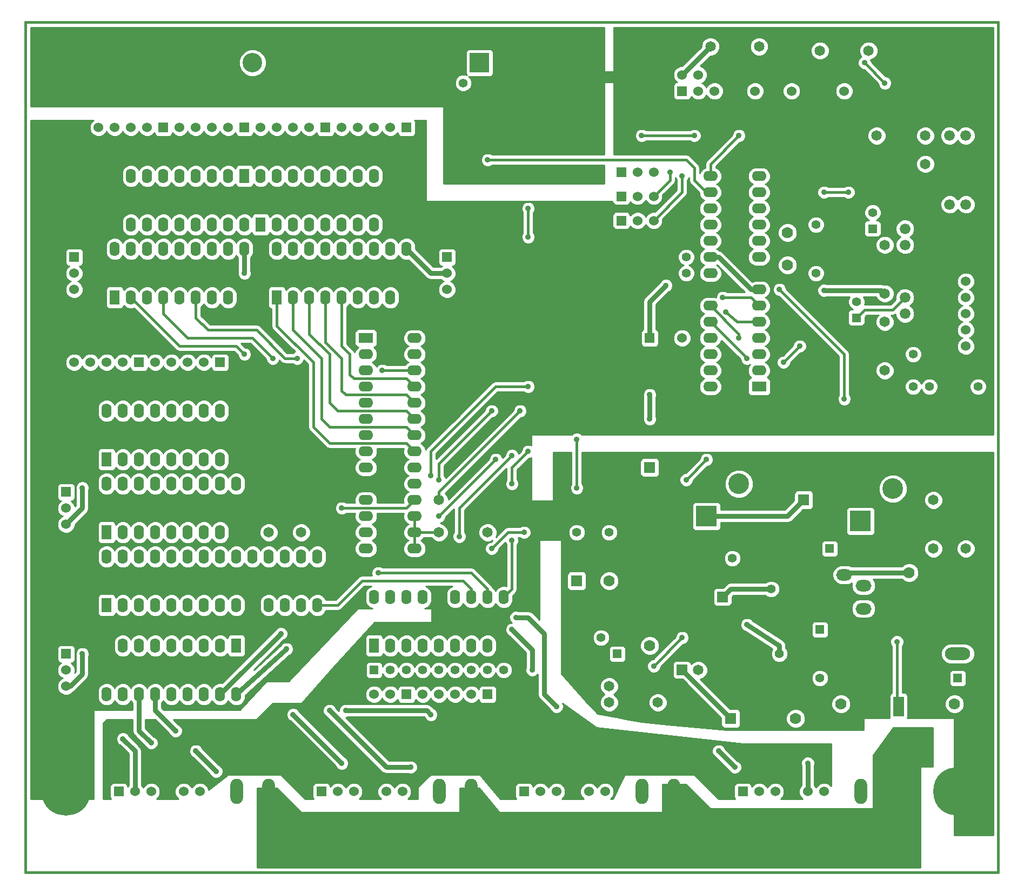
<source format=gbl>
G04 (created by PCBNEW-RS274X (2011-05-25)-stable) date Tue 12 Jun 2012 12:29:23 AM MDT*
G01*
G70*
G90*
%MOIN*%
G04 Gerber Fmt 3.4, Leading zero omitted, Abs format*
%FSLAX34Y34*%
G04 APERTURE LIST*
%ADD10C,0.006000*%
%ADD11C,0.015000*%
%ADD12R,0.060000X0.060000*%
%ADD13C,0.060000*%
%ADD14C,0.066000*%
%ADD15O,0.090000X0.062000*%
%ADD16R,0.090000X0.062000*%
%ADD17O,0.062000X0.090000*%
%ADD18R,0.062000X0.090000*%
%ADD19C,0.070000*%
%ADD20R,0.070000X0.070000*%
%ADD21R,0.055000X0.055000*%
%ADD22C,0.055000*%
%ADD23O,0.156000X0.078000*%
%ADD24R,0.065000X0.065000*%
%ADD25C,0.065000*%
%ADD26R,0.120000X0.120000*%
%ADD27C,0.120000*%
%ADD28O,0.078000X0.156000*%
%ADD29O,0.098400X0.070900*%
%ADD30C,0.300000*%
%ADD31R,0.065000X0.120000*%
%ADD32R,0.240000X0.240000*%
%ADD33R,0.127600X0.127600*%
%ADD34C,0.127600*%
%ADD35C,0.035000*%
%ADD36C,0.015800*%
%ADD37C,0.030000*%
%ADD38C,0.010000*%
G04 APERTURE END LIST*
G54D10*
G54D11*
X28250Y-64750D02*
X28250Y-62500D01*
X88250Y-64750D02*
X88250Y-62500D01*
X88250Y-61250D02*
X88250Y-62500D01*
X28250Y-62500D02*
X28250Y-60750D01*
X28250Y-12250D02*
X28250Y-62250D01*
X88250Y-12250D02*
X28250Y-12250D01*
X88250Y-62250D02*
X88250Y-12250D01*
X28250Y-64750D02*
X88250Y-64750D01*
G54D12*
X65000Y-23000D03*
G54D13*
X66000Y-23000D03*
X67000Y-23000D03*
G54D12*
X65000Y-24500D03*
G54D13*
X66000Y-24500D03*
X67000Y-24500D03*
G54D12*
X65000Y-21500D03*
G54D13*
X66000Y-21500D03*
X67000Y-21500D03*
G54D12*
X34000Y-59750D03*
G54D13*
X35000Y-59750D03*
X36000Y-59750D03*
X37000Y-59750D03*
X38000Y-59750D03*
X39000Y-59750D03*
G54D12*
X46500Y-59750D03*
G54D13*
X47500Y-59750D03*
X48500Y-59750D03*
X49500Y-59750D03*
X50500Y-59750D03*
X51500Y-59750D03*
G54D14*
X85250Y-19250D03*
X86250Y-19250D03*
X86250Y-23500D03*
X85250Y-23500D03*
G54D15*
X49250Y-32750D03*
X49250Y-33750D03*
X49250Y-34750D03*
X49250Y-35750D03*
X49250Y-36750D03*
X49250Y-37750D03*
X49250Y-38750D03*
X49250Y-39750D03*
X49250Y-40750D03*
X49250Y-41750D03*
X49250Y-42750D03*
X49250Y-43750D03*
X49250Y-44750D03*
G54D16*
X49250Y-31750D03*
G54D15*
X52250Y-44750D03*
X52250Y-43750D03*
X52250Y-42750D03*
X52250Y-41750D03*
X52250Y-40750D03*
X52250Y-39750D03*
X52250Y-38750D03*
X52250Y-37750D03*
X52250Y-36750D03*
X52250Y-35750D03*
X52250Y-34750D03*
X52250Y-33750D03*
X52250Y-32750D03*
X52250Y-31750D03*
G54D17*
X34250Y-48250D03*
X35250Y-48250D03*
X36250Y-48250D03*
X37250Y-48250D03*
X38250Y-48250D03*
X39250Y-48250D03*
X40250Y-48250D03*
X41250Y-48250D03*
X42250Y-48250D03*
X43250Y-48250D03*
X44250Y-48250D03*
X45250Y-48250D03*
X46250Y-48250D03*
G54D18*
X33250Y-48250D03*
G54D17*
X46250Y-45250D03*
X45250Y-45250D03*
X44250Y-45250D03*
X43250Y-45250D03*
X42250Y-45250D03*
X41250Y-45250D03*
X40250Y-45250D03*
X39250Y-45250D03*
X38250Y-45250D03*
X37250Y-45250D03*
X36250Y-45250D03*
X35250Y-45250D03*
X34250Y-45250D03*
X33250Y-45250D03*
G54D18*
X49750Y-50750D03*
G54D17*
X50750Y-50750D03*
X51750Y-50750D03*
X52750Y-50750D03*
X53750Y-50750D03*
X54750Y-50750D03*
X55750Y-50750D03*
X56750Y-50750D03*
X57750Y-50750D03*
X57750Y-47750D03*
X56750Y-47750D03*
X55750Y-47750D03*
X54750Y-47750D03*
X53750Y-47750D03*
X52750Y-47750D03*
X51750Y-47750D03*
X50750Y-47750D03*
X49750Y-47750D03*
G54D19*
X82750Y-46250D03*
G54D20*
X86750Y-46250D03*
G54D21*
X85750Y-52750D03*
G54D22*
X82750Y-52750D03*
X69000Y-26750D03*
X67000Y-26750D03*
X74750Y-51250D03*
X72750Y-51250D03*
X55250Y-18000D03*
X55250Y-16000D03*
X77000Y-26750D03*
X77000Y-27750D03*
X69850Y-45350D03*
X71850Y-45350D03*
X77000Y-25750D03*
X77000Y-24750D03*
G54D12*
X59000Y-59750D03*
G54D13*
X60000Y-59750D03*
X61000Y-59750D03*
X62000Y-59750D03*
X63000Y-59750D03*
X64000Y-59750D03*
G54D20*
X66750Y-39750D03*
G54D19*
X66750Y-41750D03*
G54D22*
X83000Y-34750D03*
X83000Y-32750D03*
G54D19*
X66750Y-50750D03*
G54D20*
X66750Y-45750D03*
G54D19*
X75750Y-55250D03*
G54D20*
X71750Y-55250D03*
G54D21*
X77250Y-49750D03*
G54D22*
X77250Y-52750D03*
G54D21*
X77850Y-44750D03*
G54D22*
X74850Y-44750D03*
G54D12*
X72500Y-59750D03*
G54D13*
X73500Y-59750D03*
X74500Y-59750D03*
X75500Y-59750D03*
X76500Y-59750D03*
X77500Y-59750D03*
G54D15*
X73500Y-33750D03*
X73500Y-32750D03*
X73500Y-31750D03*
X73500Y-30750D03*
X73500Y-29750D03*
X73500Y-28750D03*
X73500Y-27750D03*
X73500Y-26750D03*
X73500Y-25750D03*
X73500Y-24750D03*
X73500Y-23750D03*
X73500Y-22750D03*
X73500Y-21750D03*
G54D16*
X73500Y-34750D03*
G54D15*
X70500Y-21750D03*
X70500Y-22750D03*
X70500Y-23750D03*
X70500Y-24750D03*
X70500Y-25750D03*
X70500Y-26750D03*
X70500Y-27750D03*
X70500Y-28750D03*
X70500Y-29750D03*
X70500Y-30750D03*
X70500Y-31750D03*
X70500Y-32750D03*
X70500Y-33750D03*
X70500Y-34750D03*
G54D12*
X68750Y-16500D03*
G54D13*
X68750Y-15500D03*
X69750Y-16500D03*
X69750Y-15500D03*
X70750Y-16500D03*
X70750Y-15500D03*
G54D22*
X87000Y-34750D03*
X87000Y-36750D03*
X84000Y-34750D03*
X84000Y-36750D03*
G54D23*
X85750Y-51240D03*
X85750Y-49270D03*
G54D24*
X68750Y-52250D03*
G54D25*
X69750Y-52250D03*
G54D20*
X62250Y-46750D03*
G54D19*
X64250Y-46750D03*
G54D22*
X64250Y-43750D03*
X62250Y-43750D03*
G54D20*
X76250Y-41750D03*
G54D19*
X76250Y-39750D03*
G54D24*
X71250Y-47750D03*
G54D25*
X71250Y-48750D03*
G54D22*
X74250Y-49250D03*
X74250Y-47250D03*
X67000Y-27750D03*
X69000Y-27750D03*
G54D25*
X67250Y-54250D03*
X64250Y-54250D03*
X64250Y-53250D03*
X67250Y-53250D03*
X86250Y-41750D03*
X86250Y-44750D03*
X84250Y-44750D03*
X84250Y-41750D03*
X45250Y-43750D03*
X45250Y-40750D03*
X70500Y-13750D03*
X73500Y-13750D03*
G54D21*
X64750Y-51250D03*
G54D22*
X63750Y-51250D03*
X63750Y-50250D03*
G54D19*
X75250Y-25250D03*
X75250Y-27250D03*
G54D18*
X43750Y-29250D03*
G54D17*
X44750Y-29250D03*
X45750Y-29250D03*
X46750Y-29250D03*
X47750Y-29250D03*
X48750Y-29250D03*
X49750Y-29250D03*
X50750Y-29250D03*
X51750Y-29250D03*
X51750Y-26250D03*
X50750Y-26250D03*
X49750Y-26250D03*
X48750Y-26250D03*
X47750Y-26250D03*
X46750Y-26250D03*
X45750Y-26250D03*
X44750Y-26250D03*
X43750Y-26250D03*
G54D18*
X33750Y-29250D03*
G54D17*
X34750Y-29250D03*
X35750Y-29250D03*
X36750Y-29250D03*
X37750Y-29250D03*
X38750Y-29250D03*
X39750Y-29250D03*
X40750Y-29250D03*
X41750Y-29250D03*
X41750Y-26250D03*
X40750Y-26250D03*
X39750Y-26250D03*
X38750Y-26250D03*
X37750Y-26250D03*
X36750Y-26250D03*
X35750Y-26250D03*
X34750Y-26250D03*
X33750Y-26250D03*
G54D18*
X33250Y-43750D03*
G54D17*
X34250Y-43750D03*
X35250Y-43750D03*
X36250Y-43750D03*
X37250Y-43750D03*
X38250Y-43750D03*
X39250Y-43750D03*
X40250Y-43750D03*
X41250Y-43750D03*
X41250Y-40750D03*
X40250Y-40750D03*
X39250Y-40750D03*
X38250Y-40750D03*
X37250Y-40750D03*
X36250Y-40750D03*
X35250Y-40750D03*
X34250Y-40750D03*
X33250Y-40750D03*
G54D18*
X41250Y-50750D03*
G54D17*
X40250Y-50750D03*
X39250Y-50750D03*
X38250Y-50750D03*
X37250Y-50750D03*
X36250Y-50750D03*
X35250Y-50750D03*
X34250Y-50750D03*
X33250Y-50750D03*
X33250Y-53750D03*
X34250Y-53750D03*
X35250Y-53750D03*
X36250Y-53750D03*
X37250Y-53750D03*
X38250Y-53750D03*
X39250Y-53750D03*
X40250Y-53750D03*
X41250Y-53750D03*
G54D25*
X83750Y-21000D03*
X80750Y-21000D03*
X83750Y-19250D03*
X80750Y-19250D03*
G54D26*
X56250Y-14750D03*
G54D27*
X42250Y-14750D03*
G54D25*
X53750Y-43750D03*
X56750Y-43750D03*
G54D28*
X41270Y-59750D03*
X43240Y-59750D03*
X79760Y-59750D03*
X81730Y-59750D03*
X53760Y-59750D03*
X55730Y-59750D03*
X66260Y-59750D03*
X68230Y-59750D03*
G54D18*
X41750Y-21750D03*
G54D17*
X40750Y-21750D03*
X39750Y-21750D03*
X38750Y-21750D03*
X37750Y-21750D03*
X36750Y-21750D03*
X35750Y-21750D03*
X34750Y-21750D03*
X34750Y-24750D03*
X35750Y-24750D03*
X36750Y-24750D03*
X37750Y-24750D03*
X38750Y-24750D03*
X39750Y-24750D03*
X40750Y-24750D03*
X41750Y-24750D03*
G54D18*
X42750Y-24750D03*
G54D17*
X43750Y-24750D03*
X44750Y-24750D03*
X45750Y-24750D03*
X46750Y-24750D03*
X47750Y-24750D03*
X48750Y-24750D03*
X49750Y-24750D03*
X49750Y-21750D03*
X48750Y-21750D03*
X47750Y-21750D03*
X46750Y-21750D03*
X45750Y-21750D03*
X44750Y-21750D03*
X43750Y-21750D03*
X42750Y-21750D03*
G54D12*
X86250Y-33250D03*
G54D13*
X86250Y-32250D03*
X86250Y-31250D03*
X86250Y-30250D03*
X86250Y-29250D03*
X86250Y-28250D03*
G54D29*
X78754Y-47750D03*
X78754Y-46372D03*
X78754Y-49128D03*
X79935Y-48459D03*
X79935Y-47041D03*
G54D30*
X30750Y-14750D03*
X85750Y-14750D03*
X30750Y-59750D03*
X85750Y-59750D03*
G54D21*
X49750Y-52250D03*
G54D22*
X50750Y-52250D03*
X51750Y-52250D03*
X52750Y-52250D03*
X53750Y-52250D03*
X54750Y-52250D03*
X55750Y-52250D03*
X56750Y-52250D03*
X57750Y-52250D03*
G54D25*
X81250Y-29000D03*
X81250Y-26000D03*
X81250Y-30750D03*
X81250Y-33750D03*
X53750Y-41750D03*
X56750Y-41750D03*
X43250Y-43750D03*
X43250Y-40750D03*
G54D12*
X51750Y-53750D03*
G54D13*
X50750Y-53750D03*
X49750Y-53750D03*
G54D12*
X54250Y-26750D03*
G54D13*
X54250Y-27750D03*
X54250Y-28750D03*
G54D12*
X31250Y-26750D03*
G54D13*
X31250Y-27750D03*
X31250Y-28750D03*
G54D12*
X30750Y-41250D03*
G54D13*
X30750Y-42250D03*
X30750Y-43250D03*
G54D12*
X30750Y-51250D03*
G54D13*
X30750Y-52250D03*
X30750Y-53250D03*
G54D14*
X82500Y-30250D03*
X82500Y-29250D03*
X82500Y-26000D03*
X82500Y-25000D03*
G54D18*
X33250Y-39250D03*
G54D17*
X34250Y-39250D03*
X35250Y-39250D03*
X36250Y-39250D03*
X37250Y-39250D03*
X38250Y-39250D03*
X39250Y-39250D03*
X40250Y-39250D03*
X40250Y-36250D03*
X39250Y-36250D03*
X38250Y-36250D03*
X37250Y-36250D03*
X36250Y-36250D03*
X35250Y-36250D03*
X34250Y-36250D03*
X33250Y-36250D03*
G54D12*
X41750Y-18750D03*
G54D13*
X40750Y-18750D03*
X39750Y-18750D03*
X38750Y-18750D03*
X37750Y-18750D03*
G54D12*
X51750Y-18750D03*
G54D13*
X50750Y-18750D03*
X49750Y-18750D03*
X48750Y-18750D03*
X47750Y-18750D03*
G54D12*
X56750Y-53750D03*
G54D13*
X55750Y-53750D03*
X54750Y-53750D03*
X53750Y-53750D03*
X52750Y-53750D03*
G54D12*
X40250Y-33250D03*
G54D13*
X39250Y-33250D03*
X38250Y-33250D03*
X37250Y-33250D03*
X36250Y-33250D03*
G54D21*
X79500Y-30500D03*
G54D22*
X79500Y-29500D03*
X78500Y-29500D03*
G54D21*
X80500Y-25000D03*
G54D22*
X80500Y-24000D03*
X79500Y-24000D03*
G54D12*
X75500Y-15500D03*
G54D13*
X75500Y-16500D03*
G54D12*
X73250Y-15500D03*
G54D13*
X73250Y-16500D03*
G54D12*
X36750Y-18750D03*
G54D13*
X35750Y-18750D03*
X34750Y-18750D03*
X33750Y-18750D03*
X32750Y-18750D03*
G54D12*
X46750Y-18750D03*
G54D13*
X45750Y-18750D03*
X44750Y-18750D03*
X43750Y-18750D03*
X42750Y-18750D03*
G54D12*
X35250Y-33250D03*
G54D13*
X34250Y-33250D03*
X33250Y-33250D03*
X32250Y-33250D03*
X31250Y-33250D03*
G54D25*
X77250Y-14000D03*
X80250Y-14000D03*
G54D12*
X66750Y-31750D03*
G54D13*
X67750Y-31750D03*
X68750Y-31750D03*
G54D12*
X78750Y-17500D03*
G54D13*
X78750Y-16500D03*
X78750Y-15500D03*
G54D31*
X82100Y-54500D03*
G54D32*
X83000Y-57000D03*
G54D31*
X83900Y-54500D03*
G54D19*
X78550Y-54350D03*
X85550Y-54350D03*
G54D33*
X70250Y-42750D03*
G54D34*
X72250Y-40750D03*
G54D33*
X79750Y-43050D03*
G54D34*
X81750Y-41050D03*
G54D35*
X58250Y-39000D03*
X55000Y-44000D03*
X58250Y-44250D03*
X58250Y-40750D03*
X59250Y-38750D03*
X71250Y-29250D03*
X58750Y-36250D03*
X52250Y-41750D03*
X47750Y-42250D03*
X57000Y-36250D03*
X53750Y-40500D03*
X53250Y-40250D03*
X59250Y-34750D03*
X71450Y-30150D03*
X59250Y-23750D03*
X57250Y-39250D03*
X59250Y-25500D03*
X53750Y-42750D03*
X50000Y-46250D03*
X72750Y-33000D03*
X82000Y-50500D03*
X78750Y-35500D03*
X74750Y-28750D03*
X62250Y-38000D03*
X62250Y-41000D03*
X57000Y-44750D03*
X59000Y-43750D03*
X72250Y-31750D03*
X70250Y-39250D03*
X69000Y-40500D03*
X68750Y-50250D03*
X67000Y-52000D03*
X63000Y-14000D03*
X72500Y-52750D03*
X68750Y-21750D03*
X76000Y-32250D03*
X75000Y-33250D03*
X66250Y-19250D03*
X69500Y-19250D03*
X72250Y-19250D03*
X68000Y-21500D03*
X56750Y-20750D03*
X77500Y-22750D03*
X79000Y-22750D03*
X81250Y-16000D03*
X80000Y-14750D03*
X41750Y-32750D03*
X41750Y-27750D03*
X43500Y-33000D03*
X50250Y-33750D03*
X45000Y-33000D03*
X77500Y-28800D03*
X31750Y-41000D03*
X72750Y-49450D03*
X66750Y-36750D03*
X66750Y-35250D03*
X67750Y-28500D03*
X31750Y-51250D03*
X34250Y-56500D03*
X36000Y-56750D03*
X40000Y-58500D03*
X38750Y-57250D03*
X37500Y-56000D03*
X44750Y-55000D03*
X47750Y-58000D03*
X53250Y-55000D03*
X48000Y-54750D03*
X52000Y-58250D03*
X47000Y-54750D03*
X72000Y-58250D03*
X71000Y-57250D03*
X61000Y-54500D03*
X58500Y-49000D03*
X44000Y-50000D03*
X44350Y-50950D03*
X58250Y-49750D03*
X59500Y-52250D03*
X76500Y-58000D03*
G54D36*
X55000Y-44000D02*
X55000Y-42250D01*
X55000Y-42250D02*
X58250Y-39000D01*
X46250Y-48250D02*
X47250Y-48250D01*
X55750Y-47250D02*
X55750Y-47750D01*
X55250Y-46750D02*
X55750Y-47250D01*
X49000Y-46750D02*
X55250Y-46750D01*
X47500Y-48250D02*
X49000Y-46750D01*
X47250Y-48250D02*
X47500Y-48250D01*
X58250Y-47250D02*
X58250Y-44250D01*
X58250Y-40750D02*
X58250Y-39750D01*
X58250Y-39750D02*
X59250Y-38750D01*
X57750Y-47750D02*
X58250Y-47250D01*
X53750Y-41750D02*
X53750Y-41250D01*
X73000Y-29250D02*
X73500Y-29750D01*
X71250Y-29250D02*
X73000Y-29250D01*
X53750Y-41250D02*
X58750Y-36250D01*
X52250Y-41750D02*
X51750Y-42250D01*
X51750Y-42250D02*
X47750Y-42250D01*
X53750Y-40500D02*
X53750Y-39500D01*
X53750Y-39500D02*
X57000Y-36250D01*
X53250Y-40250D02*
X53250Y-38750D01*
X53250Y-38750D02*
X56750Y-35250D01*
X57250Y-34750D02*
X59250Y-34750D01*
X56750Y-35250D02*
X57250Y-34750D01*
X73500Y-30750D02*
X72150Y-30750D01*
X72150Y-30750D02*
X71450Y-30150D01*
X59250Y-23750D02*
X59250Y-25500D01*
X53750Y-42750D02*
X57250Y-39250D01*
X59250Y-25500D02*
X59250Y-25250D01*
X56750Y-47250D02*
X56750Y-47750D01*
X55750Y-46250D02*
X56750Y-47250D01*
X50000Y-46250D02*
X55750Y-46250D01*
X72500Y-32750D02*
X70500Y-30750D01*
X72750Y-33000D02*
X72500Y-32750D01*
X82000Y-54350D02*
X82000Y-50500D01*
X82000Y-54350D02*
X82100Y-54500D01*
X78750Y-32750D02*
X78750Y-35500D01*
X74750Y-28750D02*
X78750Y-32750D01*
X62250Y-41000D02*
X62250Y-38000D01*
X58000Y-43750D02*
X57000Y-44750D01*
X59000Y-43750D02*
X58000Y-43750D01*
X72250Y-31500D02*
X70500Y-29750D01*
X72250Y-31750D02*
X72250Y-31500D01*
X69000Y-40500D02*
X70250Y-39250D01*
X67000Y-52000D02*
X68750Y-50250D01*
X67000Y-24500D02*
X68750Y-22750D01*
X68750Y-22750D02*
X68750Y-21750D01*
X75000Y-33250D02*
X76000Y-32250D01*
X66250Y-19250D02*
X69500Y-19250D01*
X70500Y-21000D02*
X70500Y-21750D01*
X72250Y-19250D02*
X70500Y-21000D01*
X68000Y-22000D02*
X67000Y-23000D01*
X68000Y-21500D02*
X68000Y-22000D01*
X70500Y-22750D02*
X70250Y-22750D01*
X69000Y-20750D02*
X56750Y-20750D01*
X69500Y-21250D02*
X69000Y-20750D01*
X69500Y-22000D02*
X69500Y-21250D01*
X70250Y-22750D02*
X69500Y-22000D01*
X77500Y-22750D02*
X77500Y-22750D01*
X79000Y-22750D02*
X77500Y-22750D01*
X81250Y-16000D02*
X80000Y-14750D01*
X79500Y-30500D02*
X80000Y-30000D01*
X81750Y-30000D02*
X82500Y-29250D01*
X80000Y-30000D02*
X81750Y-30000D01*
G54D37*
X51750Y-26250D02*
X53250Y-27750D01*
X53250Y-27750D02*
X54250Y-27750D01*
G54D36*
X45750Y-29250D02*
X45750Y-31250D01*
X51750Y-36250D02*
X52250Y-36750D01*
X47500Y-36250D02*
X51750Y-36250D01*
X47000Y-35750D02*
X47500Y-36250D01*
X47000Y-32750D02*
X47000Y-35750D01*
X45750Y-31500D02*
X47000Y-32750D01*
X45750Y-31250D02*
X45750Y-31500D01*
X37750Y-32250D02*
X34750Y-29250D01*
X41250Y-32250D02*
X37750Y-32250D01*
X41750Y-32750D02*
X41250Y-32250D01*
G54D37*
X41750Y-26250D02*
X41750Y-27750D01*
G54D36*
X44750Y-29250D02*
X44750Y-31250D01*
X51750Y-37250D02*
X52250Y-37750D01*
X47000Y-37250D02*
X51750Y-37250D01*
X46500Y-36750D02*
X47000Y-37250D01*
X46500Y-33000D02*
X46500Y-36750D01*
X44750Y-31250D02*
X46500Y-33000D01*
X46750Y-29250D02*
X46750Y-31250D01*
X51750Y-35250D02*
X52250Y-35750D01*
X48000Y-35250D02*
X51750Y-35250D01*
X47750Y-35000D02*
X48000Y-35250D01*
X47750Y-33000D02*
X47750Y-35000D01*
X46750Y-32000D02*
X47750Y-33000D01*
X46750Y-31250D02*
X46750Y-32000D01*
X36750Y-30250D02*
X36750Y-29250D01*
X38250Y-31750D02*
X36750Y-30250D01*
X42250Y-31750D02*
X38250Y-31750D01*
X43500Y-33000D02*
X42250Y-31750D01*
X52250Y-33750D02*
X50250Y-33750D01*
X38750Y-30500D02*
X38750Y-29250D01*
X39500Y-31250D02*
X38750Y-30500D01*
X42500Y-31250D02*
X39500Y-31250D01*
X44250Y-33000D02*
X42500Y-31250D01*
X44500Y-33000D02*
X44250Y-33000D01*
X45000Y-33000D02*
X44500Y-33000D01*
X53750Y-43750D02*
X52250Y-43750D01*
X52250Y-43750D02*
X52250Y-42750D01*
X52250Y-42750D02*
X52250Y-44750D01*
X52250Y-38750D02*
X51750Y-38250D01*
X43750Y-31000D02*
X43750Y-29250D01*
X46000Y-33250D02*
X43750Y-31000D01*
X46000Y-37250D02*
X46000Y-33250D01*
X47000Y-38250D02*
X46000Y-37250D01*
X51750Y-38250D02*
X47000Y-38250D01*
X47750Y-29250D02*
X47750Y-31750D01*
X51750Y-34250D02*
X52250Y-34750D01*
X48500Y-34250D02*
X51750Y-34250D01*
X48250Y-34000D02*
X48500Y-34250D01*
X48250Y-32750D02*
X48250Y-34000D01*
X47750Y-32250D02*
X48250Y-32750D01*
X47750Y-31750D02*
X47750Y-32250D01*
G54D37*
X68750Y-52250D02*
X71750Y-55250D01*
G54D36*
X78754Y-46372D02*
X78878Y-46372D01*
G54D37*
X79000Y-46250D02*
X82750Y-46250D01*
G54D36*
X78878Y-46372D02*
X79000Y-46250D01*
G54D37*
X74250Y-47250D02*
X71750Y-47250D01*
X71750Y-47250D02*
X71250Y-47750D01*
X76250Y-41750D02*
X75250Y-42750D01*
X75250Y-42750D02*
X70250Y-42750D01*
X77500Y-28800D02*
X81050Y-28800D01*
X81050Y-28800D02*
X81250Y-29000D01*
X31750Y-41000D02*
X31750Y-42250D01*
X31750Y-42250D02*
X30750Y-43250D01*
X74750Y-51250D02*
X74750Y-50750D01*
X74750Y-50750D02*
X72750Y-49450D01*
X66750Y-35250D02*
X66750Y-36750D01*
X70500Y-26750D02*
X71000Y-26750D01*
X71000Y-26750D02*
X73000Y-28750D01*
X73000Y-28750D02*
X73500Y-28750D01*
X66750Y-31750D02*
X66750Y-29500D01*
X66750Y-29500D02*
X67750Y-28500D01*
X30750Y-53250D02*
X31000Y-53250D01*
X31000Y-53250D02*
X31750Y-52500D01*
X31750Y-52500D02*
X31750Y-51250D01*
X70500Y-13750D02*
X68750Y-15500D01*
X35000Y-57250D02*
X35000Y-59750D01*
X34250Y-56500D02*
X35000Y-57250D01*
X35250Y-56000D02*
X35250Y-53750D01*
X36000Y-56750D02*
X35250Y-56000D01*
X40000Y-58500D02*
X38750Y-57250D01*
X37500Y-56000D02*
X36250Y-54750D01*
X36250Y-54750D02*
X36250Y-53750D01*
X44750Y-55000D02*
X47750Y-58000D01*
X53250Y-55000D02*
X53000Y-54750D01*
X53000Y-54750D02*
X48000Y-54750D01*
X52000Y-58250D02*
X50500Y-58250D01*
X50500Y-58250D02*
X47000Y-54750D01*
X71000Y-57250D02*
X72000Y-58250D01*
X40250Y-53750D02*
X44000Y-50000D01*
X60250Y-53750D02*
X61000Y-54500D01*
X60250Y-50000D02*
X60250Y-53750D01*
X59250Y-49000D02*
X60250Y-50000D01*
X58500Y-49000D02*
X59250Y-49000D01*
X41250Y-53750D02*
X44350Y-50950D01*
X59500Y-51000D02*
X58250Y-49750D01*
X59500Y-52250D02*
X59500Y-51000D01*
X76500Y-58000D02*
X76500Y-59750D01*
G54D10*
G36*
X84200Y-58200D02*
X83450Y-58200D01*
X83450Y-64425D01*
X42550Y-64425D01*
X42550Y-59550D01*
X43729Y-59550D01*
X45229Y-61050D01*
X55050Y-61050D01*
X55050Y-59550D01*
X56227Y-59550D01*
X57477Y-61050D01*
X67550Y-61050D01*
X67550Y-59300D01*
X68979Y-59300D01*
X70479Y-60800D01*
X80550Y-60800D01*
X80550Y-57516D01*
X81776Y-55800D01*
X84200Y-55800D01*
X84200Y-58200D01*
X84200Y-58200D01*
G37*
G54D38*
X84200Y-58200D02*
X83450Y-58200D01*
X83450Y-64425D01*
X42550Y-64425D01*
X42550Y-59550D01*
X43729Y-59550D01*
X45229Y-61050D01*
X55050Y-61050D01*
X55050Y-59550D01*
X56227Y-59550D01*
X57477Y-61050D01*
X67550Y-61050D01*
X67550Y-59300D01*
X68979Y-59300D01*
X70479Y-60800D01*
X80550Y-60800D01*
X80550Y-57516D01*
X81776Y-55800D01*
X84200Y-55800D01*
X84200Y-58200D01*
G54D10*
G36*
X87925Y-62450D02*
X86825Y-62450D01*
X86825Y-44865D01*
X86825Y-44636D01*
X86738Y-44425D01*
X86576Y-44263D01*
X86365Y-44175D01*
X86136Y-44175D01*
X85925Y-44262D01*
X85763Y-44424D01*
X85675Y-44635D01*
X85675Y-44864D01*
X85762Y-45075D01*
X85924Y-45237D01*
X86135Y-45325D01*
X86364Y-45325D01*
X86575Y-45238D01*
X86737Y-45076D01*
X86825Y-44865D01*
X86825Y-62450D01*
X86788Y-62450D01*
X86788Y-51366D01*
X86788Y-51116D01*
X86693Y-50885D01*
X86516Y-50708D01*
X86286Y-50612D01*
X86036Y-50612D01*
X85216Y-50612D01*
X84985Y-50707D01*
X84825Y-50867D01*
X84825Y-44865D01*
X84825Y-44636D01*
X84825Y-41865D01*
X84825Y-41636D01*
X84738Y-41425D01*
X84576Y-41263D01*
X84365Y-41175D01*
X84136Y-41175D01*
X83925Y-41262D01*
X83763Y-41424D01*
X83675Y-41635D01*
X83675Y-41864D01*
X83762Y-42075D01*
X83924Y-42237D01*
X84135Y-42325D01*
X84364Y-42325D01*
X84575Y-42238D01*
X84737Y-42076D01*
X84825Y-41865D01*
X84825Y-44636D01*
X84738Y-44425D01*
X84576Y-44263D01*
X84365Y-44175D01*
X84136Y-44175D01*
X83925Y-44262D01*
X83763Y-44424D01*
X83675Y-44635D01*
X83675Y-44864D01*
X83762Y-45075D01*
X83924Y-45237D01*
X84135Y-45325D01*
X84364Y-45325D01*
X84575Y-45238D01*
X84737Y-45076D01*
X84825Y-44865D01*
X84825Y-50867D01*
X84808Y-50884D01*
X84712Y-51114D01*
X84712Y-51364D01*
X84807Y-51595D01*
X84984Y-51772D01*
X85214Y-51868D01*
X85464Y-51868D01*
X86284Y-51868D01*
X86515Y-51773D01*
X86692Y-51596D01*
X86788Y-51366D01*
X86788Y-62450D01*
X86274Y-62450D01*
X86274Y-53075D01*
X86274Y-52976D01*
X86274Y-52426D01*
X86236Y-52334D01*
X86166Y-52264D01*
X86075Y-52226D01*
X85976Y-52226D01*
X85426Y-52226D01*
X85334Y-52264D01*
X85264Y-52334D01*
X85226Y-52425D01*
X85226Y-52524D01*
X85226Y-53074D01*
X85264Y-53166D01*
X85334Y-53236D01*
X85425Y-53274D01*
X85524Y-53274D01*
X86074Y-53274D01*
X86166Y-53236D01*
X86236Y-53166D01*
X86274Y-53075D01*
X86274Y-62450D01*
X86149Y-62450D01*
X86149Y-54469D01*
X86149Y-54231D01*
X86058Y-54011D01*
X85889Y-53842D01*
X85669Y-53751D01*
X85431Y-53751D01*
X85211Y-53842D01*
X85042Y-54011D01*
X84951Y-54231D01*
X84951Y-54469D01*
X85042Y-54689D01*
X85211Y-54858D01*
X85431Y-54949D01*
X85669Y-54949D01*
X85889Y-54858D01*
X86058Y-54689D01*
X86149Y-54469D01*
X86149Y-62450D01*
X85550Y-62450D01*
X85550Y-55200D01*
X83349Y-55200D01*
X83349Y-46369D01*
X83349Y-46131D01*
X83258Y-45911D01*
X83089Y-45742D01*
X82869Y-45651D01*
X82638Y-45651D01*
X82638Y-41227D01*
X82638Y-40874D01*
X82503Y-40548D01*
X82253Y-40298D01*
X81927Y-40162D01*
X81574Y-40162D01*
X81248Y-40297D01*
X80998Y-40547D01*
X80862Y-40873D01*
X80862Y-41226D01*
X80997Y-41552D01*
X81247Y-41802D01*
X81573Y-41938D01*
X81926Y-41938D01*
X82252Y-41803D01*
X82502Y-41553D01*
X82638Y-41227D01*
X82638Y-45651D01*
X82631Y-45651D01*
X82411Y-45742D01*
X82303Y-45850D01*
X80637Y-45850D01*
X80637Y-43738D01*
X80637Y-43639D01*
X80637Y-42363D01*
X80599Y-42271D01*
X80529Y-42201D01*
X80438Y-42163D01*
X80339Y-42163D01*
X79063Y-42163D01*
X78971Y-42201D01*
X78901Y-42271D01*
X78863Y-42362D01*
X78863Y-42461D01*
X78863Y-43737D01*
X78901Y-43829D01*
X78971Y-43899D01*
X79062Y-43937D01*
X79161Y-43937D01*
X80437Y-43937D01*
X80529Y-43899D01*
X80599Y-43829D01*
X80637Y-43738D01*
X80637Y-45850D01*
X79191Y-45850D01*
X79024Y-45780D01*
X78789Y-45780D01*
X78485Y-45780D01*
X78374Y-45825D01*
X78374Y-45075D01*
X78374Y-44976D01*
X78374Y-44426D01*
X78336Y-44334D01*
X78266Y-44264D01*
X78175Y-44226D01*
X78076Y-44226D01*
X77526Y-44226D01*
X77434Y-44264D01*
X77364Y-44334D01*
X77326Y-44425D01*
X77326Y-44524D01*
X77326Y-45074D01*
X77364Y-45166D01*
X77434Y-45236D01*
X77525Y-45274D01*
X77624Y-45274D01*
X78174Y-45274D01*
X78266Y-45236D01*
X78336Y-45166D01*
X78374Y-45075D01*
X78374Y-45825D01*
X78267Y-45870D01*
X78101Y-46036D01*
X78010Y-46254D01*
X78010Y-46489D01*
X78100Y-46707D01*
X78266Y-46873D01*
X78484Y-46964D01*
X78719Y-46964D01*
X79023Y-46964D01*
X79205Y-46888D01*
X79191Y-46923D01*
X79191Y-47158D01*
X79281Y-47376D01*
X79447Y-47542D01*
X79665Y-47633D01*
X79900Y-47633D01*
X80204Y-47633D01*
X80422Y-47543D01*
X80588Y-47377D01*
X80679Y-47159D01*
X80679Y-46924D01*
X80589Y-46706D01*
X80533Y-46650D01*
X82303Y-46650D01*
X82411Y-46758D01*
X82631Y-46849D01*
X82869Y-46849D01*
X83089Y-46758D01*
X83258Y-46589D01*
X83349Y-46369D01*
X83349Y-55200D01*
X82653Y-55200D01*
X82674Y-55150D01*
X82674Y-55051D01*
X82674Y-53851D01*
X82636Y-53759D01*
X82566Y-53689D01*
X82475Y-53651D01*
X82376Y-53651D01*
X82329Y-53651D01*
X82329Y-50772D01*
X82360Y-50741D01*
X82425Y-50585D01*
X82425Y-50416D01*
X82361Y-50260D01*
X82241Y-50140D01*
X82085Y-50075D01*
X81916Y-50075D01*
X81760Y-50139D01*
X81640Y-50259D01*
X81575Y-50415D01*
X81575Y-50584D01*
X81639Y-50740D01*
X81671Y-50772D01*
X81671Y-53673D01*
X81634Y-53689D01*
X81564Y-53759D01*
X81526Y-53850D01*
X81526Y-53949D01*
X81526Y-55149D01*
X81547Y-55200D01*
X80679Y-55200D01*
X80679Y-48577D01*
X80679Y-48342D01*
X80589Y-48124D01*
X80423Y-47958D01*
X80205Y-47867D01*
X79970Y-47867D01*
X79666Y-47867D01*
X79448Y-47957D01*
X79282Y-48123D01*
X79191Y-48341D01*
X79191Y-48576D01*
X79281Y-48794D01*
X79447Y-48960D01*
X79665Y-49051D01*
X79900Y-49051D01*
X80204Y-49051D01*
X80422Y-48961D01*
X80588Y-48795D01*
X80679Y-48577D01*
X80679Y-55200D01*
X79950Y-55200D01*
X79950Y-55950D01*
X79149Y-55950D01*
X79149Y-54469D01*
X79149Y-54231D01*
X79058Y-54011D01*
X78889Y-53842D01*
X78669Y-53751D01*
X78431Y-53751D01*
X78211Y-53842D01*
X78042Y-54011D01*
X77951Y-54231D01*
X77951Y-54469D01*
X78042Y-54689D01*
X78211Y-54858D01*
X78431Y-54949D01*
X78669Y-54949D01*
X78889Y-54858D01*
X79058Y-54689D01*
X79149Y-54469D01*
X79149Y-55950D01*
X77775Y-55950D01*
X77775Y-52855D01*
X77775Y-52646D01*
X77774Y-52643D01*
X77774Y-50075D01*
X77774Y-49976D01*
X77774Y-49426D01*
X77736Y-49334D01*
X77666Y-49264D01*
X77575Y-49226D01*
X77476Y-49226D01*
X76926Y-49226D01*
X76849Y-49257D01*
X76849Y-42150D01*
X76849Y-42051D01*
X76849Y-41351D01*
X76811Y-41259D01*
X76741Y-41189D01*
X76650Y-41151D01*
X76551Y-41151D01*
X75851Y-41151D01*
X75759Y-41189D01*
X75689Y-41259D01*
X75651Y-41350D01*
X75651Y-41449D01*
X75651Y-41783D01*
X75084Y-42350D01*
X73138Y-42350D01*
X73138Y-40927D01*
X73138Y-40574D01*
X73003Y-40248D01*
X72753Y-39998D01*
X72427Y-39862D01*
X72074Y-39862D01*
X71748Y-39997D01*
X71498Y-40247D01*
X71362Y-40573D01*
X71362Y-40926D01*
X71497Y-41252D01*
X71747Y-41502D01*
X72073Y-41638D01*
X72426Y-41638D01*
X72752Y-41503D01*
X73002Y-41253D01*
X73138Y-40927D01*
X73138Y-42350D01*
X71137Y-42350D01*
X71137Y-42063D01*
X71099Y-41971D01*
X71029Y-41901D01*
X70938Y-41863D01*
X70839Y-41863D01*
X70675Y-41863D01*
X70675Y-39335D01*
X70675Y-39166D01*
X70611Y-39010D01*
X70491Y-38890D01*
X70335Y-38825D01*
X70166Y-38825D01*
X70010Y-38889D01*
X69890Y-39009D01*
X69825Y-39165D01*
X69825Y-39209D01*
X68959Y-40075D01*
X68916Y-40075D01*
X68760Y-40139D01*
X68640Y-40259D01*
X68575Y-40415D01*
X68575Y-40584D01*
X68639Y-40740D01*
X68759Y-40860D01*
X68915Y-40925D01*
X69084Y-40925D01*
X69240Y-40861D01*
X69360Y-40741D01*
X69425Y-40585D01*
X69425Y-40540D01*
X70290Y-39675D01*
X70334Y-39675D01*
X70490Y-39611D01*
X70610Y-39491D01*
X70675Y-39335D01*
X70675Y-41863D01*
X69563Y-41863D01*
X69471Y-41901D01*
X69401Y-41971D01*
X69363Y-42062D01*
X69363Y-42161D01*
X69363Y-43437D01*
X69401Y-43529D01*
X69471Y-43599D01*
X69562Y-43637D01*
X69661Y-43637D01*
X70937Y-43637D01*
X71029Y-43599D01*
X71099Y-43529D01*
X71137Y-43438D01*
X71137Y-43339D01*
X71137Y-43150D01*
X75250Y-43150D01*
X75403Y-43120D01*
X75533Y-43033D01*
X76217Y-42349D01*
X76649Y-42349D01*
X76741Y-42311D01*
X76811Y-42241D01*
X76849Y-42150D01*
X76849Y-49257D01*
X76834Y-49264D01*
X76764Y-49334D01*
X76726Y-49425D01*
X76726Y-49524D01*
X76726Y-50074D01*
X76764Y-50166D01*
X76834Y-50236D01*
X76925Y-50274D01*
X77024Y-50274D01*
X77574Y-50274D01*
X77666Y-50236D01*
X77736Y-50166D01*
X77774Y-50075D01*
X77774Y-52643D01*
X77695Y-52453D01*
X77548Y-52305D01*
X77355Y-52225D01*
X77146Y-52225D01*
X76953Y-52305D01*
X76805Y-52452D01*
X76725Y-52645D01*
X76725Y-52854D01*
X76805Y-53047D01*
X76952Y-53195D01*
X77145Y-53275D01*
X77354Y-53275D01*
X77547Y-53195D01*
X77695Y-53048D01*
X77775Y-52855D01*
X77775Y-55950D01*
X76349Y-55950D01*
X76349Y-55369D01*
X76349Y-55131D01*
X76258Y-54911D01*
X76089Y-54742D01*
X75869Y-54651D01*
X75631Y-54651D01*
X75411Y-54742D01*
X75275Y-54878D01*
X75275Y-51355D01*
X75275Y-51146D01*
X75195Y-50953D01*
X75150Y-50907D01*
X75150Y-50750D01*
X75142Y-50712D01*
X75142Y-50666D01*
X75126Y-50629D01*
X75120Y-50597D01*
X75098Y-50564D01*
X75080Y-50522D01*
X75050Y-50493D01*
X75033Y-50467D01*
X75002Y-50446D01*
X74968Y-50413D01*
X74775Y-50287D01*
X74775Y-47355D01*
X74775Y-47146D01*
X74695Y-46953D01*
X74548Y-46805D01*
X74355Y-46725D01*
X74146Y-46725D01*
X73953Y-46805D01*
X73907Y-46850D01*
X72375Y-46850D01*
X72375Y-45455D01*
X72375Y-45246D01*
X72295Y-45053D01*
X72148Y-44905D01*
X71955Y-44825D01*
X71746Y-44825D01*
X71553Y-44905D01*
X71405Y-45052D01*
X71325Y-45245D01*
X71325Y-45454D01*
X71405Y-45647D01*
X71552Y-45795D01*
X71745Y-45875D01*
X71954Y-45875D01*
X72147Y-45795D01*
X72295Y-45648D01*
X72375Y-45455D01*
X72375Y-46850D01*
X71750Y-46850D01*
X71596Y-46880D01*
X71467Y-46967D01*
X71258Y-47176D01*
X70876Y-47176D01*
X70784Y-47214D01*
X70714Y-47284D01*
X70676Y-47375D01*
X70676Y-47474D01*
X70676Y-48124D01*
X70714Y-48216D01*
X70784Y-48286D01*
X70875Y-48324D01*
X70974Y-48324D01*
X71624Y-48324D01*
X71716Y-48286D01*
X71786Y-48216D01*
X71824Y-48125D01*
X71824Y-48026D01*
X71824Y-47742D01*
X71916Y-47650D01*
X73907Y-47650D01*
X73952Y-47695D01*
X74145Y-47775D01*
X74354Y-47775D01*
X74547Y-47695D01*
X74695Y-47548D01*
X74775Y-47355D01*
X74775Y-50287D01*
X73104Y-49203D01*
X72991Y-49090D01*
X72835Y-49025D01*
X72666Y-49025D01*
X72510Y-49089D01*
X72390Y-49209D01*
X72325Y-49365D01*
X72325Y-49534D01*
X72389Y-49690D01*
X72509Y-49810D01*
X72665Y-49875D01*
X72670Y-49875D01*
X74314Y-50942D01*
X74305Y-50952D01*
X74225Y-51145D01*
X74225Y-51354D01*
X74305Y-51547D01*
X74452Y-51695D01*
X74645Y-51775D01*
X74854Y-51775D01*
X75047Y-51695D01*
X75195Y-51548D01*
X75275Y-51355D01*
X75275Y-54878D01*
X75242Y-54911D01*
X75151Y-55131D01*
X75151Y-55369D01*
X75242Y-55589D01*
X75411Y-55758D01*
X75631Y-55849D01*
X75869Y-55849D01*
X76089Y-55758D01*
X76258Y-55589D01*
X76349Y-55369D01*
X76349Y-55950D01*
X72349Y-55950D01*
X72349Y-55650D01*
X72349Y-55551D01*
X72349Y-54851D01*
X72311Y-54759D01*
X72241Y-54689D01*
X72150Y-54651D01*
X72051Y-54651D01*
X71716Y-54651D01*
X69882Y-52817D01*
X70075Y-52738D01*
X70237Y-52576D01*
X70325Y-52365D01*
X70325Y-52136D01*
X70238Y-51925D01*
X70076Y-51763D01*
X69865Y-51675D01*
X69636Y-51675D01*
X69425Y-51762D01*
X69320Y-51866D01*
X69286Y-51784D01*
X69216Y-51714D01*
X69175Y-51696D01*
X69175Y-50335D01*
X69175Y-50166D01*
X69111Y-50010D01*
X68991Y-49890D01*
X68835Y-49825D01*
X68666Y-49825D01*
X68510Y-49889D01*
X68390Y-50009D01*
X68325Y-50165D01*
X68325Y-50209D01*
X67349Y-51185D01*
X67349Y-50869D01*
X67349Y-50631D01*
X67349Y-40150D01*
X67349Y-40051D01*
X67349Y-39351D01*
X67311Y-39259D01*
X67241Y-39189D01*
X67150Y-39151D01*
X67051Y-39151D01*
X66351Y-39151D01*
X66259Y-39189D01*
X66189Y-39259D01*
X66151Y-39350D01*
X66151Y-39449D01*
X66151Y-40149D01*
X66189Y-40241D01*
X66259Y-40311D01*
X66350Y-40349D01*
X66449Y-40349D01*
X67149Y-40349D01*
X67241Y-40311D01*
X67311Y-40241D01*
X67349Y-40150D01*
X67349Y-50631D01*
X67258Y-50411D01*
X67089Y-50242D01*
X66869Y-50151D01*
X66631Y-50151D01*
X66411Y-50242D01*
X66242Y-50411D01*
X66151Y-50631D01*
X66151Y-50869D01*
X66242Y-51089D01*
X66411Y-51258D01*
X66631Y-51349D01*
X66869Y-51349D01*
X67089Y-51258D01*
X67258Y-51089D01*
X67349Y-50869D01*
X67349Y-51185D01*
X66959Y-51575D01*
X66916Y-51575D01*
X66760Y-51639D01*
X66640Y-51759D01*
X66575Y-51915D01*
X66575Y-52084D01*
X66639Y-52240D01*
X66759Y-52360D01*
X66915Y-52425D01*
X67084Y-52425D01*
X67240Y-52361D01*
X67360Y-52241D01*
X67425Y-52085D01*
X67425Y-52040D01*
X68790Y-50675D01*
X68834Y-50675D01*
X68990Y-50611D01*
X69110Y-50491D01*
X69175Y-50335D01*
X69175Y-51696D01*
X69125Y-51676D01*
X69026Y-51676D01*
X68376Y-51676D01*
X68284Y-51714D01*
X68214Y-51784D01*
X68176Y-51875D01*
X68176Y-51974D01*
X68176Y-52624D01*
X68214Y-52716D01*
X68284Y-52786D01*
X68375Y-52824D01*
X68474Y-52824D01*
X68758Y-52824D01*
X71151Y-55216D01*
X71151Y-55649D01*
X71189Y-55741D01*
X71259Y-55811D01*
X71350Y-55849D01*
X71449Y-55849D01*
X72149Y-55849D01*
X72241Y-55811D01*
X72311Y-55741D01*
X72349Y-55650D01*
X72349Y-55950D01*
X71502Y-55950D01*
X67825Y-55599D01*
X67825Y-54365D01*
X67825Y-54136D01*
X67738Y-53925D01*
X67576Y-53763D01*
X67365Y-53675D01*
X67136Y-53675D01*
X66925Y-53762D01*
X66763Y-53924D01*
X66675Y-54135D01*
X66675Y-54364D01*
X66762Y-54575D01*
X66924Y-54737D01*
X67135Y-54825D01*
X67364Y-54825D01*
X67575Y-54738D01*
X67737Y-54576D01*
X67825Y-54365D01*
X67825Y-55599D01*
X66257Y-55450D01*
X65274Y-55271D01*
X65274Y-51575D01*
X65274Y-51476D01*
X65274Y-50926D01*
X65236Y-50834D01*
X65166Y-50764D01*
X65075Y-50726D01*
X64976Y-50726D01*
X64849Y-50726D01*
X64849Y-46869D01*
X64849Y-46631D01*
X64775Y-46452D01*
X64775Y-43855D01*
X64775Y-43646D01*
X64695Y-43453D01*
X64548Y-43305D01*
X64355Y-43225D01*
X64146Y-43225D01*
X63953Y-43305D01*
X63805Y-43452D01*
X63725Y-43645D01*
X63725Y-43854D01*
X63805Y-44047D01*
X63952Y-44195D01*
X64145Y-44275D01*
X64354Y-44275D01*
X64547Y-44195D01*
X64695Y-44048D01*
X64775Y-43855D01*
X64775Y-46452D01*
X64758Y-46411D01*
X64589Y-46242D01*
X64369Y-46151D01*
X64131Y-46151D01*
X63911Y-46242D01*
X63742Y-46411D01*
X63651Y-46631D01*
X63651Y-46869D01*
X63742Y-47089D01*
X63911Y-47258D01*
X64131Y-47349D01*
X64369Y-47349D01*
X64589Y-47258D01*
X64758Y-47089D01*
X64849Y-46869D01*
X64849Y-50726D01*
X64426Y-50726D01*
X64334Y-50764D01*
X64275Y-50823D01*
X64275Y-50355D01*
X64275Y-50146D01*
X64195Y-49953D01*
X64048Y-49805D01*
X63855Y-49725D01*
X63646Y-49725D01*
X63453Y-49805D01*
X63305Y-49952D01*
X63225Y-50145D01*
X63225Y-50354D01*
X63305Y-50547D01*
X63452Y-50695D01*
X63645Y-50775D01*
X63854Y-50775D01*
X64047Y-50695D01*
X64195Y-50548D01*
X64275Y-50355D01*
X64275Y-50823D01*
X64264Y-50834D01*
X64226Y-50925D01*
X64226Y-51024D01*
X64226Y-51574D01*
X64264Y-51666D01*
X64334Y-51736D01*
X64425Y-51774D01*
X64524Y-51774D01*
X65074Y-51774D01*
X65166Y-51736D01*
X65236Y-51666D01*
X65274Y-51575D01*
X65274Y-55271D01*
X64825Y-55189D01*
X64825Y-54365D01*
X64825Y-54136D01*
X64738Y-53925D01*
X64576Y-53763D01*
X64545Y-53750D01*
X64575Y-53738D01*
X64737Y-53576D01*
X64825Y-53365D01*
X64825Y-53136D01*
X64738Y-52925D01*
X64576Y-52763D01*
X64365Y-52675D01*
X64136Y-52675D01*
X63925Y-52762D01*
X63763Y-52924D01*
X63675Y-53135D01*
X63675Y-53364D01*
X63762Y-53575D01*
X63924Y-53737D01*
X63954Y-53749D01*
X63925Y-53762D01*
X63763Y-53924D01*
X63675Y-54135D01*
X63675Y-54364D01*
X63762Y-54575D01*
X63924Y-54737D01*
X64135Y-54825D01*
X64364Y-54825D01*
X64575Y-54738D01*
X64737Y-54576D01*
X64825Y-54365D01*
X64825Y-55189D01*
X63526Y-54954D01*
X62849Y-54201D01*
X62849Y-47150D01*
X62849Y-47051D01*
X62849Y-46351D01*
X62811Y-46259D01*
X62775Y-46223D01*
X62775Y-43855D01*
X62775Y-43646D01*
X62695Y-43453D01*
X62548Y-43305D01*
X62355Y-43225D01*
X62146Y-43225D01*
X61953Y-43305D01*
X61805Y-43452D01*
X61725Y-43645D01*
X61725Y-43854D01*
X61805Y-44047D01*
X61952Y-44195D01*
X62145Y-44275D01*
X62354Y-44275D01*
X62547Y-44195D01*
X62695Y-44048D01*
X62775Y-43855D01*
X62775Y-46223D01*
X62741Y-46189D01*
X62650Y-46151D01*
X62551Y-46151D01*
X61851Y-46151D01*
X61759Y-46189D01*
X61689Y-46259D01*
X61651Y-46350D01*
X61651Y-46449D01*
X61651Y-47149D01*
X61689Y-47241D01*
X61759Y-47311D01*
X61850Y-47349D01*
X61949Y-47349D01*
X62649Y-47349D01*
X62741Y-47311D01*
X62811Y-47241D01*
X62849Y-47150D01*
X62849Y-54201D01*
X61300Y-52481D01*
X61300Y-44200D01*
X59950Y-44200D01*
X59950Y-49134D01*
X59533Y-48717D01*
X59403Y-48630D01*
X59250Y-48600D01*
X58645Y-48600D01*
X58585Y-48575D01*
X58416Y-48575D01*
X58260Y-48639D01*
X58140Y-48759D01*
X58075Y-48915D01*
X58075Y-49084D01*
X58139Y-49240D01*
X58224Y-49325D01*
X58166Y-49325D01*
X58010Y-49389D01*
X57890Y-49509D01*
X57825Y-49665D01*
X57825Y-49834D01*
X57889Y-49990D01*
X58009Y-50110D01*
X58069Y-50135D01*
X59100Y-51165D01*
X59100Y-52105D01*
X59075Y-52165D01*
X59075Y-52334D01*
X59139Y-52490D01*
X59259Y-52610D01*
X59415Y-52675D01*
X59584Y-52675D01*
X59740Y-52611D01*
X59850Y-52501D01*
X59850Y-53750D01*
X59880Y-53903D01*
X59967Y-54033D01*
X60614Y-54679D01*
X60639Y-54740D01*
X60759Y-54860D01*
X60915Y-54925D01*
X61084Y-54925D01*
X61240Y-54861D01*
X61360Y-54741D01*
X61425Y-54585D01*
X61425Y-54416D01*
X61374Y-54293D01*
X63482Y-55798D01*
X72497Y-56800D01*
X77950Y-56800D01*
X77950Y-59424D01*
X77811Y-59285D01*
X77609Y-59201D01*
X77391Y-59201D01*
X77189Y-59285D01*
X77035Y-59439D01*
X77000Y-59523D01*
X76965Y-59439D01*
X76900Y-59374D01*
X76900Y-58145D01*
X76925Y-58085D01*
X76925Y-57916D01*
X76861Y-57760D01*
X76741Y-57640D01*
X76585Y-57575D01*
X76416Y-57575D01*
X76260Y-57639D01*
X76140Y-57759D01*
X76075Y-57915D01*
X76075Y-58084D01*
X76100Y-58144D01*
X76100Y-59374D01*
X76035Y-59439D01*
X75951Y-59641D01*
X75951Y-59859D01*
X76035Y-60061D01*
X76174Y-60200D01*
X74826Y-60200D01*
X74965Y-60061D01*
X75049Y-59859D01*
X75049Y-59641D01*
X74965Y-59439D01*
X74811Y-59285D01*
X74609Y-59201D01*
X74391Y-59201D01*
X74189Y-59285D01*
X74035Y-59439D01*
X74000Y-59523D01*
X73965Y-59439D01*
X73811Y-59285D01*
X73609Y-59201D01*
X73391Y-59201D01*
X73189Y-59285D01*
X73049Y-59425D01*
X73049Y-59401D01*
X73011Y-59309D01*
X72941Y-59239D01*
X72850Y-59201D01*
X72751Y-59201D01*
X72425Y-59201D01*
X72425Y-58335D01*
X72425Y-58166D01*
X72361Y-58010D01*
X72241Y-57890D01*
X72181Y-57865D01*
X71385Y-57069D01*
X71361Y-57010D01*
X71241Y-56890D01*
X71085Y-56825D01*
X70916Y-56825D01*
X70760Y-56889D01*
X70640Y-57009D01*
X70575Y-57165D01*
X70575Y-57334D01*
X70639Y-57490D01*
X70759Y-57610D01*
X70819Y-57635D01*
X71614Y-58430D01*
X71639Y-58490D01*
X71759Y-58610D01*
X71915Y-58675D01*
X72084Y-58675D01*
X72240Y-58611D01*
X72360Y-58491D01*
X72425Y-58335D01*
X72425Y-59201D01*
X72151Y-59201D01*
X72059Y-59239D01*
X71989Y-59309D01*
X71951Y-59400D01*
X71951Y-59499D01*
X71951Y-60099D01*
X71989Y-60191D01*
X71998Y-60200D01*
X71021Y-60200D01*
X69521Y-58700D01*
X65219Y-58700D01*
X64469Y-60200D01*
X64326Y-60200D01*
X64465Y-60061D01*
X64549Y-59859D01*
X64549Y-59641D01*
X64465Y-59439D01*
X64311Y-59285D01*
X64109Y-59201D01*
X63891Y-59201D01*
X63689Y-59285D01*
X63535Y-59439D01*
X63500Y-59523D01*
X63465Y-59439D01*
X63311Y-59285D01*
X63109Y-59201D01*
X62891Y-59201D01*
X62689Y-59285D01*
X62535Y-59439D01*
X62451Y-59641D01*
X62451Y-59859D01*
X62535Y-60061D01*
X62674Y-60200D01*
X61326Y-60200D01*
X61465Y-60061D01*
X61549Y-59859D01*
X61549Y-59641D01*
X61465Y-59439D01*
X61311Y-59285D01*
X61109Y-59201D01*
X60891Y-59201D01*
X60689Y-59285D01*
X60535Y-59439D01*
X60500Y-59523D01*
X60465Y-59439D01*
X60311Y-59285D01*
X60109Y-59201D01*
X59891Y-59201D01*
X59689Y-59285D01*
X59549Y-59425D01*
X59549Y-59401D01*
X59511Y-59309D01*
X59441Y-59239D01*
X59350Y-59201D01*
X59251Y-59201D01*
X58651Y-59201D01*
X58559Y-59239D01*
X58489Y-59309D01*
X58451Y-59400D01*
X58451Y-59499D01*
X58451Y-60099D01*
X58489Y-60191D01*
X58498Y-60200D01*
X58275Y-60200D01*
X58275Y-52355D01*
X58275Y-52146D01*
X58195Y-51953D01*
X58048Y-51805D01*
X57855Y-51725D01*
X57646Y-51725D01*
X57453Y-51805D01*
X57305Y-51952D01*
X57299Y-51966D01*
X57299Y-51012D01*
X57299Y-50794D01*
X57299Y-50488D01*
X57215Y-50286D01*
X57061Y-50132D01*
X56859Y-50048D01*
X56641Y-50048D01*
X56439Y-50132D01*
X56285Y-50286D01*
X56250Y-50370D01*
X56215Y-50286D01*
X56061Y-50132D01*
X55859Y-50048D01*
X55641Y-50048D01*
X55439Y-50132D01*
X55285Y-50286D01*
X55250Y-50370D01*
X55215Y-50286D01*
X55061Y-50132D01*
X54859Y-50048D01*
X54641Y-50048D01*
X54439Y-50132D01*
X54285Y-50286D01*
X54250Y-50370D01*
X54215Y-50286D01*
X54061Y-50132D01*
X53859Y-50048D01*
X53641Y-50048D01*
X53439Y-50132D01*
X53285Y-50286D01*
X53250Y-50370D01*
X53215Y-50286D01*
X53061Y-50132D01*
X52859Y-50048D01*
X52641Y-50048D01*
X52439Y-50132D01*
X52285Y-50286D01*
X52250Y-50370D01*
X52215Y-50286D01*
X52061Y-50132D01*
X51859Y-50048D01*
X51641Y-50048D01*
X51439Y-50132D01*
X51285Y-50286D01*
X51250Y-50370D01*
X51215Y-50286D01*
X51061Y-50132D01*
X50859Y-50048D01*
X50641Y-50048D01*
X50439Y-50132D01*
X50309Y-50262D01*
X50309Y-50251D01*
X50271Y-50159D01*
X50201Y-50089D01*
X50110Y-50051D01*
X50011Y-50051D01*
X49391Y-50051D01*
X49299Y-50089D01*
X49229Y-50159D01*
X49191Y-50250D01*
X49191Y-50349D01*
X49191Y-51249D01*
X49229Y-51341D01*
X49299Y-51411D01*
X49390Y-51449D01*
X49489Y-51449D01*
X50109Y-51449D01*
X50201Y-51411D01*
X50271Y-51341D01*
X50309Y-51250D01*
X50309Y-51238D01*
X50439Y-51368D01*
X50641Y-51452D01*
X50859Y-51452D01*
X51061Y-51368D01*
X51215Y-51214D01*
X51250Y-51129D01*
X51285Y-51214D01*
X51439Y-51368D01*
X51641Y-51452D01*
X51859Y-51452D01*
X52061Y-51368D01*
X52215Y-51214D01*
X52250Y-51129D01*
X52285Y-51214D01*
X52439Y-51368D01*
X52641Y-51452D01*
X52859Y-51452D01*
X53061Y-51368D01*
X53215Y-51214D01*
X53250Y-51129D01*
X53285Y-51214D01*
X53439Y-51368D01*
X53641Y-51452D01*
X53859Y-51452D01*
X54061Y-51368D01*
X54215Y-51214D01*
X54250Y-51129D01*
X54285Y-51214D01*
X54439Y-51368D01*
X54641Y-51452D01*
X54859Y-51452D01*
X55061Y-51368D01*
X55215Y-51214D01*
X55250Y-51129D01*
X55285Y-51214D01*
X55439Y-51368D01*
X55641Y-51452D01*
X55859Y-51452D01*
X56061Y-51368D01*
X56215Y-51214D01*
X56250Y-51129D01*
X56285Y-51214D01*
X56439Y-51368D01*
X56641Y-51452D01*
X56859Y-51452D01*
X57061Y-51368D01*
X57215Y-51214D01*
X57299Y-51012D01*
X57299Y-51966D01*
X57249Y-52085D01*
X57195Y-51953D01*
X57048Y-51805D01*
X56855Y-51725D01*
X56646Y-51725D01*
X56453Y-51805D01*
X56305Y-51952D01*
X56249Y-52085D01*
X56195Y-51953D01*
X56048Y-51805D01*
X55855Y-51725D01*
X55646Y-51725D01*
X55453Y-51805D01*
X55305Y-51952D01*
X55249Y-52085D01*
X55195Y-51953D01*
X55048Y-51805D01*
X54855Y-51725D01*
X54646Y-51725D01*
X54453Y-51805D01*
X54305Y-51952D01*
X54249Y-52085D01*
X54195Y-51953D01*
X54048Y-51805D01*
X53855Y-51725D01*
X53646Y-51725D01*
X53453Y-51805D01*
X53305Y-51952D01*
X53249Y-52085D01*
X53195Y-51953D01*
X53048Y-51805D01*
X52855Y-51725D01*
X52646Y-51725D01*
X52453Y-51805D01*
X52305Y-51952D01*
X52249Y-52085D01*
X52195Y-51953D01*
X52048Y-51805D01*
X51855Y-51725D01*
X51646Y-51725D01*
X51453Y-51805D01*
X51305Y-51952D01*
X51249Y-52085D01*
X51195Y-51953D01*
X51048Y-51805D01*
X50855Y-51725D01*
X50646Y-51725D01*
X50453Y-51805D01*
X50305Y-51952D01*
X50274Y-52026D01*
X50274Y-51926D01*
X50236Y-51834D01*
X50166Y-51764D01*
X50075Y-51726D01*
X49976Y-51726D01*
X49426Y-51726D01*
X49334Y-51764D01*
X49264Y-51834D01*
X49226Y-51925D01*
X49226Y-52024D01*
X49226Y-52574D01*
X49264Y-52666D01*
X49334Y-52736D01*
X49425Y-52774D01*
X49524Y-52774D01*
X50074Y-52774D01*
X50166Y-52736D01*
X50236Y-52666D01*
X50274Y-52575D01*
X50274Y-52476D01*
X50274Y-52472D01*
X50305Y-52547D01*
X50452Y-52695D01*
X50645Y-52775D01*
X50854Y-52775D01*
X51047Y-52695D01*
X51195Y-52548D01*
X51250Y-52414D01*
X51305Y-52547D01*
X51452Y-52695D01*
X51645Y-52775D01*
X51854Y-52775D01*
X52047Y-52695D01*
X52195Y-52548D01*
X52250Y-52414D01*
X52305Y-52547D01*
X52452Y-52695D01*
X52645Y-52775D01*
X52854Y-52775D01*
X53047Y-52695D01*
X53195Y-52548D01*
X53250Y-52414D01*
X53305Y-52547D01*
X53452Y-52695D01*
X53645Y-52775D01*
X53854Y-52775D01*
X54047Y-52695D01*
X54195Y-52548D01*
X54250Y-52414D01*
X54305Y-52547D01*
X54452Y-52695D01*
X54645Y-52775D01*
X54854Y-52775D01*
X55047Y-52695D01*
X55195Y-52548D01*
X55250Y-52414D01*
X55305Y-52547D01*
X55452Y-52695D01*
X55645Y-52775D01*
X55854Y-52775D01*
X56047Y-52695D01*
X56195Y-52548D01*
X56250Y-52414D01*
X56305Y-52547D01*
X56452Y-52695D01*
X56645Y-52775D01*
X56854Y-52775D01*
X57047Y-52695D01*
X57195Y-52548D01*
X57250Y-52414D01*
X57305Y-52547D01*
X57452Y-52695D01*
X57645Y-52775D01*
X57854Y-52775D01*
X58047Y-52695D01*
X58195Y-52548D01*
X58275Y-52355D01*
X58275Y-60200D01*
X57523Y-60200D01*
X57299Y-59931D01*
X57299Y-54100D01*
X57299Y-54001D01*
X57299Y-53401D01*
X57261Y-53309D01*
X57191Y-53239D01*
X57100Y-53201D01*
X57001Y-53201D01*
X56401Y-53201D01*
X56309Y-53239D01*
X56239Y-53309D01*
X56201Y-53400D01*
X56201Y-53425D01*
X56061Y-53285D01*
X55859Y-53201D01*
X55641Y-53201D01*
X55439Y-53285D01*
X55285Y-53439D01*
X55250Y-53523D01*
X55215Y-53439D01*
X55061Y-53285D01*
X54859Y-53201D01*
X54641Y-53201D01*
X54439Y-53285D01*
X54285Y-53439D01*
X54250Y-53523D01*
X54215Y-53439D01*
X54061Y-53285D01*
X53859Y-53201D01*
X53641Y-53201D01*
X53439Y-53285D01*
X53285Y-53439D01*
X53250Y-53523D01*
X53215Y-53439D01*
X53061Y-53285D01*
X52859Y-53201D01*
X52641Y-53201D01*
X52439Y-53285D01*
X52299Y-53425D01*
X52299Y-53401D01*
X52261Y-53309D01*
X52191Y-53239D01*
X52100Y-53201D01*
X52001Y-53201D01*
X51401Y-53201D01*
X51309Y-53239D01*
X51239Y-53309D01*
X51201Y-53400D01*
X51201Y-53425D01*
X51061Y-53285D01*
X50859Y-53201D01*
X50641Y-53201D01*
X50439Y-53285D01*
X50285Y-53439D01*
X50250Y-53523D01*
X50215Y-53439D01*
X50061Y-53285D01*
X49859Y-53201D01*
X49641Y-53201D01*
X49439Y-53285D01*
X49285Y-53439D01*
X49201Y-53641D01*
X49201Y-53859D01*
X49285Y-54061D01*
X49439Y-54215D01*
X49641Y-54299D01*
X49859Y-54299D01*
X50061Y-54215D01*
X50215Y-54061D01*
X50250Y-53976D01*
X50285Y-54061D01*
X50439Y-54215D01*
X50641Y-54299D01*
X50859Y-54299D01*
X51061Y-54215D01*
X51201Y-54075D01*
X51201Y-54099D01*
X51239Y-54191D01*
X51309Y-54261D01*
X51400Y-54299D01*
X51499Y-54299D01*
X52099Y-54299D01*
X52191Y-54261D01*
X52261Y-54191D01*
X52299Y-54100D01*
X52299Y-54075D01*
X52439Y-54215D01*
X52641Y-54299D01*
X52859Y-54299D01*
X53061Y-54215D01*
X53215Y-54061D01*
X53250Y-53976D01*
X53285Y-54061D01*
X53439Y-54215D01*
X53641Y-54299D01*
X53859Y-54299D01*
X54061Y-54215D01*
X54215Y-54061D01*
X54250Y-53976D01*
X54285Y-54061D01*
X54439Y-54215D01*
X54641Y-54299D01*
X54859Y-54299D01*
X55061Y-54215D01*
X55215Y-54061D01*
X55250Y-53976D01*
X55285Y-54061D01*
X55439Y-54215D01*
X55641Y-54299D01*
X55859Y-54299D01*
X56061Y-54215D01*
X56201Y-54075D01*
X56201Y-54099D01*
X56239Y-54191D01*
X56309Y-54261D01*
X56400Y-54299D01*
X56499Y-54299D01*
X57099Y-54299D01*
X57191Y-54261D01*
X57261Y-54191D01*
X57299Y-54100D01*
X57299Y-59931D01*
X56273Y-58700D01*
X53675Y-58700D01*
X53675Y-55085D01*
X53675Y-54916D01*
X53611Y-54760D01*
X53491Y-54640D01*
X53429Y-54614D01*
X53283Y-54467D01*
X53153Y-54380D01*
X53000Y-54350D01*
X48145Y-54350D01*
X48085Y-54325D01*
X47916Y-54325D01*
X47760Y-54389D01*
X47640Y-54509D01*
X47575Y-54665D01*
X47575Y-54759D01*
X47385Y-54569D01*
X47361Y-54510D01*
X47241Y-54390D01*
X47085Y-54325D01*
X46916Y-54325D01*
X46760Y-54389D01*
X46640Y-54509D01*
X46575Y-54665D01*
X46575Y-54834D01*
X46639Y-54990D01*
X46759Y-55110D01*
X46819Y-55135D01*
X50214Y-58529D01*
X50217Y-58533D01*
X50346Y-58619D01*
X50347Y-58620D01*
X50469Y-58643D01*
X50499Y-58650D01*
X50499Y-58649D01*
X50500Y-58650D01*
X51855Y-58650D01*
X51915Y-58675D01*
X52084Y-58675D01*
X52240Y-58611D01*
X52360Y-58491D01*
X52425Y-58335D01*
X52425Y-58166D01*
X52361Y-58010D01*
X52241Y-57890D01*
X52085Y-57825D01*
X51916Y-57825D01*
X51855Y-57850D01*
X50665Y-57850D01*
X47990Y-55175D01*
X48084Y-55175D01*
X48144Y-55150D01*
X52834Y-55150D01*
X52864Y-55179D01*
X52889Y-55240D01*
X53009Y-55360D01*
X53165Y-55425D01*
X53334Y-55425D01*
X53490Y-55361D01*
X53610Y-55241D01*
X53675Y-55085D01*
X53675Y-58700D01*
X53229Y-58700D01*
X52450Y-59479D01*
X52450Y-60200D01*
X51826Y-60200D01*
X51965Y-60061D01*
X52049Y-59859D01*
X52049Y-59641D01*
X51965Y-59439D01*
X51811Y-59285D01*
X51609Y-59201D01*
X51391Y-59201D01*
X51189Y-59285D01*
X51035Y-59439D01*
X51000Y-59523D01*
X50965Y-59439D01*
X50811Y-59285D01*
X50609Y-59201D01*
X50391Y-59201D01*
X50189Y-59285D01*
X50035Y-59439D01*
X49951Y-59641D01*
X49951Y-59859D01*
X50035Y-60061D01*
X50174Y-60200D01*
X48826Y-60200D01*
X48965Y-60061D01*
X49049Y-59859D01*
X49049Y-59641D01*
X48965Y-59439D01*
X48811Y-59285D01*
X48609Y-59201D01*
X48391Y-59201D01*
X48189Y-59285D01*
X48175Y-59299D01*
X48175Y-58085D01*
X48175Y-57916D01*
X48111Y-57760D01*
X47991Y-57640D01*
X47929Y-57614D01*
X45135Y-54819D01*
X45111Y-54760D01*
X44991Y-54640D01*
X44835Y-54575D01*
X44666Y-54575D01*
X44510Y-54639D01*
X44390Y-54759D01*
X44325Y-54915D01*
X44325Y-55084D01*
X44389Y-55240D01*
X44509Y-55360D01*
X44569Y-55385D01*
X47363Y-58179D01*
X47389Y-58240D01*
X47509Y-58360D01*
X47665Y-58425D01*
X47834Y-58425D01*
X47990Y-58361D01*
X48110Y-58241D01*
X48175Y-58085D01*
X48175Y-59299D01*
X48035Y-59439D01*
X48000Y-59523D01*
X47965Y-59439D01*
X47811Y-59285D01*
X47609Y-59201D01*
X47391Y-59201D01*
X47189Y-59285D01*
X47049Y-59425D01*
X47049Y-59401D01*
X47011Y-59309D01*
X46941Y-59239D01*
X46850Y-59201D01*
X46751Y-59201D01*
X46151Y-59201D01*
X46059Y-59239D01*
X45989Y-59309D01*
X45951Y-59400D01*
X45951Y-59499D01*
X45951Y-60099D01*
X45989Y-60191D01*
X45998Y-60200D01*
X45521Y-60200D01*
X44021Y-58700D01*
X40732Y-58700D01*
X40425Y-58945D01*
X40425Y-58585D01*
X40425Y-58416D01*
X40361Y-58260D01*
X40241Y-58140D01*
X40179Y-58114D01*
X39135Y-57069D01*
X39111Y-57010D01*
X38991Y-56890D01*
X38835Y-56825D01*
X38666Y-56825D01*
X38510Y-56889D01*
X38390Y-57009D01*
X38325Y-57165D01*
X38325Y-57334D01*
X38389Y-57490D01*
X38509Y-57610D01*
X38569Y-57635D01*
X39614Y-58679D01*
X39639Y-58740D01*
X39759Y-58860D01*
X39915Y-58925D01*
X40084Y-58925D01*
X40240Y-58861D01*
X40360Y-58741D01*
X40425Y-58585D01*
X40425Y-58945D01*
X39549Y-59646D01*
X39549Y-59641D01*
X39465Y-59439D01*
X39311Y-59285D01*
X39109Y-59201D01*
X38891Y-59201D01*
X38689Y-59285D01*
X38535Y-59439D01*
X38500Y-59523D01*
X38465Y-59439D01*
X38311Y-59285D01*
X38109Y-59201D01*
X37891Y-59201D01*
X37689Y-59285D01*
X37535Y-59439D01*
X37451Y-59641D01*
X37451Y-59859D01*
X37535Y-60061D01*
X37674Y-60200D01*
X36326Y-60200D01*
X36465Y-60061D01*
X36549Y-59859D01*
X36549Y-59641D01*
X36465Y-59439D01*
X36311Y-59285D01*
X36109Y-59201D01*
X35891Y-59201D01*
X35689Y-59285D01*
X35535Y-59439D01*
X35500Y-59523D01*
X35465Y-59439D01*
X35400Y-59374D01*
X35400Y-57250D01*
X35370Y-57097D01*
X35369Y-57096D01*
X35283Y-56967D01*
X35279Y-56964D01*
X34635Y-56319D01*
X34611Y-56260D01*
X34491Y-56140D01*
X34335Y-56075D01*
X34166Y-56075D01*
X34010Y-56139D01*
X33890Y-56259D01*
X33825Y-56415D01*
X33825Y-56584D01*
X33889Y-56740D01*
X34009Y-56860D01*
X34069Y-56885D01*
X34600Y-57415D01*
X34600Y-59374D01*
X34549Y-59425D01*
X34549Y-59401D01*
X34511Y-59309D01*
X34441Y-59239D01*
X34350Y-59201D01*
X34251Y-59201D01*
X33651Y-59201D01*
X33559Y-59239D01*
X33489Y-59309D01*
X33451Y-59400D01*
X33451Y-59499D01*
X33451Y-60099D01*
X33489Y-60191D01*
X33498Y-60200D01*
X33050Y-60200D01*
X33050Y-55521D01*
X33271Y-55300D01*
X34850Y-55300D01*
X34850Y-56000D01*
X34880Y-56153D01*
X34967Y-56283D01*
X35614Y-56929D01*
X35639Y-56990D01*
X35759Y-57110D01*
X35915Y-57175D01*
X36084Y-57175D01*
X36240Y-57111D01*
X36360Y-56991D01*
X36425Y-56835D01*
X36425Y-56666D01*
X36361Y-56510D01*
X36241Y-56390D01*
X36179Y-56364D01*
X35650Y-55834D01*
X35650Y-55300D01*
X36234Y-55300D01*
X37114Y-56179D01*
X37139Y-56240D01*
X37259Y-56360D01*
X37415Y-56425D01*
X37584Y-56425D01*
X37740Y-56361D01*
X37860Y-56241D01*
X37925Y-56085D01*
X37925Y-55916D01*
X37861Y-55760D01*
X37741Y-55640D01*
X37679Y-55614D01*
X37365Y-55300D01*
X42521Y-55300D01*
X43521Y-54300D01*
X45272Y-54300D01*
X47287Y-52033D01*
X49772Y-49300D01*
X53300Y-49300D01*
X53300Y-48450D01*
X52863Y-48450D01*
X53061Y-48368D01*
X53215Y-48214D01*
X53299Y-48012D01*
X53299Y-47794D01*
X53299Y-47488D01*
X53215Y-47286D01*
X53061Y-47132D01*
X52933Y-47079D01*
X54566Y-47079D01*
X54439Y-47132D01*
X54285Y-47286D01*
X54201Y-47488D01*
X54201Y-47706D01*
X54201Y-48012D01*
X54285Y-48214D01*
X54439Y-48368D01*
X54641Y-48452D01*
X54859Y-48452D01*
X55061Y-48368D01*
X55215Y-48214D01*
X55250Y-48129D01*
X55285Y-48214D01*
X55439Y-48368D01*
X55641Y-48452D01*
X55859Y-48452D01*
X56061Y-48368D01*
X56215Y-48214D01*
X56250Y-48129D01*
X56285Y-48214D01*
X56439Y-48368D01*
X56641Y-48452D01*
X56859Y-48452D01*
X57061Y-48368D01*
X57215Y-48214D01*
X57250Y-48129D01*
X57285Y-48214D01*
X57439Y-48368D01*
X57641Y-48452D01*
X57859Y-48452D01*
X58061Y-48368D01*
X58215Y-48214D01*
X58299Y-48012D01*
X58299Y-47794D01*
X58299Y-47667D01*
X58483Y-47483D01*
X58554Y-47376D01*
X58579Y-47250D01*
X58579Y-44522D01*
X58610Y-44491D01*
X58675Y-44335D01*
X58675Y-44166D01*
X58639Y-44079D01*
X58728Y-44079D01*
X58759Y-44110D01*
X58915Y-44175D01*
X59084Y-44175D01*
X59240Y-44111D01*
X59360Y-43991D01*
X59425Y-43835D01*
X59425Y-43666D01*
X59361Y-43510D01*
X59241Y-43390D01*
X59085Y-43325D01*
X58916Y-43325D01*
X58760Y-43389D01*
X58728Y-43421D01*
X58000Y-43421D01*
X57874Y-43446D01*
X57767Y-43517D01*
X57765Y-43519D01*
X57257Y-44027D01*
X57325Y-43865D01*
X57325Y-43636D01*
X57238Y-43425D01*
X57076Y-43263D01*
X56865Y-43175D01*
X56636Y-43175D01*
X56425Y-43262D01*
X56263Y-43424D01*
X56175Y-43635D01*
X56175Y-43864D01*
X56262Y-44075D01*
X56424Y-44237D01*
X56635Y-44325D01*
X56864Y-44325D01*
X57026Y-44258D01*
X56959Y-44325D01*
X56916Y-44325D01*
X56760Y-44389D01*
X56640Y-44509D01*
X56575Y-44665D01*
X56575Y-44834D01*
X56639Y-44990D01*
X56759Y-45110D01*
X56915Y-45175D01*
X57084Y-45175D01*
X57240Y-45111D01*
X57360Y-44991D01*
X57425Y-44835D01*
X57425Y-44790D01*
X57841Y-44373D01*
X57889Y-44490D01*
X57921Y-44522D01*
X57921Y-47073D01*
X57859Y-47048D01*
X57641Y-47048D01*
X57439Y-47132D01*
X57285Y-47286D01*
X57250Y-47370D01*
X57215Y-47286D01*
X57061Y-47132D01*
X57055Y-47129D01*
X57054Y-47124D01*
X56983Y-47017D01*
X56980Y-47015D01*
X55983Y-46017D01*
X55876Y-45946D01*
X55750Y-45920D01*
X55745Y-45921D01*
X50272Y-45921D01*
X50241Y-45890D01*
X50085Y-45825D01*
X49916Y-45825D01*
X49760Y-45889D01*
X49640Y-46009D01*
X49575Y-46165D01*
X49575Y-46334D01*
X49610Y-46421D01*
X49000Y-46421D01*
X48874Y-46446D01*
X48767Y-46517D01*
X48765Y-46519D01*
X47363Y-47921D01*
X47250Y-47921D01*
X46799Y-47921D01*
X46799Y-45512D01*
X46799Y-45294D01*
X46799Y-44988D01*
X46715Y-44786D01*
X46561Y-44632D01*
X46359Y-44548D01*
X46141Y-44548D01*
X45939Y-44632D01*
X45825Y-44746D01*
X45825Y-43865D01*
X45825Y-43636D01*
X45738Y-43425D01*
X45576Y-43263D01*
X45365Y-43175D01*
X45136Y-43175D01*
X44925Y-43262D01*
X44763Y-43424D01*
X44675Y-43635D01*
X44675Y-43864D01*
X44762Y-44075D01*
X44924Y-44237D01*
X45135Y-44325D01*
X45364Y-44325D01*
X45575Y-44238D01*
X45737Y-44076D01*
X45825Y-43865D01*
X45825Y-44746D01*
X45785Y-44786D01*
X45750Y-44870D01*
X45715Y-44786D01*
X45561Y-44632D01*
X45359Y-44548D01*
X45141Y-44548D01*
X44939Y-44632D01*
X44785Y-44786D01*
X44750Y-44870D01*
X44715Y-44786D01*
X44561Y-44632D01*
X44359Y-44548D01*
X44141Y-44548D01*
X43939Y-44632D01*
X43825Y-44746D01*
X43825Y-43865D01*
X43825Y-43636D01*
X43738Y-43425D01*
X43576Y-43263D01*
X43365Y-43175D01*
X43136Y-43175D01*
X42925Y-43262D01*
X42763Y-43424D01*
X42675Y-43635D01*
X42675Y-43864D01*
X42762Y-44075D01*
X42924Y-44237D01*
X43135Y-44325D01*
X43364Y-44325D01*
X43575Y-44238D01*
X43737Y-44076D01*
X43825Y-43865D01*
X43825Y-44746D01*
X43785Y-44786D01*
X43750Y-44870D01*
X43715Y-44786D01*
X43561Y-44632D01*
X43359Y-44548D01*
X43141Y-44548D01*
X42939Y-44632D01*
X42785Y-44786D01*
X42750Y-44870D01*
X42715Y-44786D01*
X42561Y-44632D01*
X42359Y-44548D01*
X42141Y-44548D01*
X41939Y-44632D01*
X41799Y-44772D01*
X41799Y-41012D01*
X41799Y-40794D01*
X41799Y-40488D01*
X41715Y-40286D01*
X41561Y-40132D01*
X41359Y-40048D01*
X41141Y-40048D01*
X40939Y-40132D01*
X40799Y-40272D01*
X40799Y-39512D01*
X40799Y-39294D01*
X40799Y-38988D01*
X40799Y-36512D01*
X40799Y-36294D01*
X40799Y-35988D01*
X40799Y-33600D01*
X40799Y-33501D01*
X40799Y-32901D01*
X40761Y-32809D01*
X40691Y-32739D01*
X40600Y-32701D01*
X40501Y-32701D01*
X39901Y-32701D01*
X39809Y-32739D01*
X39739Y-32809D01*
X39701Y-32900D01*
X39701Y-32925D01*
X39561Y-32785D01*
X39359Y-32701D01*
X39141Y-32701D01*
X38939Y-32785D01*
X38785Y-32939D01*
X38750Y-33023D01*
X38715Y-32939D01*
X38561Y-32785D01*
X38359Y-32701D01*
X38141Y-32701D01*
X37939Y-32785D01*
X37785Y-32939D01*
X37750Y-33023D01*
X37715Y-32939D01*
X37561Y-32785D01*
X37359Y-32701D01*
X37141Y-32701D01*
X36939Y-32785D01*
X36785Y-32939D01*
X36750Y-33023D01*
X36715Y-32939D01*
X36561Y-32785D01*
X36359Y-32701D01*
X36141Y-32701D01*
X35939Y-32785D01*
X35799Y-32925D01*
X35799Y-32901D01*
X35761Y-32809D01*
X35691Y-32739D01*
X35600Y-32701D01*
X35501Y-32701D01*
X34901Y-32701D01*
X34809Y-32739D01*
X34739Y-32809D01*
X34701Y-32900D01*
X34701Y-32925D01*
X34561Y-32785D01*
X34359Y-32701D01*
X34141Y-32701D01*
X33939Y-32785D01*
X33785Y-32939D01*
X33750Y-33023D01*
X33715Y-32939D01*
X33561Y-32785D01*
X33359Y-32701D01*
X33141Y-32701D01*
X32939Y-32785D01*
X32785Y-32939D01*
X32750Y-33023D01*
X32715Y-32939D01*
X32561Y-32785D01*
X32359Y-32701D01*
X32141Y-32701D01*
X31939Y-32785D01*
X31799Y-32925D01*
X31799Y-28859D01*
X31799Y-28641D01*
X31715Y-28439D01*
X31561Y-28285D01*
X31476Y-28250D01*
X31561Y-28215D01*
X31715Y-28061D01*
X31799Y-27859D01*
X31799Y-27641D01*
X31715Y-27439D01*
X31575Y-27299D01*
X31599Y-27299D01*
X31691Y-27261D01*
X31761Y-27191D01*
X31799Y-27100D01*
X31799Y-27001D01*
X31799Y-26401D01*
X31761Y-26309D01*
X31691Y-26239D01*
X31600Y-26201D01*
X31501Y-26201D01*
X30901Y-26201D01*
X30809Y-26239D01*
X30739Y-26309D01*
X30701Y-26400D01*
X30701Y-26499D01*
X30701Y-27099D01*
X30739Y-27191D01*
X30809Y-27261D01*
X30900Y-27299D01*
X30925Y-27299D01*
X30785Y-27439D01*
X30701Y-27641D01*
X30701Y-27859D01*
X30785Y-28061D01*
X30939Y-28215D01*
X31023Y-28250D01*
X30939Y-28285D01*
X30785Y-28439D01*
X30701Y-28641D01*
X30701Y-28859D01*
X30785Y-29061D01*
X30939Y-29215D01*
X31141Y-29299D01*
X31359Y-29299D01*
X31561Y-29215D01*
X31715Y-29061D01*
X31799Y-28859D01*
X31799Y-32925D01*
X31785Y-32939D01*
X31750Y-33023D01*
X31715Y-32939D01*
X31561Y-32785D01*
X31359Y-32701D01*
X31141Y-32701D01*
X30939Y-32785D01*
X30785Y-32939D01*
X30701Y-33141D01*
X30701Y-33359D01*
X30785Y-33561D01*
X30939Y-33715D01*
X31141Y-33799D01*
X31359Y-33799D01*
X31561Y-33715D01*
X31715Y-33561D01*
X31750Y-33476D01*
X31785Y-33561D01*
X31939Y-33715D01*
X32141Y-33799D01*
X32359Y-33799D01*
X32561Y-33715D01*
X32715Y-33561D01*
X32750Y-33476D01*
X32785Y-33561D01*
X32939Y-33715D01*
X33141Y-33799D01*
X33359Y-33799D01*
X33561Y-33715D01*
X33715Y-33561D01*
X33750Y-33476D01*
X33785Y-33561D01*
X33939Y-33715D01*
X34141Y-33799D01*
X34359Y-33799D01*
X34561Y-33715D01*
X34701Y-33575D01*
X34701Y-33599D01*
X34739Y-33691D01*
X34809Y-33761D01*
X34900Y-33799D01*
X34999Y-33799D01*
X35599Y-33799D01*
X35691Y-33761D01*
X35761Y-33691D01*
X35799Y-33600D01*
X35799Y-33575D01*
X35939Y-33715D01*
X36141Y-33799D01*
X36359Y-33799D01*
X36561Y-33715D01*
X36715Y-33561D01*
X36750Y-33476D01*
X36785Y-33561D01*
X36939Y-33715D01*
X37141Y-33799D01*
X37359Y-33799D01*
X37561Y-33715D01*
X37715Y-33561D01*
X37750Y-33476D01*
X37785Y-33561D01*
X37939Y-33715D01*
X38141Y-33799D01*
X38359Y-33799D01*
X38561Y-33715D01*
X38715Y-33561D01*
X38750Y-33476D01*
X38785Y-33561D01*
X38939Y-33715D01*
X39141Y-33799D01*
X39359Y-33799D01*
X39561Y-33715D01*
X39701Y-33575D01*
X39701Y-33599D01*
X39739Y-33691D01*
X39809Y-33761D01*
X39900Y-33799D01*
X39999Y-33799D01*
X40599Y-33799D01*
X40691Y-33761D01*
X40761Y-33691D01*
X40799Y-33600D01*
X40799Y-35988D01*
X40715Y-35786D01*
X40561Y-35632D01*
X40359Y-35548D01*
X40141Y-35548D01*
X39939Y-35632D01*
X39785Y-35786D01*
X39750Y-35870D01*
X39715Y-35786D01*
X39561Y-35632D01*
X39359Y-35548D01*
X39141Y-35548D01*
X38939Y-35632D01*
X38785Y-35786D01*
X38750Y-35870D01*
X38715Y-35786D01*
X38561Y-35632D01*
X38359Y-35548D01*
X38141Y-35548D01*
X37939Y-35632D01*
X37785Y-35786D01*
X37750Y-35870D01*
X37715Y-35786D01*
X37561Y-35632D01*
X37359Y-35548D01*
X37141Y-35548D01*
X36939Y-35632D01*
X36785Y-35786D01*
X36750Y-35870D01*
X36715Y-35786D01*
X36561Y-35632D01*
X36359Y-35548D01*
X36141Y-35548D01*
X35939Y-35632D01*
X35785Y-35786D01*
X35750Y-35870D01*
X35715Y-35786D01*
X35561Y-35632D01*
X35359Y-35548D01*
X35141Y-35548D01*
X34939Y-35632D01*
X34785Y-35786D01*
X34750Y-35870D01*
X34715Y-35786D01*
X34561Y-35632D01*
X34359Y-35548D01*
X34141Y-35548D01*
X33939Y-35632D01*
X33785Y-35786D01*
X33750Y-35870D01*
X33715Y-35786D01*
X33561Y-35632D01*
X33359Y-35548D01*
X33141Y-35548D01*
X32939Y-35632D01*
X32785Y-35786D01*
X32701Y-35988D01*
X32701Y-36206D01*
X32701Y-36512D01*
X32785Y-36714D01*
X32939Y-36868D01*
X33141Y-36952D01*
X33359Y-36952D01*
X33561Y-36868D01*
X33715Y-36714D01*
X33750Y-36629D01*
X33785Y-36714D01*
X33939Y-36868D01*
X34141Y-36952D01*
X34359Y-36952D01*
X34561Y-36868D01*
X34715Y-36714D01*
X34750Y-36629D01*
X34785Y-36714D01*
X34939Y-36868D01*
X35141Y-36952D01*
X35359Y-36952D01*
X35561Y-36868D01*
X35715Y-36714D01*
X35750Y-36629D01*
X35785Y-36714D01*
X35939Y-36868D01*
X36141Y-36952D01*
X36359Y-36952D01*
X36561Y-36868D01*
X36715Y-36714D01*
X36750Y-36629D01*
X36785Y-36714D01*
X36939Y-36868D01*
X37141Y-36952D01*
X37359Y-36952D01*
X37561Y-36868D01*
X37715Y-36714D01*
X37750Y-36629D01*
X37785Y-36714D01*
X37939Y-36868D01*
X38141Y-36952D01*
X38359Y-36952D01*
X38561Y-36868D01*
X38715Y-36714D01*
X38750Y-36629D01*
X38785Y-36714D01*
X38939Y-36868D01*
X39141Y-36952D01*
X39359Y-36952D01*
X39561Y-36868D01*
X39715Y-36714D01*
X39750Y-36629D01*
X39785Y-36714D01*
X39939Y-36868D01*
X40141Y-36952D01*
X40359Y-36952D01*
X40561Y-36868D01*
X40715Y-36714D01*
X40799Y-36512D01*
X40799Y-38988D01*
X40715Y-38786D01*
X40561Y-38632D01*
X40359Y-38548D01*
X40141Y-38548D01*
X39939Y-38632D01*
X39785Y-38786D01*
X39750Y-38870D01*
X39715Y-38786D01*
X39561Y-38632D01*
X39359Y-38548D01*
X39141Y-38548D01*
X38939Y-38632D01*
X38785Y-38786D01*
X38750Y-38870D01*
X38715Y-38786D01*
X38561Y-38632D01*
X38359Y-38548D01*
X38141Y-38548D01*
X37939Y-38632D01*
X37785Y-38786D01*
X37750Y-38870D01*
X37715Y-38786D01*
X37561Y-38632D01*
X37359Y-38548D01*
X37141Y-38548D01*
X36939Y-38632D01*
X36785Y-38786D01*
X36750Y-38870D01*
X36715Y-38786D01*
X36561Y-38632D01*
X36359Y-38548D01*
X36141Y-38548D01*
X35939Y-38632D01*
X35785Y-38786D01*
X35750Y-38870D01*
X35715Y-38786D01*
X35561Y-38632D01*
X35359Y-38548D01*
X35141Y-38548D01*
X34939Y-38632D01*
X34785Y-38786D01*
X34750Y-38870D01*
X34715Y-38786D01*
X34561Y-38632D01*
X34359Y-38548D01*
X34141Y-38548D01*
X33939Y-38632D01*
X33809Y-38762D01*
X33809Y-38751D01*
X33771Y-38659D01*
X33701Y-38589D01*
X33610Y-38551D01*
X33511Y-38551D01*
X32891Y-38551D01*
X32799Y-38589D01*
X32729Y-38659D01*
X32691Y-38750D01*
X32691Y-38849D01*
X32691Y-39749D01*
X32729Y-39841D01*
X32799Y-39911D01*
X32890Y-39949D01*
X32989Y-39949D01*
X33609Y-39949D01*
X33701Y-39911D01*
X33771Y-39841D01*
X33809Y-39750D01*
X33809Y-39738D01*
X33939Y-39868D01*
X34141Y-39952D01*
X34359Y-39952D01*
X34561Y-39868D01*
X34715Y-39714D01*
X34750Y-39629D01*
X34785Y-39714D01*
X34939Y-39868D01*
X35141Y-39952D01*
X35359Y-39952D01*
X35561Y-39868D01*
X35715Y-39714D01*
X35750Y-39629D01*
X35785Y-39714D01*
X35939Y-39868D01*
X36141Y-39952D01*
X36359Y-39952D01*
X36561Y-39868D01*
X36715Y-39714D01*
X36750Y-39629D01*
X36785Y-39714D01*
X36939Y-39868D01*
X37141Y-39952D01*
X37359Y-39952D01*
X37561Y-39868D01*
X37715Y-39714D01*
X37750Y-39629D01*
X37785Y-39714D01*
X37939Y-39868D01*
X38141Y-39952D01*
X38359Y-39952D01*
X38561Y-39868D01*
X38715Y-39714D01*
X38750Y-39629D01*
X38785Y-39714D01*
X38939Y-39868D01*
X39141Y-39952D01*
X39359Y-39952D01*
X39561Y-39868D01*
X39715Y-39714D01*
X39750Y-39629D01*
X39785Y-39714D01*
X39939Y-39868D01*
X40141Y-39952D01*
X40359Y-39952D01*
X40561Y-39868D01*
X40715Y-39714D01*
X40799Y-39512D01*
X40799Y-40272D01*
X40785Y-40286D01*
X40750Y-40370D01*
X40715Y-40286D01*
X40561Y-40132D01*
X40359Y-40048D01*
X40141Y-40048D01*
X39939Y-40132D01*
X39785Y-40286D01*
X39750Y-40370D01*
X39715Y-40286D01*
X39561Y-40132D01*
X39359Y-40048D01*
X39141Y-40048D01*
X38939Y-40132D01*
X38785Y-40286D01*
X38750Y-40370D01*
X38715Y-40286D01*
X38561Y-40132D01*
X38359Y-40048D01*
X38141Y-40048D01*
X37939Y-40132D01*
X37785Y-40286D01*
X37750Y-40370D01*
X37715Y-40286D01*
X37561Y-40132D01*
X37359Y-40048D01*
X37141Y-40048D01*
X36939Y-40132D01*
X36785Y-40286D01*
X36750Y-40370D01*
X36715Y-40286D01*
X36561Y-40132D01*
X36359Y-40048D01*
X36141Y-40048D01*
X35939Y-40132D01*
X35785Y-40286D01*
X35750Y-40370D01*
X35715Y-40286D01*
X35561Y-40132D01*
X35359Y-40048D01*
X35141Y-40048D01*
X34939Y-40132D01*
X34785Y-40286D01*
X34750Y-40370D01*
X34715Y-40286D01*
X34561Y-40132D01*
X34359Y-40048D01*
X34141Y-40048D01*
X33939Y-40132D01*
X33785Y-40286D01*
X33750Y-40370D01*
X33715Y-40286D01*
X33561Y-40132D01*
X33359Y-40048D01*
X33141Y-40048D01*
X32939Y-40132D01*
X32785Y-40286D01*
X32701Y-40488D01*
X32701Y-40706D01*
X32701Y-41012D01*
X32785Y-41214D01*
X32939Y-41368D01*
X33141Y-41452D01*
X33359Y-41452D01*
X33561Y-41368D01*
X33715Y-41214D01*
X33750Y-41129D01*
X33785Y-41214D01*
X33939Y-41368D01*
X34141Y-41452D01*
X34359Y-41452D01*
X34561Y-41368D01*
X34715Y-41214D01*
X34750Y-41129D01*
X34785Y-41214D01*
X34939Y-41368D01*
X35141Y-41452D01*
X35359Y-41452D01*
X35561Y-41368D01*
X35715Y-41214D01*
X35750Y-41129D01*
X35785Y-41214D01*
X35939Y-41368D01*
X36141Y-41452D01*
X36359Y-41452D01*
X36561Y-41368D01*
X36715Y-41214D01*
X36750Y-41129D01*
X36785Y-41214D01*
X36939Y-41368D01*
X37141Y-41452D01*
X37359Y-41452D01*
X37561Y-41368D01*
X37715Y-41214D01*
X37750Y-41129D01*
X37785Y-41214D01*
X37939Y-41368D01*
X38141Y-41452D01*
X38359Y-41452D01*
X38561Y-41368D01*
X38715Y-41214D01*
X38750Y-41129D01*
X38785Y-41214D01*
X38939Y-41368D01*
X39141Y-41452D01*
X39359Y-41452D01*
X39561Y-41368D01*
X39715Y-41214D01*
X39750Y-41129D01*
X39785Y-41214D01*
X39939Y-41368D01*
X40141Y-41452D01*
X40359Y-41452D01*
X40561Y-41368D01*
X40715Y-41214D01*
X40750Y-41129D01*
X40785Y-41214D01*
X40939Y-41368D01*
X41141Y-41452D01*
X41359Y-41452D01*
X41561Y-41368D01*
X41715Y-41214D01*
X41799Y-41012D01*
X41799Y-44772D01*
X41785Y-44786D01*
X41750Y-44870D01*
X41715Y-44786D01*
X41561Y-44632D01*
X41359Y-44548D01*
X41141Y-44548D01*
X40939Y-44632D01*
X40799Y-44772D01*
X40799Y-44012D01*
X40799Y-43794D01*
X40799Y-43488D01*
X40715Y-43286D01*
X40561Y-43132D01*
X40359Y-43048D01*
X40141Y-43048D01*
X39939Y-43132D01*
X39785Y-43286D01*
X39750Y-43370D01*
X39715Y-43286D01*
X39561Y-43132D01*
X39359Y-43048D01*
X39141Y-43048D01*
X38939Y-43132D01*
X38785Y-43286D01*
X38750Y-43370D01*
X38715Y-43286D01*
X38561Y-43132D01*
X38359Y-43048D01*
X38141Y-43048D01*
X37939Y-43132D01*
X37785Y-43286D01*
X37750Y-43370D01*
X37715Y-43286D01*
X37561Y-43132D01*
X37359Y-43048D01*
X37141Y-43048D01*
X36939Y-43132D01*
X36785Y-43286D01*
X36750Y-43370D01*
X36715Y-43286D01*
X36561Y-43132D01*
X36359Y-43048D01*
X36141Y-43048D01*
X35939Y-43132D01*
X35785Y-43286D01*
X35750Y-43370D01*
X35715Y-43286D01*
X35561Y-43132D01*
X35359Y-43048D01*
X35141Y-43048D01*
X34939Y-43132D01*
X34785Y-43286D01*
X34750Y-43370D01*
X34715Y-43286D01*
X34561Y-43132D01*
X34359Y-43048D01*
X34141Y-43048D01*
X33939Y-43132D01*
X33809Y-43262D01*
X33809Y-43251D01*
X33771Y-43159D01*
X33701Y-43089D01*
X33610Y-43051D01*
X33511Y-43051D01*
X32891Y-43051D01*
X32799Y-43089D01*
X32729Y-43159D01*
X32691Y-43250D01*
X32691Y-43349D01*
X32691Y-44249D01*
X32729Y-44341D01*
X32799Y-44411D01*
X32890Y-44449D01*
X32989Y-44449D01*
X33609Y-44449D01*
X33701Y-44411D01*
X33771Y-44341D01*
X33809Y-44250D01*
X33809Y-44238D01*
X33939Y-44368D01*
X34141Y-44452D01*
X34359Y-44452D01*
X34561Y-44368D01*
X34715Y-44214D01*
X34750Y-44129D01*
X34785Y-44214D01*
X34939Y-44368D01*
X35141Y-44452D01*
X35359Y-44452D01*
X35561Y-44368D01*
X35715Y-44214D01*
X35750Y-44129D01*
X35785Y-44214D01*
X35939Y-44368D01*
X36141Y-44452D01*
X36359Y-44452D01*
X36561Y-44368D01*
X36715Y-44214D01*
X36750Y-44129D01*
X36785Y-44214D01*
X36939Y-44368D01*
X37141Y-44452D01*
X37359Y-44452D01*
X37561Y-44368D01*
X37715Y-44214D01*
X37750Y-44129D01*
X37785Y-44214D01*
X37939Y-44368D01*
X38141Y-44452D01*
X38359Y-44452D01*
X38561Y-44368D01*
X38715Y-44214D01*
X38750Y-44129D01*
X38785Y-44214D01*
X38939Y-44368D01*
X39141Y-44452D01*
X39359Y-44452D01*
X39561Y-44368D01*
X39715Y-44214D01*
X39750Y-44129D01*
X39785Y-44214D01*
X39939Y-44368D01*
X40141Y-44452D01*
X40359Y-44452D01*
X40561Y-44368D01*
X40715Y-44214D01*
X40799Y-44012D01*
X40799Y-44772D01*
X40785Y-44786D01*
X40750Y-44870D01*
X40715Y-44786D01*
X40561Y-44632D01*
X40359Y-44548D01*
X40141Y-44548D01*
X39939Y-44632D01*
X39785Y-44786D01*
X39750Y-44870D01*
X39715Y-44786D01*
X39561Y-44632D01*
X39359Y-44548D01*
X39141Y-44548D01*
X38939Y-44632D01*
X38785Y-44786D01*
X38750Y-44870D01*
X38715Y-44786D01*
X38561Y-44632D01*
X38359Y-44548D01*
X38141Y-44548D01*
X37939Y-44632D01*
X37785Y-44786D01*
X37750Y-44870D01*
X37715Y-44786D01*
X37561Y-44632D01*
X37359Y-44548D01*
X37141Y-44548D01*
X36939Y-44632D01*
X36785Y-44786D01*
X36750Y-44870D01*
X36715Y-44786D01*
X36561Y-44632D01*
X36359Y-44548D01*
X36141Y-44548D01*
X35939Y-44632D01*
X35785Y-44786D01*
X35750Y-44870D01*
X35715Y-44786D01*
X35561Y-44632D01*
X35359Y-44548D01*
X35141Y-44548D01*
X34939Y-44632D01*
X34785Y-44786D01*
X34750Y-44870D01*
X34715Y-44786D01*
X34561Y-44632D01*
X34359Y-44548D01*
X34141Y-44548D01*
X33939Y-44632D01*
X33785Y-44786D01*
X33750Y-44870D01*
X33715Y-44786D01*
X33561Y-44632D01*
X33359Y-44548D01*
X33141Y-44548D01*
X32939Y-44632D01*
X32785Y-44786D01*
X32701Y-44988D01*
X32701Y-45206D01*
X32701Y-45512D01*
X32785Y-45714D01*
X32939Y-45868D01*
X33141Y-45952D01*
X33359Y-45952D01*
X33561Y-45868D01*
X33715Y-45714D01*
X33750Y-45629D01*
X33785Y-45714D01*
X33939Y-45868D01*
X34141Y-45952D01*
X34359Y-45952D01*
X34561Y-45868D01*
X34715Y-45714D01*
X34750Y-45629D01*
X34785Y-45714D01*
X34939Y-45868D01*
X35141Y-45952D01*
X35359Y-45952D01*
X35561Y-45868D01*
X35715Y-45714D01*
X35750Y-45629D01*
X35785Y-45714D01*
X35939Y-45868D01*
X36141Y-45952D01*
X36359Y-45952D01*
X36561Y-45868D01*
X36715Y-45714D01*
X36750Y-45629D01*
X36785Y-45714D01*
X36939Y-45868D01*
X37141Y-45952D01*
X37359Y-45952D01*
X37561Y-45868D01*
X37715Y-45714D01*
X37750Y-45629D01*
X37785Y-45714D01*
X37939Y-45868D01*
X38141Y-45952D01*
X38359Y-45952D01*
X38561Y-45868D01*
X38715Y-45714D01*
X38750Y-45629D01*
X38785Y-45714D01*
X38939Y-45868D01*
X39141Y-45952D01*
X39359Y-45952D01*
X39561Y-45868D01*
X39715Y-45714D01*
X39750Y-45629D01*
X39785Y-45714D01*
X39939Y-45868D01*
X40141Y-45952D01*
X40359Y-45952D01*
X40561Y-45868D01*
X40715Y-45714D01*
X40750Y-45629D01*
X40785Y-45714D01*
X40939Y-45868D01*
X41141Y-45952D01*
X41359Y-45952D01*
X41561Y-45868D01*
X41715Y-45714D01*
X41750Y-45629D01*
X41785Y-45714D01*
X41939Y-45868D01*
X42141Y-45952D01*
X42359Y-45952D01*
X42561Y-45868D01*
X42715Y-45714D01*
X42750Y-45629D01*
X42785Y-45714D01*
X42939Y-45868D01*
X43141Y-45952D01*
X43359Y-45952D01*
X43561Y-45868D01*
X43715Y-45714D01*
X43750Y-45629D01*
X43785Y-45714D01*
X43939Y-45868D01*
X44141Y-45952D01*
X44359Y-45952D01*
X44561Y-45868D01*
X44715Y-45714D01*
X44750Y-45629D01*
X44785Y-45714D01*
X44939Y-45868D01*
X45141Y-45952D01*
X45359Y-45952D01*
X45561Y-45868D01*
X45715Y-45714D01*
X45750Y-45629D01*
X45785Y-45714D01*
X45939Y-45868D01*
X46141Y-45952D01*
X46359Y-45952D01*
X46561Y-45868D01*
X46715Y-45714D01*
X46799Y-45512D01*
X46799Y-47921D01*
X46771Y-47921D01*
X46715Y-47786D01*
X46561Y-47632D01*
X46359Y-47548D01*
X46141Y-47548D01*
X45939Y-47632D01*
X45785Y-47786D01*
X45750Y-47870D01*
X45715Y-47786D01*
X45561Y-47632D01*
X45359Y-47548D01*
X45141Y-47548D01*
X44939Y-47632D01*
X44785Y-47786D01*
X44750Y-47870D01*
X44715Y-47786D01*
X44561Y-47632D01*
X44359Y-47548D01*
X44141Y-47548D01*
X43939Y-47632D01*
X43785Y-47786D01*
X43750Y-47870D01*
X43715Y-47786D01*
X43561Y-47632D01*
X43359Y-47548D01*
X43141Y-47548D01*
X42939Y-47632D01*
X42785Y-47786D01*
X42701Y-47988D01*
X42701Y-48206D01*
X42701Y-48512D01*
X42785Y-48714D01*
X42939Y-48868D01*
X43141Y-48952D01*
X43359Y-48952D01*
X43561Y-48868D01*
X43715Y-48714D01*
X43750Y-48629D01*
X43785Y-48714D01*
X43939Y-48868D01*
X44141Y-48952D01*
X44359Y-48952D01*
X44561Y-48868D01*
X44715Y-48714D01*
X44750Y-48629D01*
X44785Y-48714D01*
X44939Y-48868D01*
X45141Y-48952D01*
X45359Y-48952D01*
X45561Y-48868D01*
X45715Y-48714D01*
X45750Y-48629D01*
X45785Y-48714D01*
X45939Y-48868D01*
X46141Y-48952D01*
X46359Y-48952D01*
X46561Y-48868D01*
X46715Y-48714D01*
X46771Y-48579D01*
X47250Y-48579D01*
X47495Y-48579D01*
X47500Y-48580D01*
X47500Y-48579D01*
X47626Y-48554D01*
X47733Y-48483D01*
X49136Y-47079D01*
X49566Y-47079D01*
X49439Y-47132D01*
X49285Y-47286D01*
X49201Y-47488D01*
X49201Y-47706D01*
X49201Y-48012D01*
X49285Y-48214D01*
X49439Y-48368D01*
X49636Y-48450D01*
X48728Y-48450D01*
X44478Y-52950D01*
X43088Y-52950D01*
X41478Y-54700D01*
X36765Y-54700D01*
X36650Y-54584D01*
X36650Y-54279D01*
X36715Y-54214D01*
X36750Y-54129D01*
X36785Y-54214D01*
X36939Y-54368D01*
X37141Y-54452D01*
X37359Y-54452D01*
X37561Y-54368D01*
X37715Y-54214D01*
X37750Y-54129D01*
X37785Y-54214D01*
X37939Y-54368D01*
X38141Y-54452D01*
X38359Y-54452D01*
X38561Y-54368D01*
X38715Y-54214D01*
X38750Y-54129D01*
X38785Y-54214D01*
X38939Y-54368D01*
X39141Y-54452D01*
X39359Y-54452D01*
X39561Y-54368D01*
X39715Y-54214D01*
X39750Y-54129D01*
X39785Y-54214D01*
X39939Y-54368D01*
X40141Y-54452D01*
X40359Y-54452D01*
X40561Y-54368D01*
X40715Y-54214D01*
X40750Y-54129D01*
X40785Y-54214D01*
X40939Y-54368D01*
X41141Y-54452D01*
X41359Y-54452D01*
X41561Y-54368D01*
X41715Y-54214D01*
X41799Y-54012D01*
X41799Y-53794D01*
X41799Y-53793D01*
X44507Y-51344D01*
X44590Y-51311D01*
X44710Y-51191D01*
X44775Y-51035D01*
X44775Y-50866D01*
X44711Y-50710D01*
X44591Y-50590D01*
X44435Y-50525D01*
X44266Y-50525D01*
X44110Y-50589D01*
X43990Y-50709D01*
X43972Y-50751D01*
X42339Y-52226D01*
X44180Y-50385D01*
X44240Y-50361D01*
X44360Y-50241D01*
X44425Y-50085D01*
X44425Y-49916D01*
X44361Y-49760D01*
X44241Y-49640D01*
X44085Y-49575D01*
X43916Y-49575D01*
X43760Y-49639D01*
X43640Y-49759D01*
X43615Y-49819D01*
X41809Y-51624D01*
X41809Y-51250D01*
X41809Y-51151D01*
X41809Y-50251D01*
X41799Y-50226D01*
X41799Y-48512D01*
X41799Y-48294D01*
X41799Y-47988D01*
X41715Y-47786D01*
X41561Y-47632D01*
X41359Y-47548D01*
X41141Y-47548D01*
X40939Y-47632D01*
X40785Y-47786D01*
X40750Y-47870D01*
X40715Y-47786D01*
X40561Y-47632D01*
X40359Y-47548D01*
X40141Y-47548D01*
X39939Y-47632D01*
X39785Y-47786D01*
X39750Y-47870D01*
X39715Y-47786D01*
X39561Y-47632D01*
X39359Y-47548D01*
X39141Y-47548D01*
X38939Y-47632D01*
X38785Y-47786D01*
X38750Y-47870D01*
X38715Y-47786D01*
X38561Y-47632D01*
X38359Y-47548D01*
X38141Y-47548D01*
X37939Y-47632D01*
X37785Y-47786D01*
X37750Y-47870D01*
X37715Y-47786D01*
X37561Y-47632D01*
X37359Y-47548D01*
X37141Y-47548D01*
X36939Y-47632D01*
X36785Y-47786D01*
X36750Y-47870D01*
X36715Y-47786D01*
X36561Y-47632D01*
X36359Y-47548D01*
X36141Y-47548D01*
X35939Y-47632D01*
X35785Y-47786D01*
X35750Y-47870D01*
X35715Y-47786D01*
X35561Y-47632D01*
X35359Y-47548D01*
X35141Y-47548D01*
X34939Y-47632D01*
X34785Y-47786D01*
X34750Y-47870D01*
X34715Y-47786D01*
X34561Y-47632D01*
X34359Y-47548D01*
X34141Y-47548D01*
X33939Y-47632D01*
X33809Y-47762D01*
X33809Y-47751D01*
X33771Y-47659D01*
X33701Y-47589D01*
X33610Y-47551D01*
X33511Y-47551D01*
X32891Y-47551D01*
X32799Y-47589D01*
X32729Y-47659D01*
X32691Y-47750D01*
X32691Y-47849D01*
X32691Y-48749D01*
X32729Y-48841D01*
X32799Y-48911D01*
X32890Y-48949D01*
X32989Y-48949D01*
X33609Y-48949D01*
X33701Y-48911D01*
X33771Y-48841D01*
X33809Y-48750D01*
X33809Y-48738D01*
X33939Y-48868D01*
X34141Y-48952D01*
X34359Y-48952D01*
X34561Y-48868D01*
X34715Y-48714D01*
X34750Y-48629D01*
X34785Y-48714D01*
X34939Y-48868D01*
X35141Y-48952D01*
X35359Y-48952D01*
X35561Y-48868D01*
X35715Y-48714D01*
X35750Y-48629D01*
X35785Y-48714D01*
X35939Y-48868D01*
X36141Y-48952D01*
X36359Y-48952D01*
X36561Y-48868D01*
X36715Y-48714D01*
X36750Y-48629D01*
X36785Y-48714D01*
X36939Y-48868D01*
X37141Y-48952D01*
X37359Y-48952D01*
X37561Y-48868D01*
X37715Y-48714D01*
X37750Y-48629D01*
X37785Y-48714D01*
X37939Y-48868D01*
X38141Y-48952D01*
X38359Y-48952D01*
X38561Y-48868D01*
X38715Y-48714D01*
X38750Y-48629D01*
X38785Y-48714D01*
X38939Y-48868D01*
X39141Y-48952D01*
X39359Y-48952D01*
X39561Y-48868D01*
X39715Y-48714D01*
X39750Y-48629D01*
X39785Y-48714D01*
X39939Y-48868D01*
X40141Y-48952D01*
X40359Y-48952D01*
X40561Y-48868D01*
X40715Y-48714D01*
X40750Y-48629D01*
X40785Y-48714D01*
X40939Y-48868D01*
X41141Y-48952D01*
X41359Y-48952D01*
X41561Y-48868D01*
X41715Y-48714D01*
X41799Y-48512D01*
X41799Y-50226D01*
X41771Y-50159D01*
X41701Y-50089D01*
X41610Y-50051D01*
X41511Y-50051D01*
X40891Y-50051D01*
X40799Y-50089D01*
X40729Y-50159D01*
X40691Y-50250D01*
X40691Y-50262D01*
X40561Y-50132D01*
X40359Y-50048D01*
X40141Y-50048D01*
X39939Y-50132D01*
X39785Y-50286D01*
X39750Y-50370D01*
X39715Y-50286D01*
X39561Y-50132D01*
X39359Y-50048D01*
X39141Y-50048D01*
X38939Y-50132D01*
X38785Y-50286D01*
X38750Y-50370D01*
X38715Y-50286D01*
X38561Y-50132D01*
X38359Y-50048D01*
X38141Y-50048D01*
X37939Y-50132D01*
X37785Y-50286D01*
X37750Y-50370D01*
X37715Y-50286D01*
X37561Y-50132D01*
X37359Y-50048D01*
X37141Y-50048D01*
X36939Y-50132D01*
X36785Y-50286D01*
X36750Y-50370D01*
X36715Y-50286D01*
X36561Y-50132D01*
X36359Y-50048D01*
X36141Y-50048D01*
X35939Y-50132D01*
X35785Y-50286D01*
X35750Y-50370D01*
X35715Y-50286D01*
X35561Y-50132D01*
X35359Y-50048D01*
X35141Y-50048D01*
X34939Y-50132D01*
X34785Y-50286D01*
X34750Y-50370D01*
X34715Y-50286D01*
X34561Y-50132D01*
X34359Y-50048D01*
X34141Y-50048D01*
X33939Y-50132D01*
X33785Y-50286D01*
X33701Y-50488D01*
X33701Y-50706D01*
X33701Y-51012D01*
X33785Y-51214D01*
X33939Y-51368D01*
X34141Y-51452D01*
X34359Y-51452D01*
X34561Y-51368D01*
X34715Y-51214D01*
X34750Y-51129D01*
X34785Y-51214D01*
X34939Y-51368D01*
X35141Y-51452D01*
X35359Y-51452D01*
X35561Y-51368D01*
X35715Y-51214D01*
X35750Y-51129D01*
X35785Y-51214D01*
X35939Y-51368D01*
X36141Y-51452D01*
X36359Y-51452D01*
X36561Y-51368D01*
X36715Y-51214D01*
X36750Y-51129D01*
X36785Y-51214D01*
X36939Y-51368D01*
X37141Y-51452D01*
X37359Y-51452D01*
X37561Y-51368D01*
X37715Y-51214D01*
X37750Y-51129D01*
X37785Y-51214D01*
X37939Y-51368D01*
X38141Y-51452D01*
X38359Y-51452D01*
X38561Y-51368D01*
X38715Y-51214D01*
X38750Y-51129D01*
X38785Y-51214D01*
X38939Y-51368D01*
X39141Y-51452D01*
X39359Y-51452D01*
X39561Y-51368D01*
X39715Y-51214D01*
X39750Y-51129D01*
X39785Y-51214D01*
X39939Y-51368D01*
X40141Y-51452D01*
X40359Y-51452D01*
X40561Y-51368D01*
X40691Y-51238D01*
X40691Y-51249D01*
X40729Y-51341D01*
X40799Y-51411D01*
X40890Y-51449D01*
X40989Y-51449D01*
X41609Y-51449D01*
X41701Y-51411D01*
X41771Y-51341D01*
X41809Y-51250D01*
X41809Y-51624D01*
X40378Y-53055D01*
X40359Y-53048D01*
X40141Y-53048D01*
X39939Y-53132D01*
X39785Y-53286D01*
X39750Y-53370D01*
X39715Y-53286D01*
X39561Y-53132D01*
X39359Y-53048D01*
X39141Y-53048D01*
X38939Y-53132D01*
X38785Y-53286D01*
X38750Y-53370D01*
X38715Y-53286D01*
X38561Y-53132D01*
X38359Y-53048D01*
X38141Y-53048D01*
X37939Y-53132D01*
X37785Y-53286D01*
X37750Y-53370D01*
X37715Y-53286D01*
X37561Y-53132D01*
X37359Y-53048D01*
X37141Y-53048D01*
X36939Y-53132D01*
X36785Y-53286D01*
X36750Y-53370D01*
X36715Y-53286D01*
X36561Y-53132D01*
X36359Y-53048D01*
X36141Y-53048D01*
X35939Y-53132D01*
X35785Y-53286D01*
X35750Y-53370D01*
X35715Y-53286D01*
X35561Y-53132D01*
X35359Y-53048D01*
X35141Y-53048D01*
X34939Y-53132D01*
X34785Y-53286D01*
X34750Y-53370D01*
X34715Y-53286D01*
X34561Y-53132D01*
X34359Y-53048D01*
X34141Y-53048D01*
X33939Y-53132D01*
X33785Y-53286D01*
X33750Y-53370D01*
X33715Y-53286D01*
X33561Y-53132D01*
X33359Y-53048D01*
X33141Y-53048D01*
X32939Y-53132D01*
X32785Y-53286D01*
X32701Y-53488D01*
X32701Y-53706D01*
X32701Y-54012D01*
X32785Y-54214D01*
X32939Y-54368D01*
X33141Y-54452D01*
X33359Y-54452D01*
X33561Y-54368D01*
X33715Y-54214D01*
X33750Y-54129D01*
X33785Y-54214D01*
X33939Y-54368D01*
X34141Y-54452D01*
X34359Y-54452D01*
X34561Y-54368D01*
X34715Y-54214D01*
X34750Y-54129D01*
X34785Y-54214D01*
X34850Y-54279D01*
X34850Y-54700D01*
X32450Y-54700D01*
X32450Y-60200D01*
X32175Y-60200D01*
X32175Y-51335D01*
X32175Y-51166D01*
X32175Y-41085D01*
X32175Y-40916D01*
X32111Y-40760D01*
X31991Y-40640D01*
X31835Y-40575D01*
X31666Y-40575D01*
X31510Y-40639D01*
X31390Y-40759D01*
X31325Y-40915D01*
X31325Y-41084D01*
X31350Y-41144D01*
X31350Y-42084D01*
X31297Y-42136D01*
X31215Y-41939D01*
X31075Y-41799D01*
X31099Y-41799D01*
X31191Y-41761D01*
X31261Y-41691D01*
X31299Y-41600D01*
X31299Y-41501D01*
X31299Y-40901D01*
X31261Y-40809D01*
X31191Y-40739D01*
X31100Y-40701D01*
X31001Y-40701D01*
X30401Y-40701D01*
X30309Y-40739D01*
X30239Y-40809D01*
X30201Y-40900D01*
X30201Y-40999D01*
X30201Y-41599D01*
X30239Y-41691D01*
X30309Y-41761D01*
X30400Y-41799D01*
X30425Y-41799D01*
X30285Y-41939D01*
X30201Y-42141D01*
X30201Y-42359D01*
X30285Y-42561D01*
X30439Y-42715D01*
X30523Y-42750D01*
X30439Y-42785D01*
X30285Y-42939D01*
X30201Y-43141D01*
X30201Y-43359D01*
X30285Y-43561D01*
X30439Y-43715D01*
X30641Y-43799D01*
X30859Y-43799D01*
X31061Y-43715D01*
X31215Y-43561D01*
X31299Y-43359D01*
X31299Y-43267D01*
X32033Y-42533D01*
X32120Y-42404D01*
X32120Y-42403D01*
X32150Y-42250D01*
X32150Y-41145D01*
X32175Y-41085D01*
X32175Y-51166D01*
X32111Y-51010D01*
X31991Y-50890D01*
X31835Y-50825D01*
X31666Y-50825D01*
X31510Y-50889D01*
X31390Y-51009D01*
X31325Y-51165D01*
X31325Y-51334D01*
X31350Y-51394D01*
X31350Y-52334D01*
X31279Y-52404D01*
X31299Y-52359D01*
X31299Y-52141D01*
X31215Y-51939D01*
X31075Y-51799D01*
X31099Y-51799D01*
X31191Y-51761D01*
X31261Y-51691D01*
X31299Y-51600D01*
X31299Y-51501D01*
X31299Y-50901D01*
X31261Y-50809D01*
X31191Y-50739D01*
X31100Y-50701D01*
X31001Y-50701D01*
X30401Y-50701D01*
X30309Y-50739D01*
X30239Y-50809D01*
X30201Y-50900D01*
X30201Y-50999D01*
X30201Y-51599D01*
X30239Y-51691D01*
X30309Y-51761D01*
X30400Y-51799D01*
X30425Y-51799D01*
X30285Y-51939D01*
X30201Y-52141D01*
X30201Y-52359D01*
X30285Y-52561D01*
X30439Y-52715D01*
X30523Y-52750D01*
X30439Y-52785D01*
X30285Y-52939D01*
X30201Y-53141D01*
X30201Y-53359D01*
X30285Y-53561D01*
X30439Y-53715D01*
X30641Y-53799D01*
X30859Y-53799D01*
X31061Y-53715D01*
X31162Y-53613D01*
X31283Y-53533D01*
X32029Y-52785D01*
X32032Y-52783D01*
X32033Y-52783D01*
X32119Y-52654D01*
X32120Y-52653D01*
X32150Y-52500D01*
X32150Y-51395D01*
X32175Y-51335D01*
X32175Y-60200D01*
X28575Y-60200D01*
X28575Y-18300D01*
X32424Y-18300D01*
X32285Y-18439D01*
X32201Y-18641D01*
X32201Y-18859D01*
X32285Y-19061D01*
X32439Y-19215D01*
X32641Y-19299D01*
X32859Y-19299D01*
X33061Y-19215D01*
X33215Y-19061D01*
X33250Y-18976D01*
X33285Y-19061D01*
X33439Y-19215D01*
X33641Y-19299D01*
X33859Y-19299D01*
X34061Y-19215D01*
X34215Y-19061D01*
X34250Y-18976D01*
X34285Y-19061D01*
X34439Y-19215D01*
X34641Y-19299D01*
X34859Y-19299D01*
X35061Y-19215D01*
X35215Y-19061D01*
X35250Y-18976D01*
X35285Y-19061D01*
X35439Y-19215D01*
X35641Y-19299D01*
X35859Y-19299D01*
X36061Y-19215D01*
X36201Y-19075D01*
X36201Y-19099D01*
X36239Y-19191D01*
X36309Y-19261D01*
X36400Y-19299D01*
X36499Y-19299D01*
X37099Y-19299D01*
X37191Y-19261D01*
X37261Y-19191D01*
X37299Y-19100D01*
X37299Y-19075D01*
X37439Y-19215D01*
X37641Y-19299D01*
X37859Y-19299D01*
X38061Y-19215D01*
X38215Y-19061D01*
X38250Y-18976D01*
X38285Y-19061D01*
X38439Y-19215D01*
X38641Y-19299D01*
X38859Y-19299D01*
X39061Y-19215D01*
X39215Y-19061D01*
X39250Y-18976D01*
X39285Y-19061D01*
X39439Y-19215D01*
X39641Y-19299D01*
X39859Y-19299D01*
X40061Y-19215D01*
X40215Y-19061D01*
X40250Y-18976D01*
X40285Y-19061D01*
X40439Y-19215D01*
X40641Y-19299D01*
X40859Y-19299D01*
X41061Y-19215D01*
X41201Y-19075D01*
X41201Y-19099D01*
X41239Y-19191D01*
X41309Y-19261D01*
X41400Y-19299D01*
X41499Y-19299D01*
X42099Y-19299D01*
X42191Y-19261D01*
X42261Y-19191D01*
X42299Y-19100D01*
X42299Y-19075D01*
X42439Y-19215D01*
X42641Y-19299D01*
X42859Y-19299D01*
X43061Y-19215D01*
X43215Y-19061D01*
X43250Y-18976D01*
X43285Y-19061D01*
X43439Y-19215D01*
X43641Y-19299D01*
X43859Y-19299D01*
X44061Y-19215D01*
X44215Y-19061D01*
X44250Y-18976D01*
X44285Y-19061D01*
X44439Y-19215D01*
X44641Y-19299D01*
X44859Y-19299D01*
X45061Y-19215D01*
X45215Y-19061D01*
X45250Y-18976D01*
X45285Y-19061D01*
X45439Y-19215D01*
X45641Y-19299D01*
X45859Y-19299D01*
X46061Y-19215D01*
X46201Y-19075D01*
X46201Y-19099D01*
X46239Y-19191D01*
X46309Y-19261D01*
X46400Y-19299D01*
X46499Y-19299D01*
X47099Y-19299D01*
X47191Y-19261D01*
X47261Y-19191D01*
X47299Y-19100D01*
X47299Y-19075D01*
X47439Y-19215D01*
X47641Y-19299D01*
X47859Y-19299D01*
X48061Y-19215D01*
X48215Y-19061D01*
X48250Y-18976D01*
X48285Y-19061D01*
X48439Y-19215D01*
X48641Y-19299D01*
X48859Y-19299D01*
X49061Y-19215D01*
X49215Y-19061D01*
X49250Y-18976D01*
X49285Y-19061D01*
X49439Y-19215D01*
X49641Y-19299D01*
X49859Y-19299D01*
X50061Y-19215D01*
X50215Y-19061D01*
X50250Y-18976D01*
X50285Y-19061D01*
X50439Y-19215D01*
X50641Y-19299D01*
X50859Y-19299D01*
X51061Y-19215D01*
X51201Y-19075D01*
X51201Y-19099D01*
X51239Y-19191D01*
X51309Y-19261D01*
X51400Y-19299D01*
X51499Y-19299D01*
X52099Y-19299D01*
X52191Y-19261D01*
X52261Y-19191D01*
X52299Y-19100D01*
X52299Y-19001D01*
X52299Y-18401D01*
X52261Y-18309D01*
X52252Y-18300D01*
X52950Y-18300D01*
X52950Y-23300D01*
X64451Y-23300D01*
X64451Y-23349D01*
X64489Y-23441D01*
X64559Y-23511D01*
X64650Y-23549D01*
X64749Y-23549D01*
X65349Y-23549D01*
X65441Y-23511D01*
X65511Y-23441D01*
X65549Y-23350D01*
X65549Y-23325D01*
X65689Y-23465D01*
X65891Y-23549D01*
X66109Y-23549D01*
X66311Y-23465D01*
X66465Y-23311D01*
X66500Y-23226D01*
X66535Y-23311D01*
X66689Y-23465D01*
X66891Y-23549D01*
X67109Y-23549D01*
X67311Y-23465D01*
X67465Y-23311D01*
X67549Y-23109D01*
X67549Y-22916D01*
X68230Y-22234D01*
X68232Y-22233D01*
X68233Y-22233D01*
X68304Y-22126D01*
X68329Y-22000D01*
X68329Y-21843D01*
X68389Y-21990D01*
X68421Y-22022D01*
X68421Y-22613D01*
X67083Y-23951D01*
X66891Y-23951D01*
X66689Y-24035D01*
X66535Y-24189D01*
X66500Y-24273D01*
X66465Y-24189D01*
X66311Y-24035D01*
X66109Y-23951D01*
X65891Y-23951D01*
X65689Y-24035D01*
X65549Y-24175D01*
X65549Y-24151D01*
X65511Y-24059D01*
X65441Y-23989D01*
X65350Y-23951D01*
X65251Y-23951D01*
X64651Y-23951D01*
X64559Y-23989D01*
X64489Y-24059D01*
X64451Y-24150D01*
X64451Y-24249D01*
X64451Y-24849D01*
X64489Y-24941D01*
X64559Y-25011D01*
X64650Y-25049D01*
X64749Y-25049D01*
X65349Y-25049D01*
X65441Y-25011D01*
X65511Y-24941D01*
X65549Y-24850D01*
X65549Y-24825D01*
X65689Y-24965D01*
X65891Y-25049D01*
X66109Y-25049D01*
X66311Y-24965D01*
X66465Y-24811D01*
X66500Y-24726D01*
X66535Y-24811D01*
X66689Y-24965D01*
X66891Y-25049D01*
X67109Y-25049D01*
X67311Y-24965D01*
X67465Y-24811D01*
X67549Y-24609D01*
X67549Y-24416D01*
X68980Y-22984D01*
X68982Y-22983D01*
X68983Y-22983D01*
X69053Y-22876D01*
X69054Y-22876D01*
X69074Y-22771D01*
X69079Y-22751D01*
X69078Y-22750D01*
X69079Y-22750D01*
X69079Y-22022D01*
X69110Y-21991D01*
X69171Y-21844D01*
X69171Y-21995D01*
X69170Y-22000D01*
X69196Y-22126D01*
X69267Y-22233D01*
X69798Y-22763D01*
X69798Y-22859D01*
X69882Y-23061D01*
X70036Y-23215D01*
X70120Y-23250D01*
X70036Y-23285D01*
X69882Y-23439D01*
X69798Y-23641D01*
X69798Y-23859D01*
X69882Y-24061D01*
X70036Y-24215D01*
X70120Y-24250D01*
X70036Y-24285D01*
X69882Y-24439D01*
X69798Y-24641D01*
X69798Y-24859D01*
X69882Y-25061D01*
X70036Y-25215D01*
X70120Y-25250D01*
X70036Y-25285D01*
X69882Y-25439D01*
X69798Y-25641D01*
X69798Y-25859D01*
X69882Y-26061D01*
X70036Y-26215D01*
X70120Y-26250D01*
X70036Y-26285D01*
X69882Y-26439D01*
X69798Y-26641D01*
X69798Y-26859D01*
X69882Y-27061D01*
X70036Y-27215D01*
X70120Y-27250D01*
X70036Y-27285D01*
X69882Y-27439D01*
X69798Y-27641D01*
X69798Y-27859D01*
X69882Y-28061D01*
X70036Y-28215D01*
X70238Y-28299D01*
X70456Y-28299D01*
X70762Y-28299D01*
X70964Y-28215D01*
X71118Y-28061D01*
X71202Y-27859D01*
X71202Y-27641D01*
X71118Y-27439D01*
X70964Y-27285D01*
X70879Y-27250D01*
X70918Y-27234D01*
X72605Y-28921D01*
X71522Y-28921D01*
X71491Y-28890D01*
X71335Y-28825D01*
X71166Y-28825D01*
X71010Y-28889D01*
X70890Y-29009D01*
X70825Y-29165D01*
X70825Y-29227D01*
X70762Y-29201D01*
X70544Y-29201D01*
X70238Y-29201D01*
X70036Y-29285D01*
X69882Y-29439D01*
X69798Y-29641D01*
X69798Y-29859D01*
X69882Y-30061D01*
X70036Y-30215D01*
X70120Y-30250D01*
X70036Y-30285D01*
X69882Y-30439D01*
X69798Y-30641D01*
X69798Y-30859D01*
X69882Y-31061D01*
X70036Y-31215D01*
X70120Y-31250D01*
X70036Y-31285D01*
X69882Y-31439D01*
X69798Y-31641D01*
X69798Y-31859D01*
X69882Y-32061D01*
X70036Y-32215D01*
X70120Y-32250D01*
X70036Y-32285D01*
X69882Y-32439D01*
X69798Y-32641D01*
X69798Y-32859D01*
X69882Y-33061D01*
X70036Y-33215D01*
X70120Y-33250D01*
X70036Y-33285D01*
X69882Y-33439D01*
X69798Y-33641D01*
X69798Y-33859D01*
X69882Y-34061D01*
X70036Y-34215D01*
X70120Y-34250D01*
X70036Y-34285D01*
X69882Y-34439D01*
X69798Y-34641D01*
X69798Y-34859D01*
X69882Y-35061D01*
X70036Y-35215D01*
X70238Y-35299D01*
X70456Y-35299D01*
X70762Y-35299D01*
X70964Y-35215D01*
X71118Y-35061D01*
X71202Y-34859D01*
X71202Y-34641D01*
X71118Y-34439D01*
X70964Y-34285D01*
X70879Y-34250D01*
X70964Y-34215D01*
X71118Y-34061D01*
X71202Y-33859D01*
X71202Y-33641D01*
X71118Y-33439D01*
X70964Y-33285D01*
X70879Y-33250D01*
X70964Y-33215D01*
X71118Y-33061D01*
X71202Y-32859D01*
X71202Y-32641D01*
X71118Y-32439D01*
X70964Y-32285D01*
X70879Y-32250D01*
X70964Y-32215D01*
X71118Y-32061D01*
X71184Y-31900D01*
X72265Y-32980D01*
X72267Y-32983D01*
X72325Y-33040D01*
X72325Y-33084D01*
X72389Y-33240D01*
X72509Y-33360D01*
X72665Y-33425D01*
X72834Y-33425D01*
X72939Y-33381D01*
X72882Y-33439D01*
X72798Y-33641D01*
X72798Y-33859D01*
X72882Y-34061D01*
X73012Y-34191D01*
X73001Y-34191D01*
X72909Y-34229D01*
X72839Y-34299D01*
X72801Y-34390D01*
X72801Y-34489D01*
X72801Y-35109D01*
X72839Y-35201D01*
X72909Y-35271D01*
X73000Y-35309D01*
X73099Y-35309D01*
X73999Y-35309D01*
X74091Y-35271D01*
X74161Y-35201D01*
X74199Y-35110D01*
X74199Y-35011D01*
X74199Y-34391D01*
X74161Y-34299D01*
X74091Y-34229D01*
X74000Y-34191D01*
X73988Y-34191D01*
X74118Y-34061D01*
X74202Y-33859D01*
X74202Y-33641D01*
X74118Y-33439D01*
X73964Y-33285D01*
X73879Y-33250D01*
X73964Y-33215D01*
X74118Y-33061D01*
X74202Y-32859D01*
X74202Y-32641D01*
X74118Y-32439D01*
X73964Y-32285D01*
X73879Y-32250D01*
X73964Y-32215D01*
X74118Y-32061D01*
X74202Y-31859D01*
X74202Y-31641D01*
X74118Y-31439D01*
X73964Y-31285D01*
X73879Y-31250D01*
X73964Y-31215D01*
X74118Y-31061D01*
X74202Y-30859D01*
X74202Y-30641D01*
X74118Y-30439D01*
X73964Y-30285D01*
X73879Y-30250D01*
X73964Y-30215D01*
X74118Y-30061D01*
X74202Y-29859D01*
X74202Y-29641D01*
X74118Y-29439D01*
X73964Y-29285D01*
X73879Y-29250D01*
X73964Y-29215D01*
X74118Y-29061D01*
X74202Y-28859D01*
X74202Y-28641D01*
X74202Y-26859D01*
X74202Y-26641D01*
X74118Y-26439D01*
X73964Y-26285D01*
X73879Y-26250D01*
X73964Y-26215D01*
X74118Y-26061D01*
X74202Y-25859D01*
X74202Y-25641D01*
X74118Y-25439D01*
X73964Y-25285D01*
X73879Y-25250D01*
X73964Y-25215D01*
X74118Y-25061D01*
X74202Y-24859D01*
X74202Y-24641D01*
X74118Y-24439D01*
X73964Y-24285D01*
X73879Y-24250D01*
X73964Y-24215D01*
X74118Y-24061D01*
X74202Y-23859D01*
X74202Y-23641D01*
X74118Y-23439D01*
X73964Y-23285D01*
X73879Y-23250D01*
X73964Y-23215D01*
X74118Y-23061D01*
X74202Y-22859D01*
X74202Y-22641D01*
X74118Y-22439D01*
X73964Y-22285D01*
X73879Y-22250D01*
X73964Y-22215D01*
X74118Y-22061D01*
X74202Y-21859D01*
X74202Y-21641D01*
X74118Y-21439D01*
X74075Y-21396D01*
X74075Y-13865D01*
X74075Y-13636D01*
X73988Y-13425D01*
X73826Y-13263D01*
X73615Y-13175D01*
X73386Y-13175D01*
X73175Y-13262D01*
X73013Y-13424D01*
X72925Y-13635D01*
X72925Y-13864D01*
X73012Y-14075D01*
X73174Y-14237D01*
X73385Y-14325D01*
X73614Y-14325D01*
X73825Y-14238D01*
X73987Y-14076D01*
X74075Y-13865D01*
X74075Y-21396D01*
X73964Y-21285D01*
X73799Y-21216D01*
X73799Y-16609D01*
X73799Y-16391D01*
X73715Y-16189D01*
X73561Y-16035D01*
X73359Y-15951D01*
X73141Y-15951D01*
X72939Y-16035D01*
X72785Y-16189D01*
X72701Y-16391D01*
X72701Y-16609D01*
X72785Y-16811D01*
X72939Y-16965D01*
X73141Y-17049D01*
X73359Y-17049D01*
X73561Y-16965D01*
X73715Y-16811D01*
X73799Y-16609D01*
X73799Y-21216D01*
X73762Y-21201D01*
X73544Y-21201D01*
X73238Y-21201D01*
X73036Y-21285D01*
X72882Y-21439D01*
X72798Y-21641D01*
X72798Y-21859D01*
X72882Y-22061D01*
X73036Y-22215D01*
X73120Y-22250D01*
X73036Y-22285D01*
X72882Y-22439D01*
X72798Y-22641D01*
X72798Y-22859D01*
X72882Y-23061D01*
X73036Y-23215D01*
X73120Y-23250D01*
X73036Y-23285D01*
X72882Y-23439D01*
X72798Y-23641D01*
X72798Y-23859D01*
X72882Y-24061D01*
X73036Y-24215D01*
X73120Y-24250D01*
X73036Y-24285D01*
X72882Y-24439D01*
X72798Y-24641D01*
X72798Y-24859D01*
X72882Y-25061D01*
X73036Y-25215D01*
X73120Y-25250D01*
X73036Y-25285D01*
X72882Y-25439D01*
X72798Y-25641D01*
X72798Y-25859D01*
X72882Y-26061D01*
X73036Y-26215D01*
X73120Y-26250D01*
X73036Y-26285D01*
X72882Y-26439D01*
X72798Y-26641D01*
X72798Y-26859D01*
X72882Y-27061D01*
X73036Y-27215D01*
X73238Y-27299D01*
X73456Y-27299D01*
X73762Y-27299D01*
X73964Y-27215D01*
X74118Y-27061D01*
X74202Y-26859D01*
X74202Y-28641D01*
X74118Y-28439D01*
X73964Y-28285D01*
X73762Y-28201D01*
X73544Y-28201D01*
X73238Y-28201D01*
X73081Y-28265D01*
X71283Y-26467D01*
X71153Y-26380D01*
X71036Y-26357D01*
X70964Y-26285D01*
X70879Y-26250D01*
X70964Y-26215D01*
X71118Y-26061D01*
X71202Y-25859D01*
X71202Y-25641D01*
X71118Y-25439D01*
X70964Y-25285D01*
X70879Y-25250D01*
X70964Y-25215D01*
X71118Y-25061D01*
X71202Y-24859D01*
X71202Y-24641D01*
X71118Y-24439D01*
X70964Y-24285D01*
X70879Y-24250D01*
X70964Y-24215D01*
X71118Y-24061D01*
X71202Y-23859D01*
X71202Y-23641D01*
X71118Y-23439D01*
X70964Y-23285D01*
X70879Y-23250D01*
X70964Y-23215D01*
X71118Y-23061D01*
X71202Y-22859D01*
X71202Y-22641D01*
X71118Y-22439D01*
X70964Y-22285D01*
X70879Y-22250D01*
X70964Y-22215D01*
X71118Y-22061D01*
X71202Y-21859D01*
X71202Y-21641D01*
X71118Y-21439D01*
X70964Y-21285D01*
X70829Y-21228D01*
X70829Y-21136D01*
X72290Y-19675D01*
X72334Y-19675D01*
X72490Y-19611D01*
X72610Y-19491D01*
X72675Y-19335D01*
X72675Y-19166D01*
X72611Y-19010D01*
X72491Y-18890D01*
X72335Y-18825D01*
X72166Y-18825D01*
X72010Y-18889D01*
X71890Y-19009D01*
X71825Y-19165D01*
X71825Y-19209D01*
X71299Y-19735D01*
X71299Y-16609D01*
X71299Y-16391D01*
X71215Y-16189D01*
X71061Y-16035D01*
X70859Y-15951D01*
X70641Y-15951D01*
X70439Y-16035D01*
X70285Y-16189D01*
X70250Y-16273D01*
X70215Y-16189D01*
X70061Y-16035D01*
X69976Y-16000D01*
X70061Y-15965D01*
X70215Y-15811D01*
X70299Y-15609D01*
X70299Y-15391D01*
X70215Y-15189D01*
X70061Y-15035D01*
X69862Y-14952D01*
X70490Y-14325D01*
X70614Y-14325D01*
X70825Y-14238D01*
X70987Y-14076D01*
X71075Y-13865D01*
X71075Y-13636D01*
X70988Y-13425D01*
X70826Y-13263D01*
X70615Y-13175D01*
X70386Y-13175D01*
X70175Y-13262D01*
X70013Y-13424D01*
X69925Y-13635D01*
X69925Y-13759D01*
X68733Y-14951D01*
X68641Y-14951D01*
X68439Y-15035D01*
X68285Y-15189D01*
X68201Y-15391D01*
X68201Y-15609D01*
X68285Y-15811D01*
X68425Y-15951D01*
X68401Y-15951D01*
X68309Y-15989D01*
X68239Y-16059D01*
X68201Y-16150D01*
X68201Y-16249D01*
X68201Y-16849D01*
X68239Y-16941D01*
X68309Y-17011D01*
X68400Y-17049D01*
X68499Y-17049D01*
X69099Y-17049D01*
X69191Y-17011D01*
X69261Y-16941D01*
X69299Y-16850D01*
X69299Y-16825D01*
X69439Y-16965D01*
X69641Y-17049D01*
X69859Y-17049D01*
X70061Y-16965D01*
X70215Y-16811D01*
X70250Y-16726D01*
X70285Y-16811D01*
X70439Y-16965D01*
X70641Y-17049D01*
X70859Y-17049D01*
X71061Y-16965D01*
X71215Y-16811D01*
X71299Y-16609D01*
X71299Y-19735D01*
X70267Y-20767D01*
X70196Y-20874D01*
X70170Y-21000D01*
X70171Y-21004D01*
X70171Y-21228D01*
X70036Y-21285D01*
X69925Y-21396D01*
X69925Y-19335D01*
X69925Y-19166D01*
X69861Y-19010D01*
X69741Y-18890D01*
X69585Y-18825D01*
X69416Y-18825D01*
X69260Y-18889D01*
X69228Y-18921D01*
X66522Y-18921D01*
X66491Y-18890D01*
X66335Y-18825D01*
X66166Y-18825D01*
X66010Y-18889D01*
X65890Y-19009D01*
X65825Y-19165D01*
X65825Y-19334D01*
X65889Y-19490D01*
X66009Y-19610D01*
X66165Y-19675D01*
X66334Y-19675D01*
X66490Y-19611D01*
X66522Y-19579D01*
X69228Y-19579D01*
X69259Y-19610D01*
X69415Y-19675D01*
X69584Y-19675D01*
X69740Y-19611D01*
X69860Y-19491D01*
X69925Y-19335D01*
X69925Y-21396D01*
X69882Y-21439D01*
X69829Y-21566D01*
X69829Y-21250D01*
X69804Y-21124D01*
X69733Y-21017D01*
X69233Y-20517D01*
X69126Y-20446D01*
X69000Y-20420D01*
X68995Y-20421D01*
X64550Y-20421D01*
X64550Y-15950D01*
X63950Y-15950D01*
X63950Y-20421D01*
X57099Y-20421D01*
X57099Y-15400D01*
X57099Y-15301D01*
X57099Y-14101D01*
X57061Y-14009D01*
X56991Y-13939D01*
X56900Y-13901D01*
X56801Y-13901D01*
X55601Y-13901D01*
X55509Y-13939D01*
X55439Y-14009D01*
X55401Y-14100D01*
X55401Y-14199D01*
X55401Y-15399D01*
X55439Y-15491D01*
X55471Y-15523D01*
X55355Y-15475D01*
X55146Y-15475D01*
X54953Y-15555D01*
X54805Y-15702D01*
X54725Y-15895D01*
X54725Y-16104D01*
X54805Y-16297D01*
X54952Y-16445D01*
X55145Y-16525D01*
X55354Y-16525D01*
X55547Y-16445D01*
X55695Y-16298D01*
X55775Y-16105D01*
X55775Y-15896D01*
X55695Y-15703D01*
X55585Y-15593D01*
X55600Y-15599D01*
X55699Y-15599D01*
X56899Y-15599D01*
X56991Y-15561D01*
X57061Y-15491D01*
X57099Y-15400D01*
X57099Y-20421D01*
X57022Y-20421D01*
X56991Y-20390D01*
X56835Y-20325D01*
X56666Y-20325D01*
X56510Y-20389D01*
X56390Y-20509D01*
X56325Y-20665D01*
X56325Y-20834D01*
X56389Y-20990D01*
X56509Y-21110D01*
X56665Y-21175D01*
X56834Y-21175D01*
X56990Y-21111D01*
X57022Y-21079D01*
X63950Y-21079D01*
X63950Y-22200D01*
X54050Y-22200D01*
X54050Y-17450D01*
X43100Y-17450D01*
X43100Y-14920D01*
X43100Y-14582D01*
X42971Y-14270D01*
X42732Y-14030D01*
X42420Y-13900D01*
X42082Y-13900D01*
X41770Y-14029D01*
X41530Y-14268D01*
X41400Y-14580D01*
X41400Y-14918D01*
X41529Y-15230D01*
X41768Y-15470D01*
X42080Y-15600D01*
X42418Y-15600D01*
X42730Y-15471D01*
X42970Y-15232D01*
X43100Y-14920D01*
X43100Y-17450D01*
X28575Y-17450D01*
X28575Y-12575D01*
X63950Y-12575D01*
X63950Y-15300D01*
X64550Y-15300D01*
X64550Y-12575D01*
X87925Y-12575D01*
X87925Y-37700D01*
X87525Y-37700D01*
X87525Y-34855D01*
X87525Y-34646D01*
X87445Y-34453D01*
X87298Y-34305D01*
X87105Y-34225D01*
X86896Y-34225D01*
X86830Y-34252D01*
X86830Y-23616D01*
X86830Y-23385D01*
X86830Y-19366D01*
X86830Y-19135D01*
X86742Y-18922D01*
X86579Y-18759D01*
X86366Y-18670D01*
X86135Y-18670D01*
X85922Y-18758D01*
X85759Y-18921D01*
X85750Y-18941D01*
X85742Y-18922D01*
X85579Y-18759D01*
X85366Y-18670D01*
X85135Y-18670D01*
X84922Y-18758D01*
X84759Y-18921D01*
X84670Y-19134D01*
X84670Y-19365D01*
X84758Y-19578D01*
X84921Y-19741D01*
X85134Y-19830D01*
X85365Y-19830D01*
X85578Y-19742D01*
X85741Y-19579D01*
X85749Y-19558D01*
X85758Y-19578D01*
X85921Y-19741D01*
X86134Y-19830D01*
X86365Y-19830D01*
X86578Y-19742D01*
X86741Y-19579D01*
X86830Y-19366D01*
X86830Y-23385D01*
X86742Y-23172D01*
X86579Y-23009D01*
X86366Y-22920D01*
X86135Y-22920D01*
X85922Y-23008D01*
X85759Y-23171D01*
X85750Y-23191D01*
X85742Y-23172D01*
X85579Y-23009D01*
X85366Y-22920D01*
X85135Y-22920D01*
X84922Y-23008D01*
X84759Y-23171D01*
X84670Y-23384D01*
X84670Y-23615D01*
X84758Y-23828D01*
X84921Y-23991D01*
X85134Y-24080D01*
X85365Y-24080D01*
X85578Y-23992D01*
X85741Y-23829D01*
X85749Y-23808D01*
X85758Y-23828D01*
X85921Y-23991D01*
X86134Y-24080D01*
X86365Y-24080D01*
X86578Y-23992D01*
X86741Y-23829D01*
X86830Y-23616D01*
X86830Y-34252D01*
X86799Y-34265D01*
X86799Y-32359D01*
X86799Y-32141D01*
X86715Y-31939D01*
X86561Y-31785D01*
X86476Y-31750D01*
X86561Y-31715D01*
X86715Y-31561D01*
X86799Y-31359D01*
X86799Y-31141D01*
X86715Y-30939D01*
X86561Y-30785D01*
X86476Y-30750D01*
X86561Y-30715D01*
X86715Y-30561D01*
X86799Y-30359D01*
X86799Y-30141D01*
X86715Y-29939D01*
X86561Y-29785D01*
X86476Y-29750D01*
X86561Y-29715D01*
X86715Y-29561D01*
X86799Y-29359D01*
X86799Y-29141D01*
X86715Y-28939D01*
X86561Y-28785D01*
X86476Y-28750D01*
X86561Y-28715D01*
X86715Y-28561D01*
X86799Y-28359D01*
X86799Y-28141D01*
X86715Y-27939D01*
X86561Y-27785D01*
X86359Y-27701D01*
X86141Y-27701D01*
X85939Y-27785D01*
X85785Y-27939D01*
X85701Y-28141D01*
X85701Y-28359D01*
X85785Y-28561D01*
X85939Y-28715D01*
X86023Y-28750D01*
X85939Y-28785D01*
X85785Y-28939D01*
X85701Y-29141D01*
X85701Y-29359D01*
X85785Y-29561D01*
X85939Y-29715D01*
X86023Y-29750D01*
X85939Y-29785D01*
X85785Y-29939D01*
X85701Y-30141D01*
X85701Y-30359D01*
X85785Y-30561D01*
X85939Y-30715D01*
X86023Y-30750D01*
X85939Y-30785D01*
X85785Y-30939D01*
X85701Y-31141D01*
X85701Y-31359D01*
X85785Y-31561D01*
X85939Y-31715D01*
X86023Y-31750D01*
X85939Y-31785D01*
X85785Y-31939D01*
X85701Y-32141D01*
X85701Y-32359D01*
X85785Y-32561D01*
X85939Y-32715D01*
X86141Y-32799D01*
X86359Y-32799D01*
X86561Y-32715D01*
X86715Y-32561D01*
X86799Y-32359D01*
X86799Y-34265D01*
X86703Y-34305D01*
X86555Y-34452D01*
X86475Y-34645D01*
X86475Y-34854D01*
X86555Y-35047D01*
X86702Y-35195D01*
X86895Y-35275D01*
X87104Y-35275D01*
X87297Y-35195D01*
X87445Y-35048D01*
X87525Y-34855D01*
X87525Y-37700D01*
X84525Y-37700D01*
X84525Y-34855D01*
X84525Y-34646D01*
X84445Y-34453D01*
X84325Y-34332D01*
X84325Y-21115D01*
X84325Y-20886D01*
X84325Y-19365D01*
X84325Y-19136D01*
X84238Y-18925D01*
X84076Y-18763D01*
X83865Y-18675D01*
X83636Y-18675D01*
X83425Y-18762D01*
X83263Y-18924D01*
X83175Y-19135D01*
X83175Y-19364D01*
X83262Y-19575D01*
X83424Y-19737D01*
X83635Y-19825D01*
X83864Y-19825D01*
X84075Y-19738D01*
X84237Y-19576D01*
X84325Y-19365D01*
X84325Y-20886D01*
X84238Y-20675D01*
X84076Y-20513D01*
X83865Y-20425D01*
X83636Y-20425D01*
X83425Y-20512D01*
X83263Y-20674D01*
X83175Y-20885D01*
X83175Y-21114D01*
X83262Y-21325D01*
X83424Y-21487D01*
X83635Y-21575D01*
X83864Y-21575D01*
X84075Y-21488D01*
X84237Y-21326D01*
X84325Y-21115D01*
X84325Y-34332D01*
X84298Y-34305D01*
X84105Y-34225D01*
X83896Y-34225D01*
X83703Y-34305D01*
X83555Y-34452D01*
X83525Y-34523D01*
X83525Y-32855D01*
X83525Y-32646D01*
X83445Y-32453D01*
X83298Y-32305D01*
X83105Y-32225D01*
X83080Y-32225D01*
X83080Y-30366D01*
X83080Y-30135D01*
X82992Y-29922D01*
X82829Y-29759D01*
X82808Y-29750D01*
X82828Y-29742D01*
X82991Y-29579D01*
X83080Y-29366D01*
X83080Y-29135D01*
X83080Y-26116D01*
X83080Y-25885D01*
X82992Y-25672D01*
X82829Y-25509D01*
X82808Y-25500D01*
X82828Y-25492D01*
X82991Y-25329D01*
X83080Y-25116D01*
X83080Y-24885D01*
X82992Y-24672D01*
X82829Y-24509D01*
X82616Y-24420D01*
X82385Y-24420D01*
X82172Y-24508D01*
X82009Y-24671D01*
X81920Y-24884D01*
X81920Y-25115D01*
X82008Y-25328D01*
X82171Y-25491D01*
X82191Y-25499D01*
X82172Y-25508D01*
X82009Y-25671D01*
X81920Y-25884D01*
X81920Y-26115D01*
X82008Y-26328D01*
X82171Y-26491D01*
X82384Y-26580D01*
X82615Y-26580D01*
X82828Y-26492D01*
X82991Y-26329D01*
X83080Y-26116D01*
X83080Y-29135D01*
X82992Y-28922D01*
X82829Y-28759D01*
X82616Y-28670D01*
X82385Y-28670D01*
X82172Y-28758D01*
X82009Y-28921D01*
X81920Y-29134D01*
X81920Y-29364D01*
X81613Y-29671D01*
X80000Y-29671D01*
X79997Y-29671D01*
X80025Y-29605D01*
X80025Y-29396D01*
X79945Y-29203D01*
X79942Y-29200D01*
X80710Y-29200D01*
X80762Y-29325D01*
X80924Y-29487D01*
X81135Y-29575D01*
X81364Y-29575D01*
X81575Y-29488D01*
X81737Y-29326D01*
X81825Y-29115D01*
X81825Y-28886D01*
X81825Y-26115D01*
X81825Y-25886D01*
X81738Y-25675D01*
X81675Y-25612D01*
X81675Y-16085D01*
X81675Y-15916D01*
X81611Y-15760D01*
X81491Y-15640D01*
X81335Y-15575D01*
X81290Y-15575D01*
X80425Y-14709D01*
X80425Y-14666D01*
X80384Y-14566D01*
X80575Y-14488D01*
X80737Y-14326D01*
X80825Y-14115D01*
X80825Y-13886D01*
X80738Y-13675D01*
X80576Y-13513D01*
X80365Y-13425D01*
X80136Y-13425D01*
X79925Y-13512D01*
X79763Y-13674D01*
X79675Y-13885D01*
X79675Y-14114D01*
X79762Y-14325D01*
X79806Y-14369D01*
X79760Y-14389D01*
X79640Y-14509D01*
X79575Y-14665D01*
X79575Y-14834D01*
X79639Y-14990D01*
X79759Y-15110D01*
X79915Y-15175D01*
X79959Y-15175D01*
X80825Y-16040D01*
X80825Y-16084D01*
X80889Y-16240D01*
X81009Y-16360D01*
X81165Y-16425D01*
X81334Y-16425D01*
X81490Y-16361D01*
X81610Y-16241D01*
X81675Y-16085D01*
X81675Y-25612D01*
X81576Y-25513D01*
X81365Y-25425D01*
X81325Y-25425D01*
X81325Y-19365D01*
X81325Y-19136D01*
X81238Y-18925D01*
X81076Y-18763D01*
X80865Y-18675D01*
X80636Y-18675D01*
X80425Y-18762D01*
X80263Y-18924D01*
X80175Y-19135D01*
X80175Y-19364D01*
X80262Y-19575D01*
X80424Y-19737D01*
X80635Y-19825D01*
X80864Y-19825D01*
X81075Y-19738D01*
X81237Y-19576D01*
X81325Y-19365D01*
X81325Y-25425D01*
X81136Y-25425D01*
X81025Y-25470D01*
X81025Y-24105D01*
X81025Y-23896D01*
X80945Y-23703D01*
X80798Y-23555D01*
X80605Y-23475D01*
X80396Y-23475D01*
X80203Y-23555D01*
X80055Y-23702D01*
X79975Y-23895D01*
X79975Y-24104D01*
X80055Y-24297D01*
X80202Y-24445D01*
X80276Y-24476D01*
X80176Y-24476D01*
X80084Y-24514D01*
X80014Y-24584D01*
X79976Y-24675D01*
X79976Y-24774D01*
X79976Y-25324D01*
X80014Y-25416D01*
X80084Y-25486D01*
X80175Y-25524D01*
X80274Y-25524D01*
X80824Y-25524D01*
X80916Y-25486D01*
X80986Y-25416D01*
X81024Y-25325D01*
X81024Y-25226D01*
X81024Y-24676D01*
X80986Y-24584D01*
X80916Y-24514D01*
X80825Y-24476D01*
X80726Y-24476D01*
X80722Y-24476D01*
X80797Y-24445D01*
X80945Y-24298D01*
X81025Y-24105D01*
X81025Y-25470D01*
X80925Y-25512D01*
X80763Y-25674D01*
X80675Y-25885D01*
X80675Y-26114D01*
X80762Y-26325D01*
X80924Y-26487D01*
X81135Y-26575D01*
X81364Y-26575D01*
X81575Y-26488D01*
X81737Y-26326D01*
X81825Y-26115D01*
X81825Y-28886D01*
X81738Y-28675D01*
X81576Y-28513D01*
X81365Y-28425D01*
X81177Y-28425D01*
X81050Y-28400D01*
X79425Y-28400D01*
X79425Y-22835D01*
X79425Y-22666D01*
X79361Y-22510D01*
X79299Y-22448D01*
X79299Y-16609D01*
X79299Y-16391D01*
X79215Y-16189D01*
X79061Y-16035D01*
X78859Y-15951D01*
X78641Y-15951D01*
X78439Y-16035D01*
X78285Y-16189D01*
X78201Y-16391D01*
X78201Y-16609D01*
X78285Y-16811D01*
X78439Y-16965D01*
X78641Y-17049D01*
X78859Y-17049D01*
X79061Y-16965D01*
X79215Y-16811D01*
X79299Y-16609D01*
X79299Y-22448D01*
X79241Y-22390D01*
X79085Y-22325D01*
X78916Y-22325D01*
X78760Y-22389D01*
X78728Y-22421D01*
X77825Y-22421D01*
X77825Y-14115D01*
X77825Y-13886D01*
X77738Y-13675D01*
X77576Y-13513D01*
X77365Y-13425D01*
X77136Y-13425D01*
X76925Y-13512D01*
X76763Y-13674D01*
X76675Y-13885D01*
X76675Y-14114D01*
X76762Y-14325D01*
X76924Y-14487D01*
X77135Y-14575D01*
X77364Y-14575D01*
X77575Y-14488D01*
X77737Y-14326D01*
X77825Y-14115D01*
X77825Y-22421D01*
X77772Y-22421D01*
X77741Y-22390D01*
X77585Y-22325D01*
X77416Y-22325D01*
X77260Y-22389D01*
X77140Y-22509D01*
X77075Y-22665D01*
X77075Y-22834D01*
X77139Y-22990D01*
X77259Y-23110D01*
X77415Y-23175D01*
X77584Y-23175D01*
X77740Y-23111D01*
X77772Y-23079D01*
X78728Y-23079D01*
X78759Y-23110D01*
X78915Y-23175D01*
X79084Y-23175D01*
X79240Y-23111D01*
X79360Y-22991D01*
X79425Y-22835D01*
X79425Y-28400D01*
X77645Y-28400D01*
X77585Y-28375D01*
X77525Y-28375D01*
X77525Y-27855D01*
X77525Y-27646D01*
X77525Y-24855D01*
X77525Y-24646D01*
X77445Y-24453D01*
X77298Y-24305D01*
X77105Y-24225D01*
X76896Y-24225D01*
X76703Y-24305D01*
X76555Y-24452D01*
X76475Y-24645D01*
X76475Y-24854D01*
X76555Y-25047D01*
X76702Y-25195D01*
X76895Y-25275D01*
X77104Y-25275D01*
X77297Y-25195D01*
X77445Y-25048D01*
X77525Y-24855D01*
X77525Y-27646D01*
X77445Y-27453D01*
X77298Y-27305D01*
X77105Y-27225D01*
X76896Y-27225D01*
X76703Y-27305D01*
X76555Y-27452D01*
X76475Y-27645D01*
X76475Y-27854D01*
X76555Y-28047D01*
X76702Y-28195D01*
X76895Y-28275D01*
X77104Y-28275D01*
X77297Y-28195D01*
X77445Y-28048D01*
X77525Y-27855D01*
X77525Y-28375D01*
X77416Y-28375D01*
X77260Y-28439D01*
X77140Y-28559D01*
X77075Y-28715D01*
X77075Y-28884D01*
X77139Y-29040D01*
X77259Y-29160D01*
X77415Y-29225D01*
X77584Y-29225D01*
X77644Y-29200D01*
X79057Y-29200D01*
X79055Y-29202D01*
X78975Y-29395D01*
X78975Y-29604D01*
X79055Y-29797D01*
X79202Y-29945D01*
X79276Y-29976D01*
X79176Y-29976D01*
X79084Y-30014D01*
X79014Y-30084D01*
X78976Y-30175D01*
X78976Y-30274D01*
X78976Y-30824D01*
X79014Y-30916D01*
X79084Y-30986D01*
X79175Y-31024D01*
X79274Y-31024D01*
X79824Y-31024D01*
X79916Y-30986D01*
X79986Y-30916D01*
X80024Y-30825D01*
X80024Y-30726D01*
X80024Y-30442D01*
X80137Y-30329D01*
X80858Y-30329D01*
X80763Y-30424D01*
X80675Y-30635D01*
X80675Y-30864D01*
X80762Y-31075D01*
X80924Y-31237D01*
X81135Y-31325D01*
X81364Y-31325D01*
X81575Y-31238D01*
X81737Y-31076D01*
X81825Y-30865D01*
X81825Y-30636D01*
X81738Y-30425D01*
X81642Y-30329D01*
X81745Y-30329D01*
X81750Y-30330D01*
X81750Y-30329D01*
X81876Y-30304D01*
X81920Y-30274D01*
X81920Y-30365D01*
X82008Y-30578D01*
X82171Y-30741D01*
X82384Y-30830D01*
X82615Y-30830D01*
X82828Y-30742D01*
X82991Y-30579D01*
X83080Y-30366D01*
X83080Y-32225D01*
X82896Y-32225D01*
X82703Y-32305D01*
X82555Y-32452D01*
X82475Y-32645D01*
X82475Y-32854D01*
X82555Y-33047D01*
X82702Y-33195D01*
X82895Y-33275D01*
X83104Y-33275D01*
X83297Y-33195D01*
X83445Y-33048D01*
X83525Y-32855D01*
X83525Y-34523D01*
X83499Y-34585D01*
X83445Y-34453D01*
X83298Y-34305D01*
X83105Y-34225D01*
X82896Y-34225D01*
X82703Y-34305D01*
X82555Y-34452D01*
X82475Y-34645D01*
X82475Y-34854D01*
X82555Y-35047D01*
X82702Y-35195D01*
X82895Y-35275D01*
X83104Y-35275D01*
X83297Y-35195D01*
X83445Y-35048D01*
X83500Y-34914D01*
X83555Y-35047D01*
X83702Y-35195D01*
X83895Y-35275D01*
X84104Y-35275D01*
X84297Y-35195D01*
X84445Y-35048D01*
X84525Y-34855D01*
X84525Y-37700D01*
X81825Y-37700D01*
X81825Y-33865D01*
X81825Y-33636D01*
X81738Y-33425D01*
X81576Y-33263D01*
X81365Y-33175D01*
X81136Y-33175D01*
X80925Y-33262D01*
X80763Y-33424D01*
X80675Y-33635D01*
X80675Y-33864D01*
X80762Y-34075D01*
X80924Y-34237D01*
X81135Y-34325D01*
X81364Y-34325D01*
X81575Y-34238D01*
X81737Y-34076D01*
X81825Y-33865D01*
X81825Y-37700D01*
X79175Y-37700D01*
X79175Y-35585D01*
X79175Y-35416D01*
X79111Y-35260D01*
X79079Y-35228D01*
X79079Y-32750D01*
X79078Y-32749D01*
X79079Y-32749D01*
X79074Y-32728D01*
X79054Y-32624D01*
X78983Y-32517D01*
X78980Y-32515D01*
X76049Y-29583D01*
X76049Y-16609D01*
X76049Y-16391D01*
X75965Y-16189D01*
X75811Y-16035D01*
X75609Y-15951D01*
X75391Y-15951D01*
X75189Y-16035D01*
X75035Y-16189D01*
X74951Y-16391D01*
X74951Y-16609D01*
X75035Y-16811D01*
X75189Y-16965D01*
X75391Y-17049D01*
X75609Y-17049D01*
X75811Y-16965D01*
X75965Y-16811D01*
X76049Y-16609D01*
X76049Y-29583D01*
X75849Y-29383D01*
X75849Y-27369D01*
X75849Y-27131D01*
X75849Y-25369D01*
X75849Y-25131D01*
X75758Y-24911D01*
X75589Y-24742D01*
X75369Y-24651D01*
X75131Y-24651D01*
X74911Y-24742D01*
X74742Y-24911D01*
X74651Y-25131D01*
X74651Y-25369D01*
X74742Y-25589D01*
X74911Y-25758D01*
X75131Y-25849D01*
X75369Y-25849D01*
X75589Y-25758D01*
X75758Y-25589D01*
X75849Y-25369D01*
X75849Y-27131D01*
X75758Y-26911D01*
X75589Y-26742D01*
X75369Y-26651D01*
X75131Y-26651D01*
X74911Y-26742D01*
X74742Y-26911D01*
X74651Y-27131D01*
X74651Y-27369D01*
X74742Y-27589D01*
X74911Y-27758D01*
X75131Y-27849D01*
X75369Y-27849D01*
X75589Y-27758D01*
X75758Y-27589D01*
X75849Y-27369D01*
X75849Y-29383D01*
X75175Y-28709D01*
X75175Y-28666D01*
X75111Y-28510D01*
X74991Y-28390D01*
X74835Y-28325D01*
X74666Y-28325D01*
X74510Y-28389D01*
X74390Y-28509D01*
X74325Y-28665D01*
X74325Y-28834D01*
X74389Y-28990D01*
X74509Y-29110D01*
X74665Y-29175D01*
X74709Y-29175D01*
X78421Y-32886D01*
X78421Y-35228D01*
X78390Y-35259D01*
X78325Y-35415D01*
X78325Y-35584D01*
X78389Y-35740D01*
X78509Y-35860D01*
X78665Y-35925D01*
X78834Y-35925D01*
X78990Y-35861D01*
X79110Y-35741D01*
X79175Y-35585D01*
X79175Y-37700D01*
X76425Y-37700D01*
X76425Y-32335D01*
X76425Y-32166D01*
X76361Y-32010D01*
X76241Y-31890D01*
X76085Y-31825D01*
X75916Y-31825D01*
X75760Y-31889D01*
X75640Y-32009D01*
X75575Y-32165D01*
X75575Y-32209D01*
X74959Y-32825D01*
X74916Y-32825D01*
X74760Y-32889D01*
X74640Y-33009D01*
X74575Y-33165D01*
X74575Y-33334D01*
X74639Y-33490D01*
X74759Y-33610D01*
X74915Y-33675D01*
X75084Y-33675D01*
X75240Y-33611D01*
X75360Y-33491D01*
X75425Y-33335D01*
X75425Y-33290D01*
X76040Y-32675D01*
X76084Y-32675D01*
X76240Y-32611D01*
X76360Y-32491D01*
X76425Y-32335D01*
X76425Y-37700D01*
X69525Y-37700D01*
X69525Y-27855D01*
X69525Y-27646D01*
X69445Y-27453D01*
X69298Y-27305D01*
X69164Y-27249D01*
X69297Y-27195D01*
X69445Y-27048D01*
X69525Y-26855D01*
X69525Y-26646D01*
X69445Y-26453D01*
X69298Y-26305D01*
X69105Y-26225D01*
X68896Y-26225D01*
X68703Y-26305D01*
X68555Y-26452D01*
X68475Y-26645D01*
X68475Y-26854D01*
X68555Y-27047D01*
X68702Y-27195D01*
X68835Y-27250D01*
X68703Y-27305D01*
X68555Y-27452D01*
X68475Y-27645D01*
X68475Y-27854D01*
X68555Y-28047D01*
X68702Y-28195D01*
X68895Y-28275D01*
X69104Y-28275D01*
X69297Y-28195D01*
X69445Y-28048D01*
X69525Y-27855D01*
X69525Y-37700D01*
X69299Y-37700D01*
X69299Y-31859D01*
X69299Y-31641D01*
X69215Y-31439D01*
X69061Y-31285D01*
X68859Y-31201D01*
X68641Y-31201D01*
X68439Y-31285D01*
X68285Y-31439D01*
X68201Y-31641D01*
X68201Y-31859D01*
X68285Y-32061D01*
X68439Y-32215D01*
X68641Y-32299D01*
X68859Y-32299D01*
X69061Y-32215D01*
X69215Y-32061D01*
X69299Y-31859D01*
X69299Y-37700D01*
X68175Y-37700D01*
X68175Y-28585D01*
X68175Y-28416D01*
X68111Y-28260D01*
X67991Y-28140D01*
X67835Y-28075D01*
X67666Y-28075D01*
X67510Y-28139D01*
X67390Y-28259D01*
X67365Y-28319D01*
X66467Y-29217D01*
X66380Y-29347D01*
X66350Y-29500D01*
X66350Y-31222D01*
X66309Y-31239D01*
X66239Y-31309D01*
X66201Y-31400D01*
X66201Y-31499D01*
X66201Y-32099D01*
X66239Y-32191D01*
X66309Y-32261D01*
X66400Y-32299D01*
X66499Y-32299D01*
X67099Y-32299D01*
X67191Y-32261D01*
X67261Y-32191D01*
X67299Y-32100D01*
X67299Y-32001D01*
X67299Y-31401D01*
X67261Y-31309D01*
X67191Y-31239D01*
X67150Y-31221D01*
X67150Y-29666D01*
X67930Y-28885D01*
X67990Y-28861D01*
X68110Y-28741D01*
X68175Y-28585D01*
X68175Y-37700D01*
X67175Y-37700D01*
X67175Y-36835D01*
X67175Y-36666D01*
X67150Y-36605D01*
X67150Y-35395D01*
X67175Y-35335D01*
X67175Y-35166D01*
X67111Y-35010D01*
X66991Y-34890D01*
X66835Y-34825D01*
X66666Y-34825D01*
X66510Y-34889D01*
X66390Y-35009D01*
X66325Y-35165D01*
X66325Y-35334D01*
X66350Y-35394D01*
X66350Y-36605D01*
X66325Y-36665D01*
X66325Y-36834D01*
X66389Y-36990D01*
X66509Y-37110D01*
X66665Y-37175D01*
X66834Y-37175D01*
X66990Y-37111D01*
X67110Y-36991D01*
X67175Y-36835D01*
X67175Y-37700D01*
X62551Y-37700D01*
X62491Y-37640D01*
X62335Y-37575D01*
X62166Y-37575D01*
X62010Y-37639D01*
X61949Y-37700D01*
X59450Y-37700D01*
X59450Y-38372D01*
X59335Y-38325D01*
X59166Y-38325D01*
X59010Y-38389D01*
X58890Y-38509D01*
X58825Y-38665D01*
X58825Y-38709D01*
X58658Y-38876D01*
X58611Y-38760D01*
X58491Y-38640D01*
X58335Y-38575D01*
X58166Y-38575D01*
X58010Y-38639D01*
X57890Y-38759D01*
X57825Y-38915D01*
X57825Y-38959D01*
X57658Y-39125D01*
X57611Y-39010D01*
X57491Y-38890D01*
X57335Y-38825D01*
X57166Y-38825D01*
X57010Y-38889D01*
X56890Y-39009D01*
X56825Y-39165D01*
X56825Y-39209D01*
X54325Y-41709D01*
X54325Y-41636D01*
X54238Y-41425D01*
X54139Y-41326D01*
X58791Y-36675D01*
X58834Y-36675D01*
X58990Y-36611D01*
X59110Y-36491D01*
X59175Y-36335D01*
X59175Y-36166D01*
X59111Y-36010D01*
X58991Y-35890D01*
X58835Y-35825D01*
X58666Y-35825D01*
X58510Y-35889D01*
X58390Y-36009D01*
X58325Y-36165D01*
X58325Y-36209D01*
X54158Y-40375D01*
X54111Y-40260D01*
X54079Y-40228D01*
X54079Y-39637D01*
X57041Y-36675D01*
X57084Y-36675D01*
X57240Y-36611D01*
X57360Y-36491D01*
X57425Y-36335D01*
X57425Y-36166D01*
X57361Y-36010D01*
X57241Y-35890D01*
X57085Y-35825D01*
X56916Y-35825D01*
X56760Y-35889D01*
X56640Y-36009D01*
X56575Y-36165D01*
X56575Y-36209D01*
X53579Y-39205D01*
X53579Y-38886D01*
X56980Y-35484D01*
X56982Y-35483D01*
X56983Y-35483D01*
X57387Y-35079D01*
X58978Y-35079D01*
X59009Y-35110D01*
X59165Y-35175D01*
X59334Y-35175D01*
X59490Y-35111D01*
X59610Y-34991D01*
X59675Y-34835D01*
X59675Y-34666D01*
X59675Y-25585D01*
X59675Y-25416D01*
X59611Y-25260D01*
X59579Y-25228D01*
X59579Y-24022D01*
X59610Y-23991D01*
X59675Y-23835D01*
X59675Y-23666D01*
X59611Y-23510D01*
X59491Y-23390D01*
X59335Y-23325D01*
X59166Y-23325D01*
X59010Y-23389D01*
X58890Y-23509D01*
X58825Y-23665D01*
X58825Y-23834D01*
X58889Y-23990D01*
X58921Y-24022D01*
X58921Y-25228D01*
X58890Y-25259D01*
X58825Y-25415D01*
X58825Y-25584D01*
X58889Y-25740D01*
X59009Y-25860D01*
X59165Y-25925D01*
X59334Y-25925D01*
X59490Y-25861D01*
X59610Y-25741D01*
X59675Y-25585D01*
X59675Y-34666D01*
X59611Y-34510D01*
X59491Y-34390D01*
X59335Y-34325D01*
X59166Y-34325D01*
X59010Y-34389D01*
X58978Y-34421D01*
X57250Y-34421D01*
X57124Y-34446D01*
X57017Y-34517D01*
X56517Y-35017D01*
X56515Y-35019D01*
X54799Y-36735D01*
X54799Y-28859D01*
X54799Y-28641D01*
X54715Y-28439D01*
X54561Y-28285D01*
X54476Y-28250D01*
X54561Y-28215D01*
X54715Y-28061D01*
X54799Y-27859D01*
X54799Y-27641D01*
X54715Y-27439D01*
X54575Y-27299D01*
X54599Y-27299D01*
X54691Y-27261D01*
X54761Y-27191D01*
X54799Y-27100D01*
X54799Y-27001D01*
X54799Y-26401D01*
X54761Y-26309D01*
X54691Y-26239D01*
X54600Y-26201D01*
X54501Y-26201D01*
X53901Y-26201D01*
X53809Y-26239D01*
X53739Y-26309D01*
X53701Y-26400D01*
X53701Y-26499D01*
X53701Y-27099D01*
X53739Y-27191D01*
X53809Y-27261D01*
X53900Y-27299D01*
X53925Y-27299D01*
X53874Y-27350D01*
X53416Y-27350D01*
X52299Y-26233D01*
X52299Y-25988D01*
X52215Y-25786D01*
X52061Y-25632D01*
X51859Y-25548D01*
X51641Y-25548D01*
X51439Y-25632D01*
X51285Y-25786D01*
X51250Y-25870D01*
X51215Y-25786D01*
X51061Y-25632D01*
X50859Y-25548D01*
X50641Y-25548D01*
X50439Y-25632D01*
X50299Y-25772D01*
X50299Y-25012D01*
X50299Y-24794D01*
X50299Y-24488D01*
X50299Y-22012D01*
X50299Y-21794D01*
X50299Y-21488D01*
X50215Y-21286D01*
X50061Y-21132D01*
X49859Y-21048D01*
X49641Y-21048D01*
X49439Y-21132D01*
X49285Y-21286D01*
X49250Y-21370D01*
X49215Y-21286D01*
X49061Y-21132D01*
X48859Y-21048D01*
X48641Y-21048D01*
X48439Y-21132D01*
X48285Y-21286D01*
X48250Y-21370D01*
X48215Y-21286D01*
X48061Y-21132D01*
X47859Y-21048D01*
X47641Y-21048D01*
X47439Y-21132D01*
X47285Y-21286D01*
X47250Y-21370D01*
X47215Y-21286D01*
X47061Y-21132D01*
X46859Y-21048D01*
X46641Y-21048D01*
X46439Y-21132D01*
X46285Y-21286D01*
X46250Y-21370D01*
X46215Y-21286D01*
X46061Y-21132D01*
X45859Y-21048D01*
X45641Y-21048D01*
X45439Y-21132D01*
X45285Y-21286D01*
X45250Y-21370D01*
X45215Y-21286D01*
X45061Y-21132D01*
X44859Y-21048D01*
X44641Y-21048D01*
X44439Y-21132D01*
X44285Y-21286D01*
X44250Y-21370D01*
X44215Y-21286D01*
X44061Y-21132D01*
X43859Y-21048D01*
X43641Y-21048D01*
X43439Y-21132D01*
X43285Y-21286D01*
X43250Y-21370D01*
X43215Y-21286D01*
X43061Y-21132D01*
X42859Y-21048D01*
X42641Y-21048D01*
X42439Y-21132D01*
X42309Y-21262D01*
X42309Y-21251D01*
X42271Y-21159D01*
X42201Y-21089D01*
X42110Y-21051D01*
X42011Y-21051D01*
X41391Y-21051D01*
X41299Y-21089D01*
X41229Y-21159D01*
X41191Y-21250D01*
X41191Y-21262D01*
X41061Y-21132D01*
X40859Y-21048D01*
X40641Y-21048D01*
X40439Y-21132D01*
X40285Y-21286D01*
X40250Y-21370D01*
X40215Y-21286D01*
X40061Y-21132D01*
X39859Y-21048D01*
X39641Y-21048D01*
X39439Y-21132D01*
X39285Y-21286D01*
X39250Y-21370D01*
X39215Y-21286D01*
X39061Y-21132D01*
X38859Y-21048D01*
X38641Y-21048D01*
X38439Y-21132D01*
X38285Y-21286D01*
X38250Y-21370D01*
X38215Y-21286D01*
X38061Y-21132D01*
X37859Y-21048D01*
X37641Y-21048D01*
X37439Y-21132D01*
X37285Y-21286D01*
X37250Y-21370D01*
X37215Y-21286D01*
X37061Y-21132D01*
X36859Y-21048D01*
X36641Y-21048D01*
X36439Y-21132D01*
X36285Y-21286D01*
X36250Y-21370D01*
X36215Y-21286D01*
X36061Y-21132D01*
X35859Y-21048D01*
X35641Y-21048D01*
X35439Y-21132D01*
X35285Y-21286D01*
X35250Y-21370D01*
X35215Y-21286D01*
X35061Y-21132D01*
X34859Y-21048D01*
X34641Y-21048D01*
X34439Y-21132D01*
X34285Y-21286D01*
X34201Y-21488D01*
X34201Y-21706D01*
X34201Y-22012D01*
X34285Y-22214D01*
X34439Y-22368D01*
X34641Y-22452D01*
X34859Y-22452D01*
X35061Y-22368D01*
X35215Y-22214D01*
X35250Y-22129D01*
X35285Y-22214D01*
X35439Y-22368D01*
X35641Y-22452D01*
X35859Y-22452D01*
X36061Y-22368D01*
X36215Y-22214D01*
X36250Y-22129D01*
X36285Y-22214D01*
X36439Y-22368D01*
X36641Y-22452D01*
X36859Y-22452D01*
X37061Y-22368D01*
X37215Y-22214D01*
X37250Y-22129D01*
X37285Y-22214D01*
X37439Y-22368D01*
X37641Y-22452D01*
X37859Y-22452D01*
X38061Y-22368D01*
X38215Y-22214D01*
X38250Y-22129D01*
X38285Y-22214D01*
X38439Y-22368D01*
X38641Y-22452D01*
X38859Y-22452D01*
X39061Y-22368D01*
X39215Y-22214D01*
X39250Y-22129D01*
X39285Y-22214D01*
X39439Y-22368D01*
X39641Y-22452D01*
X39859Y-22452D01*
X40061Y-22368D01*
X40215Y-22214D01*
X40250Y-22129D01*
X40285Y-22214D01*
X40439Y-22368D01*
X40641Y-22452D01*
X40859Y-22452D01*
X41061Y-22368D01*
X41191Y-22238D01*
X41191Y-22249D01*
X41229Y-22341D01*
X41299Y-22411D01*
X41390Y-22449D01*
X41489Y-22449D01*
X42109Y-22449D01*
X42201Y-22411D01*
X42271Y-22341D01*
X42309Y-22250D01*
X42309Y-22238D01*
X42439Y-22368D01*
X42641Y-22452D01*
X42859Y-22452D01*
X43061Y-22368D01*
X43215Y-22214D01*
X43250Y-22129D01*
X43285Y-22214D01*
X43439Y-22368D01*
X43641Y-22452D01*
X43859Y-22452D01*
X44061Y-22368D01*
X44215Y-22214D01*
X44250Y-22129D01*
X44285Y-22214D01*
X44439Y-22368D01*
X44641Y-22452D01*
X44859Y-22452D01*
X45061Y-22368D01*
X45215Y-22214D01*
X45250Y-22129D01*
X45285Y-22214D01*
X45439Y-22368D01*
X45641Y-22452D01*
X45859Y-22452D01*
X46061Y-22368D01*
X46215Y-22214D01*
X46250Y-22129D01*
X46285Y-22214D01*
X46439Y-22368D01*
X46641Y-22452D01*
X46859Y-22452D01*
X47061Y-22368D01*
X47215Y-22214D01*
X47250Y-22129D01*
X47285Y-22214D01*
X47439Y-22368D01*
X47641Y-22452D01*
X47859Y-22452D01*
X48061Y-22368D01*
X48215Y-22214D01*
X48250Y-22129D01*
X48285Y-22214D01*
X48439Y-22368D01*
X48641Y-22452D01*
X48859Y-22452D01*
X49061Y-22368D01*
X49215Y-22214D01*
X49250Y-22129D01*
X49285Y-22214D01*
X49439Y-22368D01*
X49641Y-22452D01*
X49859Y-22452D01*
X50061Y-22368D01*
X50215Y-22214D01*
X50299Y-22012D01*
X50299Y-24488D01*
X50215Y-24286D01*
X50061Y-24132D01*
X49859Y-24048D01*
X49641Y-24048D01*
X49439Y-24132D01*
X49285Y-24286D01*
X49250Y-24370D01*
X49215Y-24286D01*
X49061Y-24132D01*
X48859Y-24048D01*
X48641Y-24048D01*
X48439Y-24132D01*
X48285Y-24286D01*
X48250Y-24370D01*
X48215Y-24286D01*
X48061Y-24132D01*
X47859Y-24048D01*
X47641Y-24048D01*
X47439Y-24132D01*
X47285Y-24286D01*
X47250Y-24370D01*
X47215Y-24286D01*
X47061Y-24132D01*
X46859Y-24048D01*
X46641Y-24048D01*
X46439Y-24132D01*
X46285Y-24286D01*
X46250Y-24370D01*
X46215Y-24286D01*
X46061Y-24132D01*
X45859Y-24048D01*
X45641Y-24048D01*
X45439Y-24132D01*
X45285Y-24286D01*
X45250Y-24370D01*
X45215Y-24286D01*
X45061Y-24132D01*
X44859Y-24048D01*
X44641Y-24048D01*
X44439Y-24132D01*
X44285Y-24286D01*
X44250Y-24370D01*
X44215Y-24286D01*
X44061Y-24132D01*
X43859Y-24048D01*
X43641Y-24048D01*
X43439Y-24132D01*
X43309Y-24262D01*
X43309Y-24251D01*
X43271Y-24159D01*
X43201Y-24089D01*
X43110Y-24051D01*
X43011Y-24051D01*
X42391Y-24051D01*
X42299Y-24089D01*
X42229Y-24159D01*
X42191Y-24250D01*
X42191Y-24262D01*
X42061Y-24132D01*
X41859Y-24048D01*
X41641Y-24048D01*
X41439Y-24132D01*
X41285Y-24286D01*
X41250Y-24370D01*
X41215Y-24286D01*
X41061Y-24132D01*
X40859Y-24048D01*
X40641Y-24048D01*
X40439Y-24132D01*
X40285Y-24286D01*
X40250Y-24370D01*
X40215Y-24286D01*
X40061Y-24132D01*
X39859Y-24048D01*
X39641Y-24048D01*
X39439Y-24132D01*
X39285Y-24286D01*
X39250Y-24370D01*
X39215Y-24286D01*
X39061Y-24132D01*
X38859Y-24048D01*
X38641Y-24048D01*
X38439Y-24132D01*
X38285Y-24286D01*
X38250Y-24370D01*
X38215Y-24286D01*
X38061Y-24132D01*
X37859Y-24048D01*
X37641Y-24048D01*
X37439Y-24132D01*
X37285Y-24286D01*
X37250Y-24370D01*
X37215Y-24286D01*
X37061Y-24132D01*
X36859Y-24048D01*
X36641Y-24048D01*
X36439Y-24132D01*
X36285Y-24286D01*
X36250Y-24370D01*
X36215Y-24286D01*
X36061Y-24132D01*
X35859Y-24048D01*
X35641Y-24048D01*
X35439Y-24132D01*
X35285Y-24286D01*
X35250Y-24370D01*
X35215Y-24286D01*
X35061Y-24132D01*
X34859Y-24048D01*
X34641Y-24048D01*
X34439Y-24132D01*
X34285Y-24286D01*
X34201Y-24488D01*
X34201Y-24706D01*
X34201Y-25012D01*
X34285Y-25214D01*
X34439Y-25368D01*
X34641Y-25452D01*
X34859Y-25452D01*
X35061Y-25368D01*
X35215Y-25214D01*
X35250Y-25129D01*
X35285Y-25214D01*
X35439Y-25368D01*
X35641Y-25452D01*
X35859Y-25452D01*
X36061Y-25368D01*
X36215Y-25214D01*
X36250Y-25129D01*
X36285Y-25214D01*
X36439Y-25368D01*
X36641Y-25452D01*
X36859Y-25452D01*
X37061Y-25368D01*
X37215Y-25214D01*
X37250Y-25129D01*
X37285Y-25214D01*
X37439Y-25368D01*
X37641Y-25452D01*
X37859Y-25452D01*
X38061Y-25368D01*
X38215Y-25214D01*
X38250Y-25129D01*
X38285Y-25214D01*
X38439Y-25368D01*
X38641Y-25452D01*
X38859Y-25452D01*
X39061Y-25368D01*
X39215Y-25214D01*
X39250Y-25129D01*
X39285Y-25214D01*
X39439Y-25368D01*
X39641Y-25452D01*
X39859Y-25452D01*
X40061Y-25368D01*
X40215Y-25214D01*
X40250Y-25129D01*
X40285Y-25214D01*
X40439Y-25368D01*
X40641Y-25452D01*
X40859Y-25452D01*
X41061Y-25368D01*
X41215Y-25214D01*
X41250Y-25129D01*
X41285Y-25214D01*
X41439Y-25368D01*
X41641Y-25452D01*
X41859Y-25452D01*
X42061Y-25368D01*
X42191Y-25238D01*
X42191Y-25249D01*
X42229Y-25341D01*
X42299Y-25411D01*
X42390Y-25449D01*
X42489Y-25449D01*
X43109Y-25449D01*
X43201Y-25411D01*
X43271Y-25341D01*
X43309Y-25250D01*
X43309Y-25238D01*
X43439Y-25368D01*
X43641Y-25452D01*
X43859Y-25452D01*
X44061Y-25368D01*
X44215Y-25214D01*
X44250Y-25129D01*
X44285Y-25214D01*
X44439Y-25368D01*
X44641Y-25452D01*
X44859Y-25452D01*
X45061Y-25368D01*
X45215Y-25214D01*
X45250Y-25129D01*
X45285Y-25214D01*
X45439Y-25368D01*
X45641Y-25452D01*
X45859Y-25452D01*
X46061Y-25368D01*
X46215Y-25214D01*
X46250Y-25129D01*
X46285Y-25214D01*
X46439Y-25368D01*
X46641Y-25452D01*
X46859Y-25452D01*
X47061Y-25368D01*
X47215Y-25214D01*
X47250Y-25129D01*
X47285Y-25214D01*
X47439Y-25368D01*
X47641Y-25452D01*
X47859Y-25452D01*
X48061Y-25368D01*
X48215Y-25214D01*
X48250Y-25129D01*
X48285Y-25214D01*
X48439Y-25368D01*
X48641Y-25452D01*
X48859Y-25452D01*
X49061Y-25368D01*
X49215Y-25214D01*
X49250Y-25129D01*
X49285Y-25214D01*
X49439Y-25368D01*
X49641Y-25452D01*
X49859Y-25452D01*
X50061Y-25368D01*
X50215Y-25214D01*
X50299Y-25012D01*
X50299Y-25772D01*
X50285Y-25786D01*
X50250Y-25870D01*
X50215Y-25786D01*
X50061Y-25632D01*
X49859Y-25548D01*
X49641Y-25548D01*
X49439Y-25632D01*
X49285Y-25786D01*
X49250Y-25870D01*
X49215Y-25786D01*
X49061Y-25632D01*
X48859Y-25548D01*
X48641Y-25548D01*
X48439Y-25632D01*
X48285Y-25786D01*
X48250Y-25870D01*
X48215Y-25786D01*
X48061Y-25632D01*
X47859Y-25548D01*
X47641Y-25548D01*
X47439Y-25632D01*
X47285Y-25786D01*
X47250Y-25870D01*
X47215Y-25786D01*
X47061Y-25632D01*
X46859Y-25548D01*
X46641Y-25548D01*
X46439Y-25632D01*
X46285Y-25786D01*
X46250Y-25870D01*
X46215Y-25786D01*
X46061Y-25632D01*
X45859Y-25548D01*
X45641Y-25548D01*
X45439Y-25632D01*
X45285Y-25786D01*
X45250Y-25870D01*
X45215Y-25786D01*
X45061Y-25632D01*
X44859Y-25548D01*
X44641Y-25548D01*
X44439Y-25632D01*
X44285Y-25786D01*
X44250Y-25870D01*
X44215Y-25786D01*
X44061Y-25632D01*
X43859Y-25548D01*
X43641Y-25548D01*
X43439Y-25632D01*
X43285Y-25786D01*
X43201Y-25988D01*
X43201Y-26206D01*
X43201Y-26512D01*
X43285Y-26714D01*
X43439Y-26868D01*
X43641Y-26952D01*
X43859Y-26952D01*
X44061Y-26868D01*
X44215Y-26714D01*
X44250Y-26629D01*
X44285Y-26714D01*
X44439Y-26868D01*
X44641Y-26952D01*
X44859Y-26952D01*
X45061Y-26868D01*
X45215Y-26714D01*
X45250Y-26629D01*
X45285Y-26714D01*
X45439Y-26868D01*
X45641Y-26952D01*
X45859Y-26952D01*
X46061Y-26868D01*
X46215Y-26714D01*
X46250Y-26629D01*
X46285Y-26714D01*
X46439Y-26868D01*
X46641Y-26952D01*
X46859Y-26952D01*
X47061Y-26868D01*
X47215Y-26714D01*
X47250Y-26629D01*
X47285Y-26714D01*
X47439Y-26868D01*
X47641Y-26952D01*
X47859Y-26952D01*
X48061Y-26868D01*
X48215Y-26714D01*
X48250Y-26629D01*
X48285Y-26714D01*
X48439Y-26868D01*
X48641Y-26952D01*
X48859Y-26952D01*
X49061Y-26868D01*
X49215Y-26714D01*
X49250Y-26629D01*
X49285Y-26714D01*
X49439Y-26868D01*
X49641Y-26952D01*
X49859Y-26952D01*
X50061Y-26868D01*
X50215Y-26714D01*
X50250Y-26629D01*
X50285Y-26714D01*
X50439Y-26868D01*
X50641Y-26952D01*
X50859Y-26952D01*
X51061Y-26868D01*
X51215Y-26714D01*
X51250Y-26629D01*
X51285Y-26714D01*
X51439Y-26868D01*
X51641Y-26952D01*
X51859Y-26952D01*
X51878Y-26944D01*
X52967Y-28033D01*
X53096Y-28120D01*
X53097Y-28120D01*
X53250Y-28150D01*
X53874Y-28150D01*
X53939Y-28215D01*
X54023Y-28250D01*
X53939Y-28285D01*
X53785Y-28439D01*
X53701Y-28641D01*
X53701Y-28859D01*
X53785Y-29061D01*
X53939Y-29215D01*
X54141Y-29299D01*
X54359Y-29299D01*
X54561Y-29215D01*
X54715Y-29061D01*
X54799Y-28859D01*
X54799Y-36735D01*
X53017Y-38517D01*
X52946Y-38624D01*
X52945Y-38625D01*
X52868Y-38439D01*
X52714Y-38285D01*
X52629Y-38250D01*
X52714Y-38215D01*
X52868Y-38061D01*
X52952Y-37859D01*
X52952Y-37641D01*
X52868Y-37439D01*
X52714Y-37285D01*
X52629Y-37250D01*
X52714Y-37215D01*
X52868Y-37061D01*
X52952Y-36859D01*
X52952Y-36641D01*
X52868Y-36439D01*
X52714Y-36285D01*
X52629Y-36250D01*
X52714Y-36215D01*
X52868Y-36061D01*
X52952Y-35859D01*
X52952Y-35641D01*
X52868Y-35439D01*
X52714Y-35285D01*
X52629Y-35250D01*
X52714Y-35215D01*
X52868Y-35061D01*
X52952Y-34859D01*
X52952Y-34641D01*
X52868Y-34439D01*
X52714Y-34285D01*
X52629Y-34250D01*
X52714Y-34215D01*
X52868Y-34061D01*
X52952Y-33859D01*
X52952Y-33641D01*
X52868Y-33439D01*
X52714Y-33285D01*
X52629Y-33250D01*
X52714Y-33215D01*
X52868Y-33061D01*
X52952Y-32859D01*
X52952Y-32641D01*
X52868Y-32439D01*
X52714Y-32285D01*
X52629Y-32250D01*
X52714Y-32215D01*
X52868Y-32061D01*
X52952Y-31859D01*
X52952Y-31641D01*
X52868Y-31439D01*
X52714Y-31285D01*
X52512Y-31201D01*
X52294Y-31201D01*
X51988Y-31201D01*
X51786Y-31285D01*
X51632Y-31439D01*
X51548Y-31641D01*
X51548Y-31859D01*
X51632Y-32061D01*
X51786Y-32215D01*
X51870Y-32250D01*
X51786Y-32285D01*
X51632Y-32439D01*
X51548Y-32641D01*
X51548Y-32859D01*
X51632Y-33061D01*
X51786Y-33215D01*
X51870Y-33250D01*
X51786Y-33285D01*
X51650Y-33421D01*
X50522Y-33421D01*
X50491Y-33390D01*
X50335Y-33325D01*
X50166Y-33325D01*
X50010Y-33389D01*
X49895Y-33503D01*
X49868Y-33439D01*
X49714Y-33285D01*
X49629Y-33250D01*
X49714Y-33215D01*
X49868Y-33061D01*
X49952Y-32859D01*
X49952Y-32641D01*
X49868Y-32439D01*
X49738Y-32309D01*
X49749Y-32309D01*
X49841Y-32271D01*
X49911Y-32201D01*
X49949Y-32110D01*
X49949Y-32011D01*
X49949Y-31391D01*
X49911Y-31299D01*
X49841Y-31229D01*
X49750Y-31191D01*
X49651Y-31191D01*
X48751Y-31191D01*
X48659Y-31229D01*
X48589Y-31299D01*
X48551Y-31390D01*
X48551Y-31489D01*
X48551Y-32109D01*
X48589Y-32201D01*
X48659Y-32271D01*
X48750Y-32309D01*
X48762Y-32309D01*
X48632Y-32439D01*
X48554Y-32624D01*
X48483Y-32517D01*
X48079Y-32113D01*
X48079Y-31750D01*
X48079Y-29850D01*
X48215Y-29714D01*
X48250Y-29629D01*
X48285Y-29714D01*
X48439Y-29868D01*
X48641Y-29952D01*
X48859Y-29952D01*
X49061Y-29868D01*
X49215Y-29714D01*
X49250Y-29629D01*
X49285Y-29714D01*
X49439Y-29868D01*
X49641Y-29952D01*
X49859Y-29952D01*
X50061Y-29868D01*
X50215Y-29714D01*
X50250Y-29629D01*
X50285Y-29714D01*
X50439Y-29868D01*
X50641Y-29952D01*
X50859Y-29952D01*
X51061Y-29868D01*
X51215Y-29714D01*
X51299Y-29512D01*
X51299Y-29294D01*
X51299Y-28988D01*
X51215Y-28786D01*
X51061Y-28632D01*
X50859Y-28548D01*
X50641Y-28548D01*
X50439Y-28632D01*
X50285Y-28786D01*
X50250Y-28870D01*
X50215Y-28786D01*
X50061Y-28632D01*
X49859Y-28548D01*
X49641Y-28548D01*
X49439Y-28632D01*
X49285Y-28786D01*
X49250Y-28870D01*
X49215Y-28786D01*
X49061Y-28632D01*
X48859Y-28548D01*
X48641Y-28548D01*
X48439Y-28632D01*
X48285Y-28786D01*
X48250Y-28870D01*
X48215Y-28786D01*
X48061Y-28632D01*
X47859Y-28548D01*
X47641Y-28548D01*
X47439Y-28632D01*
X47285Y-28786D01*
X47250Y-28870D01*
X47215Y-28786D01*
X47061Y-28632D01*
X46859Y-28548D01*
X46641Y-28548D01*
X46439Y-28632D01*
X46285Y-28786D01*
X46250Y-28870D01*
X46215Y-28786D01*
X46061Y-28632D01*
X45859Y-28548D01*
X45641Y-28548D01*
X45439Y-28632D01*
X45285Y-28786D01*
X45250Y-28870D01*
X45215Y-28786D01*
X45061Y-28632D01*
X44859Y-28548D01*
X44641Y-28548D01*
X44439Y-28632D01*
X44309Y-28762D01*
X44309Y-28751D01*
X44271Y-28659D01*
X44201Y-28589D01*
X44110Y-28551D01*
X44011Y-28551D01*
X43391Y-28551D01*
X43299Y-28589D01*
X43229Y-28659D01*
X43191Y-28750D01*
X43191Y-28849D01*
X43191Y-29749D01*
X43229Y-29841D01*
X43299Y-29911D01*
X43390Y-29949D01*
X43421Y-29949D01*
X43421Y-30995D01*
X43420Y-31000D01*
X43446Y-31126D01*
X43517Y-31233D01*
X44876Y-32591D01*
X44760Y-32639D01*
X44728Y-32671D01*
X44500Y-32671D01*
X44386Y-32671D01*
X42733Y-31017D01*
X42626Y-30946D01*
X42500Y-30920D01*
X42495Y-30921D01*
X42299Y-30921D01*
X42299Y-26512D01*
X42299Y-26294D01*
X42299Y-25988D01*
X42215Y-25786D01*
X42061Y-25632D01*
X41859Y-25548D01*
X41641Y-25548D01*
X41439Y-25632D01*
X41285Y-25786D01*
X41250Y-25870D01*
X41215Y-25786D01*
X41061Y-25632D01*
X40859Y-25548D01*
X40641Y-25548D01*
X40439Y-25632D01*
X40285Y-25786D01*
X40250Y-25870D01*
X40215Y-25786D01*
X40061Y-25632D01*
X39859Y-25548D01*
X39641Y-25548D01*
X39439Y-25632D01*
X39285Y-25786D01*
X39250Y-25870D01*
X39215Y-25786D01*
X39061Y-25632D01*
X38859Y-25548D01*
X38641Y-25548D01*
X38439Y-25632D01*
X38285Y-25786D01*
X38250Y-25870D01*
X38215Y-25786D01*
X38061Y-25632D01*
X37859Y-25548D01*
X37641Y-25548D01*
X37439Y-25632D01*
X37285Y-25786D01*
X37250Y-25870D01*
X37215Y-25786D01*
X37061Y-25632D01*
X36859Y-25548D01*
X36641Y-25548D01*
X36439Y-25632D01*
X36285Y-25786D01*
X36250Y-25870D01*
X36215Y-25786D01*
X36061Y-25632D01*
X35859Y-25548D01*
X35641Y-25548D01*
X35439Y-25632D01*
X35285Y-25786D01*
X35250Y-25870D01*
X35215Y-25786D01*
X35061Y-25632D01*
X34859Y-25548D01*
X34641Y-25548D01*
X34439Y-25632D01*
X34285Y-25786D01*
X34250Y-25870D01*
X34215Y-25786D01*
X34061Y-25632D01*
X33859Y-25548D01*
X33641Y-25548D01*
X33439Y-25632D01*
X33285Y-25786D01*
X33201Y-25988D01*
X33201Y-26206D01*
X33201Y-26512D01*
X33285Y-26714D01*
X33439Y-26868D01*
X33641Y-26952D01*
X33859Y-26952D01*
X34061Y-26868D01*
X34215Y-26714D01*
X34250Y-26629D01*
X34285Y-26714D01*
X34439Y-26868D01*
X34641Y-26952D01*
X34859Y-26952D01*
X35061Y-26868D01*
X35215Y-26714D01*
X35250Y-26629D01*
X35285Y-26714D01*
X35439Y-26868D01*
X35641Y-26952D01*
X35859Y-26952D01*
X36061Y-26868D01*
X36215Y-26714D01*
X36250Y-26629D01*
X36285Y-26714D01*
X36439Y-26868D01*
X36641Y-26952D01*
X36859Y-26952D01*
X37061Y-26868D01*
X37215Y-26714D01*
X37250Y-26629D01*
X37285Y-26714D01*
X37439Y-26868D01*
X37641Y-26952D01*
X37859Y-26952D01*
X38061Y-26868D01*
X38215Y-26714D01*
X38250Y-26629D01*
X38285Y-26714D01*
X38439Y-26868D01*
X38641Y-26952D01*
X38859Y-26952D01*
X39061Y-26868D01*
X39215Y-26714D01*
X39250Y-26629D01*
X39285Y-26714D01*
X39439Y-26868D01*
X39641Y-26952D01*
X39859Y-26952D01*
X40061Y-26868D01*
X40215Y-26714D01*
X40250Y-26629D01*
X40285Y-26714D01*
X40439Y-26868D01*
X40641Y-26952D01*
X40859Y-26952D01*
X41061Y-26868D01*
X41215Y-26714D01*
X41250Y-26629D01*
X41285Y-26714D01*
X41350Y-26779D01*
X41350Y-27605D01*
X41325Y-27665D01*
X41325Y-27834D01*
X41389Y-27990D01*
X41509Y-28110D01*
X41665Y-28175D01*
X41834Y-28175D01*
X41990Y-28111D01*
X42110Y-27991D01*
X42175Y-27835D01*
X42175Y-27666D01*
X42150Y-27605D01*
X42150Y-26779D01*
X42215Y-26714D01*
X42299Y-26512D01*
X42299Y-30921D01*
X39636Y-30921D01*
X39079Y-30363D01*
X39079Y-29850D01*
X39215Y-29714D01*
X39250Y-29629D01*
X39285Y-29714D01*
X39439Y-29868D01*
X39641Y-29952D01*
X39859Y-29952D01*
X40061Y-29868D01*
X40215Y-29714D01*
X40250Y-29629D01*
X40285Y-29714D01*
X40439Y-29868D01*
X40641Y-29952D01*
X40859Y-29952D01*
X41061Y-29868D01*
X41215Y-29714D01*
X41299Y-29512D01*
X41299Y-29294D01*
X41299Y-28988D01*
X41215Y-28786D01*
X41061Y-28632D01*
X40859Y-28548D01*
X40641Y-28548D01*
X40439Y-28632D01*
X40285Y-28786D01*
X40250Y-28870D01*
X40215Y-28786D01*
X40061Y-28632D01*
X39859Y-28548D01*
X39641Y-28548D01*
X39439Y-28632D01*
X39285Y-28786D01*
X39250Y-28870D01*
X39215Y-28786D01*
X39061Y-28632D01*
X38859Y-28548D01*
X38641Y-28548D01*
X38439Y-28632D01*
X38285Y-28786D01*
X38250Y-28870D01*
X38215Y-28786D01*
X38061Y-28632D01*
X37859Y-28548D01*
X37641Y-28548D01*
X37439Y-28632D01*
X37285Y-28786D01*
X37250Y-28870D01*
X37215Y-28786D01*
X37061Y-28632D01*
X36859Y-28548D01*
X36641Y-28548D01*
X36439Y-28632D01*
X36285Y-28786D01*
X36250Y-28870D01*
X36215Y-28786D01*
X36061Y-28632D01*
X35859Y-28548D01*
X35641Y-28548D01*
X35439Y-28632D01*
X35285Y-28786D01*
X35250Y-28870D01*
X35215Y-28786D01*
X35061Y-28632D01*
X34859Y-28548D01*
X34641Y-28548D01*
X34439Y-28632D01*
X34309Y-28762D01*
X34309Y-28751D01*
X34271Y-28659D01*
X34201Y-28589D01*
X34110Y-28551D01*
X34011Y-28551D01*
X33391Y-28551D01*
X33299Y-28589D01*
X33229Y-28659D01*
X33191Y-28750D01*
X33191Y-28849D01*
X33191Y-29749D01*
X33229Y-29841D01*
X33299Y-29911D01*
X33390Y-29949D01*
X33489Y-29949D01*
X34109Y-29949D01*
X34201Y-29911D01*
X34271Y-29841D01*
X34309Y-29750D01*
X34309Y-29738D01*
X34439Y-29868D01*
X34641Y-29952D01*
X34859Y-29952D01*
X34948Y-29914D01*
X37515Y-32480D01*
X37517Y-32483D01*
X37624Y-32554D01*
X37750Y-32579D01*
X41113Y-32579D01*
X41325Y-32791D01*
X41325Y-32834D01*
X41389Y-32990D01*
X41509Y-33110D01*
X41665Y-33175D01*
X41834Y-33175D01*
X41990Y-33111D01*
X42110Y-32991D01*
X42175Y-32835D01*
X42175Y-32666D01*
X42111Y-32510D01*
X41991Y-32390D01*
X41835Y-32325D01*
X41791Y-32325D01*
X41545Y-32079D01*
X42113Y-32079D01*
X43075Y-33040D01*
X43075Y-33084D01*
X43139Y-33240D01*
X43259Y-33360D01*
X43415Y-33425D01*
X43584Y-33425D01*
X43740Y-33361D01*
X43860Y-33241D01*
X43908Y-33123D01*
X44015Y-33230D01*
X44017Y-33233D01*
X44124Y-33304D01*
X44228Y-33324D01*
X44249Y-33329D01*
X44249Y-33328D01*
X44250Y-33329D01*
X44500Y-33329D01*
X44728Y-33329D01*
X44759Y-33360D01*
X44915Y-33425D01*
X45084Y-33425D01*
X45240Y-33361D01*
X45360Y-33241D01*
X45408Y-33123D01*
X45671Y-33386D01*
X45671Y-37245D01*
X45670Y-37250D01*
X45696Y-37376D01*
X45767Y-37483D01*
X46765Y-38480D01*
X46767Y-38483D01*
X46874Y-38554D01*
X47000Y-38579D01*
X48573Y-38579D01*
X48548Y-38641D01*
X48548Y-38859D01*
X48632Y-39061D01*
X48786Y-39215D01*
X48870Y-39250D01*
X48786Y-39285D01*
X48632Y-39439D01*
X48548Y-39641D01*
X48548Y-39859D01*
X48632Y-40061D01*
X48786Y-40215D01*
X48988Y-40299D01*
X49206Y-40299D01*
X49512Y-40299D01*
X49714Y-40215D01*
X49868Y-40061D01*
X49952Y-39859D01*
X49952Y-39641D01*
X49868Y-39439D01*
X49714Y-39285D01*
X49629Y-39250D01*
X49714Y-39215D01*
X49868Y-39061D01*
X49952Y-38859D01*
X49952Y-38641D01*
X49926Y-38579D01*
X51573Y-38579D01*
X51548Y-38641D01*
X51548Y-38859D01*
X51632Y-39061D01*
X51786Y-39215D01*
X51870Y-39250D01*
X51786Y-39285D01*
X51632Y-39439D01*
X51548Y-39641D01*
X51548Y-39859D01*
X51632Y-40061D01*
X51786Y-40215D01*
X51870Y-40250D01*
X51786Y-40285D01*
X51632Y-40439D01*
X51548Y-40641D01*
X51548Y-40859D01*
X51632Y-41061D01*
X51786Y-41215D01*
X51870Y-41250D01*
X51786Y-41285D01*
X51632Y-41439D01*
X51548Y-41641D01*
X51548Y-41859D01*
X51573Y-41921D01*
X49926Y-41921D01*
X49952Y-41859D01*
X49952Y-41641D01*
X49868Y-41439D01*
X49714Y-41285D01*
X49512Y-41201D01*
X49294Y-41201D01*
X48988Y-41201D01*
X48786Y-41285D01*
X48632Y-41439D01*
X48548Y-41641D01*
X48548Y-41859D01*
X48573Y-41921D01*
X48022Y-41921D01*
X47991Y-41890D01*
X47835Y-41825D01*
X47666Y-41825D01*
X47510Y-41889D01*
X47390Y-42009D01*
X47325Y-42165D01*
X47325Y-42334D01*
X47389Y-42490D01*
X47509Y-42610D01*
X47665Y-42675D01*
X47834Y-42675D01*
X47990Y-42611D01*
X48022Y-42579D01*
X48573Y-42579D01*
X48548Y-42641D01*
X48548Y-42859D01*
X48632Y-43061D01*
X48786Y-43215D01*
X48870Y-43250D01*
X48786Y-43285D01*
X48632Y-43439D01*
X48548Y-43641D01*
X48548Y-43859D01*
X48632Y-44061D01*
X48786Y-44215D01*
X48870Y-44250D01*
X48786Y-44285D01*
X48632Y-44439D01*
X48548Y-44641D01*
X48548Y-44859D01*
X48632Y-45061D01*
X48786Y-45215D01*
X48988Y-45299D01*
X49206Y-45299D01*
X49512Y-45299D01*
X49714Y-45215D01*
X49868Y-45061D01*
X49952Y-44859D01*
X49952Y-44641D01*
X49868Y-44439D01*
X49714Y-44285D01*
X49629Y-44250D01*
X49714Y-44215D01*
X49868Y-44061D01*
X49952Y-43859D01*
X49952Y-43641D01*
X49868Y-43439D01*
X49714Y-43285D01*
X49629Y-43250D01*
X49714Y-43215D01*
X49868Y-43061D01*
X49952Y-42859D01*
X49952Y-42641D01*
X49926Y-42579D01*
X51573Y-42579D01*
X51548Y-42641D01*
X51548Y-42859D01*
X51632Y-43061D01*
X51786Y-43215D01*
X51870Y-43250D01*
X51786Y-43285D01*
X51632Y-43439D01*
X51548Y-43641D01*
X51548Y-43859D01*
X51632Y-44061D01*
X51786Y-44215D01*
X51870Y-44250D01*
X51786Y-44285D01*
X51632Y-44439D01*
X51548Y-44641D01*
X51548Y-44859D01*
X51632Y-45061D01*
X51786Y-45215D01*
X51988Y-45299D01*
X52206Y-45299D01*
X52512Y-45299D01*
X52714Y-45215D01*
X52868Y-45061D01*
X52952Y-44859D01*
X52952Y-44641D01*
X52868Y-44439D01*
X52714Y-44285D01*
X52629Y-44250D01*
X52714Y-44215D01*
X52850Y-44079D01*
X53266Y-44079D01*
X53424Y-44237D01*
X53635Y-44325D01*
X53864Y-44325D01*
X54075Y-44238D01*
X54237Y-44076D01*
X54325Y-43865D01*
X54325Y-43636D01*
X54238Y-43425D01*
X54076Y-43263D01*
X53865Y-43175D01*
X53834Y-43175D01*
X53990Y-43111D01*
X54110Y-42991D01*
X54175Y-42835D01*
X54175Y-42790D01*
X54671Y-42294D01*
X54671Y-43728D01*
X54640Y-43759D01*
X54575Y-43915D01*
X54575Y-44084D01*
X54639Y-44240D01*
X54759Y-44360D01*
X54915Y-44425D01*
X55084Y-44425D01*
X55240Y-44361D01*
X55360Y-44241D01*
X55425Y-44085D01*
X55425Y-43916D01*
X55361Y-43760D01*
X55329Y-43728D01*
X55329Y-42387D01*
X57921Y-39795D01*
X57921Y-40478D01*
X57890Y-40509D01*
X57825Y-40665D01*
X57825Y-40834D01*
X57889Y-40990D01*
X58009Y-41110D01*
X58165Y-41175D01*
X58334Y-41175D01*
X58490Y-41111D01*
X58610Y-40991D01*
X58675Y-40835D01*
X58675Y-40666D01*
X58611Y-40510D01*
X58579Y-40478D01*
X58579Y-39886D01*
X59290Y-39175D01*
X59334Y-39175D01*
X59450Y-39127D01*
X59450Y-41800D01*
X60800Y-41800D01*
X60800Y-38800D01*
X61921Y-38800D01*
X61921Y-40728D01*
X61890Y-40759D01*
X61825Y-40915D01*
X61825Y-41084D01*
X61889Y-41240D01*
X62009Y-41360D01*
X62165Y-41425D01*
X62334Y-41425D01*
X62490Y-41361D01*
X62610Y-41241D01*
X62675Y-41085D01*
X62675Y-40916D01*
X62611Y-40760D01*
X62579Y-40728D01*
X62579Y-38800D01*
X87925Y-38800D01*
X87925Y-61250D01*
X87925Y-62250D01*
X87925Y-62450D01*
X87925Y-62450D01*
G37*
G54D38*
X87925Y-62450D02*
X86825Y-62450D01*
X86825Y-44865D01*
X86825Y-44636D01*
X86738Y-44425D01*
X86576Y-44263D01*
X86365Y-44175D01*
X86136Y-44175D01*
X85925Y-44262D01*
X85763Y-44424D01*
X85675Y-44635D01*
X85675Y-44864D01*
X85762Y-45075D01*
X85924Y-45237D01*
X86135Y-45325D01*
X86364Y-45325D01*
X86575Y-45238D01*
X86737Y-45076D01*
X86825Y-44865D01*
X86825Y-62450D01*
X86788Y-62450D01*
X86788Y-51366D01*
X86788Y-51116D01*
X86693Y-50885D01*
X86516Y-50708D01*
X86286Y-50612D01*
X86036Y-50612D01*
X85216Y-50612D01*
X84985Y-50707D01*
X84825Y-50867D01*
X84825Y-44865D01*
X84825Y-44636D01*
X84825Y-41865D01*
X84825Y-41636D01*
X84738Y-41425D01*
X84576Y-41263D01*
X84365Y-41175D01*
X84136Y-41175D01*
X83925Y-41262D01*
X83763Y-41424D01*
X83675Y-41635D01*
X83675Y-41864D01*
X83762Y-42075D01*
X83924Y-42237D01*
X84135Y-42325D01*
X84364Y-42325D01*
X84575Y-42238D01*
X84737Y-42076D01*
X84825Y-41865D01*
X84825Y-44636D01*
X84738Y-44425D01*
X84576Y-44263D01*
X84365Y-44175D01*
X84136Y-44175D01*
X83925Y-44262D01*
X83763Y-44424D01*
X83675Y-44635D01*
X83675Y-44864D01*
X83762Y-45075D01*
X83924Y-45237D01*
X84135Y-45325D01*
X84364Y-45325D01*
X84575Y-45238D01*
X84737Y-45076D01*
X84825Y-44865D01*
X84825Y-50867D01*
X84808Y-50884D01*
X84712Y-51114D01*
X84712Y-51364D01*
X84807Y-51595D01*
X84984Y-51772D01*
X85214Y-51868D01*
X85464Y-51868D01*
X86284Y-51868D01*
X86515Y-51773D01*
X86692Y-51596D01*
X86788Y-51366D01*
X86788Y-62450D01*
X86274Y-62450D01*
X86274Y-53075D01*
X86274Y-52976D01*
X86274Y-52426D01*
X86236Y-52334D01*
X86166Y-52264D01*
X86075Y-52226D01*
X85976Y-52226D01*
X85426Y-52226D01*
X85334Y-52264D01*
X85264Y-52334D01*
X85226Y-52425D01*
X85226Y-52524D01*
X85226Y-53074D01*
X85264Y-53166D01*
X85334Y-53236D01*
X85425Y-53274D01*
X85524Y-53274D01*
X86074Y-53274D01*
X86166Y-53236D01*
X86236Y-53166D01*
X86274Y-53075D01*
X86274Y-62450D01*
X86149Y-62450D01*
X86149Y-54469D01*
X86149Y-54231D01*
X86058Y-54011D01*
X85889Y-53842D01*
X85669Y-53751D01*
X85431Y-53751D01*
X85211Y-53842D01*
X85042Y-54011D01*
X84951Y-54231D01*
X84951Y-54469D01*
X85042Y-54689D01*
X85211Y-54858D01*
X85431Y-54949D01*
X85669Y-54949D01*
X85889Y-54858D01*
X86058Y-54689D01*
X86149Y-54469D01*
X86149Y-62450D01*
X85550Y-62450D01*
X85550Y-55200D01*
X83349Y-55200D01*
X83349Y-46369D01*
X83349Y-46131D01*
X83258Y-45911D01*
X83089Y-45742D01*
X82869Y-45651D01*
X82638Y-45651D01*
X82638Y-41227D01*
X82638Y-40874D01*
X82503Y-40548D01*
X82253Y-40298D01*
X81927Y-40162D01*
X81574Y-40162D01*
X81248Y-40297D01*
X80998Y-40547D01*
X80862Y-40873D01*
X80862Y-41226D01*
X80997Y-41552D01*
X81247Y-41802D01*
X81573Y-41938D01*
X81926Y-41938D01*
X82252Y-41803D01*
X82502Y-41553D01*
X82638Y-41227D01*
X82638Y-45651D01*
X82631Y-45651D01*
X82411Y-45742D01*
X82303Y-45850D01*
X80637Y-45850D01*
X80637Y-43738D01*
X80637Y-43639D01*
X80637Y-42363D01*
X80599Y-42271D01*
X80529Y-42201D01*
X80438Y-42163D01*
X80339Y-42163D01*
X79063Y-42163D01*
X78971Y-42201D01*
X78901Y-42271D01*
X78863Y-42362D01*
X78863Y-42461D01*
X78863Y-43737D01*
X78901Y-43829D01*
X78971Y-43899D01*
X79062Y-43937D01*
X79161Y-43937D01*
X80437Y-43937D01*
X80529Y-43899D01*
X80599Y-43829D01*
X80637Y-43738D01*
X80637Y-45850D01*
X79191Y-45850D01*
X79024Y-45780D01*
X78789Y-45780D01*
X78485Y-45780D01*
X78374Y-45825D01*
X78374Y-45075D01*
X78374Y-44976D01*
X78374Y-44426D01*
X78336Y-44334D01*
X78266Y-44264D01*
X78175Y-44226D01*
X78076Y-44226D01*
X77526Y-44226D01*
X77434Y-44264D01*
X77364Y-44334D01*
X77326Y-44425D01*
X77326Y-44524D01*
X77326Y-45074D01*
X77364Y-45166D01*
X77434Y-45236D01*
X77525Y-45274D01*
X77624Y-45274D01*
X78174Y-45274D01*
X78266Y-45236D01*
X78336Y-45166D01*
X78374Y-45075D01*
X78374Y-45825D01*
X78267Y-45870D01*
X78101Y-46036D01*
X78010Y-46254D01*
X78010Y-46489D01*
X78100Y-46707D01*
X78266Y-46873D01*
X78484Y-46964D01*
X78719Y-46964D01*
X79023Y-46964D01*
X79205Y-46888D01*
X79191Y-46923D01*
X79191Y-47158D01*
X79281Y-47376D01*
X79447Y-47542D01*
X79665Y-47633D01*
X79900Y-47633D01*
X80204Y-47633D01*
X80422Y-47543D01*
X80588Y-47377D01*
X80679Y-47159D01*
X80679Y-46924D01*
X80589Y-46706D01*
X80533Y-46650D01*
X82303Y-46650D01*
X82411Y-46758D01*
X82631Y-46849D01*
X82869Y-46849D01*
X83089Y-46758D01*
X83258Y-46589D01*
X83349Y-46369D01*
X83349Y-55200D01*
X82653Y-55200D01*
X82674Y-55150D01*
X82674Y-55051D01*
X82674Y-53851D01*
X82636Y-53759D01*
X82566Y-53689D01*
X82475Y-53651D01*
X82376Y-53651D01*
X82329Y-53651D01*
X82329Y-50772D01*
X82360Y-50741D01*
X82425Y-50585D01*
X82425Y-50416D01*
X82361Y-50260D01*
X82241Y-50140D01*
X82085Y-50075D01*
X81916Y-50075D01*
X81760Y-50139D01*
X81640Y-50259D01*
X81575Y-50415D01*
X81575Y-50584D01*
X81639Y-50740D01*
X81671Y-50772D01*
X81671Y-53673D01*
X81634Y-53689D01*
X81564Y-53759D01*
X81526Y-53850D01*
X81526Y-53949D01*
X81526Y-55149D01*
X81547Y-55200D01*
X80679Y-55200D01*
X80679Y-48577D01*
X80679Y-48342D01*
X80589Y-48124D01*
X80423Y-47958D01*
X80205Y-47867D01*
X79970Y-47867D01*
X79666Y-47867D01*
X79448Y-47957D01*
X79282Y-48123D01*
X79191Y-48341D01*
X79191Y-48576D01*
X79281Y-48794D01*
X79447Y-48960D01*
X79665Y-49051D01*
X79900Y-49051D01*
X80204Y-49051D01*
X80422Y-48961D01*
X80588Y-48795D01*
X80679Y-48577D01*
X80679Y-55200D01*
X79950Y-55200D01*
X79950Y-55950D01*
X79149Y-55950D01*
X79149Y-54469D01*
X79149Y-54231D01*
X79058Y-54011D01*
X78889Y-53842D01*
X78669Y-53751D01*
X78431Y-53751D01*
X78211Y-53842D01*
X78042Y-54011D01*
X77951Y-54231D01*
X77951Y-54469D01*
X78042Y-54689D01*
X78211Y-54858D01*
X78431Y-54949D01*
X78669Y-54949D01*
X78889Y-54858D01*
X79058Y-54689D01*
X79149Y-54469D01*
X79149Y-55950D01*
X77775Y-55950D01*
X77775Y-52855D01*
X77775Y-52646D01*
X77774Y-52643D01*
X77774Y-50075D01*
X77774Y-49976D01*
X77774Y-49426D01*
X77736Y-49334D01*
X77666Y-49264D01*
X77575Y-49226D01*
X77476Y-49226D01*
X76926Y-49226D01*
X76849Y-49257D01*
X76849Y-42150D01*
X76849Y-42051D01*
X76849Y-41351D01*
X76811Y-41259D01*
X76741Y-41189D01*
X76650Y-41151D01*
X76551Y-41151D01*
X75851Y-41151D01*
X75759Y-41189D01*
X75689Y-41259D01*
X75651Y-41350D01*
X75651Y-41449D01*
X75651Y-41783D01*
X75084Y-42350D01*
X73138Y-42350D01*
X73138Y-40927D01*
X73138Y-40574D01*
X73003Y-40248D01*
X72753Y-39998D01*
X72427Y-39862D01*
X72074Y-39862D01*
X71748Y-39997D01*
X71498Y-40247D01*
X71362Y-40573D01*
X71362Y-40926D01*
X71497Y-41252D01*
X71747Y-41502D01*
X72073Y-41638D01*
X72426Y-41638D01*
X72752Y-41503D01*
X73002Y-41253D01*
X73138Y-40927D01*
X73138Y-42350D01*
X71137Y-42350D01*
X71137Y-42063D01*
X71099Y-41971D01*
X71029Y-41901D01*
X70938Y-41863D01*
X70839Y-41863D01*
X70675Y-41863D01*
X70675Y-39335D01*
X70675Y-39166D01*
X70611Y-39010D01*
X70491Y-38890D01*
X70335Y-38825D01*
X70166Y-38825D01*
X70010Y-38889D01*
X69890Y-39009D01*
X69825Y-39165D01*
X69825Y-39209D01*
X68959Y-40075D01*
X68916Y-40075D01*
X68760Y-40139D01*
X68640Y-40259D01*
X68575Y-40415D01*
X68575Y-40584D01*
X68639Y-40740D01*
X68759Y-40860D01*
X68915Y-40925D01*
X69084Y-40925D01*
X69240Y-40861D01*
X69360Y-40741D01*
X69425Y-40585D01*
X69425Y-40540D01*
X70290Y-39675D01*
X70334Y-39675D01*
X70490Y-39611D01*
X70610Y-39491D01*
X70675Y-39335D01*
X70675Y-41863D01*
X69563Y-41863D01*
X69471Y-41901D01*
X69401Y-41971D01*
X69363Y-42062D01*
X69363Y-42161D01*
X69363Y-43437D01*
X69401Y-43529D01*
X69471Y-43599D01*
X69562Y-43637D01*
X69661Y-43637D01*
X70937Y-43637D01*
X71029Y-43599D01*
X71099Y-43529D01*
X71137Y-43438D01*
X71137Y-43339D01*
X71137Y-43150D01*
X75250Y-43150D01*
X75403Y-43120D01*
X75533Y-43033D01*
X76217Y-42349D01*
X76649Y-42349D01*
X76741Y-42311D01*
X76811Y-42241D01*
X76849Y-42150D01*
X76849Y-49257D01*
X76834Y-49264D01*
X76764Y-49334D01*
X76726Y-49425D01*
X76726Y-49524D01*
X76726Y-50074D01*
X76764Y-50166D01*
X76834Y-50236D01*
X76925Y-50274D01*
X77024Y-50274D01*
X77574Y-50274D01*
X77666Y-50236D01*
X77736Y-50166D01*
X77774Y-50075D01*
X77774Y-52643D01*
X77695Y-52453D01*
X77548Y-52305D01*
X77355Y-52225D01*
X77146Y-52225D01*
X76953Y-52305D01*
X76805Y-52452D01*
X76725Y-52645D01*
X76725Y-52854D01*
X76805Y-53047D01*
X76952Y-53195D01*
X77145Y-53275D01*
X77354Y-53275D01*
X77547Y-53195D01*
X77695Y-53048D01*
X77775Y-52855D01*
X77775Y-55950D01*
X76349Y-55950D01*
X76349Y-55369D01*
X76349Y-55131D01*
X76258Y-54911D01*
X76089Y-54742D01*
X75869Y-54651D01*
X75631Y-54651D01*
X75411Y-54742D01*
X75275Y-54878D01*
X75275Y-51355D01*
X75275Y-51146D01*
X75195Y-50953D01*
X75150Y-50907D01*
X75150Y-50750D01*
X75142Y-50712D01*
X75142Y-50666D01*
X75126Y-50629D01*
X75120Y-50597D01*
X75098Y-50564D01*
X75080Y-50522D01*
X75050Y-50493D01*
X75033Y-50467D01*
X75002Y-50446D01*
X74968Y-50413D01*
X74775Y-50287D01*
X74775Y-47355D01*
X74775Y-47146D01*
X74695Y-46953D01*
X74548Y-46805D01*
X74355Y-46725D01*
X74146Y-46725D01*
X73953Y-46805D01*
X73907Y-46850D01*
X72375Y-46850D01*
X72375Y-45455D01*
X72375Y-45246D01*
X72295Y-45053D01*
X72148Y-44905D01*
X71955Y-44825D01*
X71746Y-44825D01*
X71553Y-44905D01*
X71405Y-45052D01*
X71325Y-45245D01*
X71325Y-45454D01*
X71405Y-45647D01*
X71552Y-45795D01*
X71745Y-45875D01*
X71954Y-45875D01*
X72147Y-45795D01*
X72295Y-45648D01*
X72375Y-45455D01*
X72375Y-46850D01*
X71750Y-46850D01*
X71596Y-46880D01*
X71467Y-46967D01*
X71258Y-47176D01*
X70876Y-47176D01*
X70784Y-47214D01*
X70714Y-47284D01*
X70676Y-47375D01*
X70676Y-47474D01*
X70676Y-48124D01*
X70714Y-48216D01*
X70784Y-48286D01*
X70875Y-48324D01*
X70974Y-48324D01*
X71624Y-48324D01*
X71716Y-48286D01*
X71786Y-48216D01*
X71824Y-48125D01*
X71824Y-48026D01*
X71824Y-47742D01*
X71916Y-47650D01*
X73907Y-47650D01*
X73952Y-47695D01*
X74145Y-47775D01*
X74354Y-47775D01*
X74547Y-47695D01*
X74695Y-47548D01*
X74775Y-47355D01*
X74775Y-50287D01*
X73104Y-49203D01*
X72991Y-49090D01*
X72835Y-49025D01*
X72666Y-49025D01*
X72510Y-49089D01*
X72390Y-49209D01*
X72325Y-49365D01*
X72325Y-49534D01*
X72389Y-49690D01*
X72509Y-49810D01*
X72665Y-49875D01*
X72670Y-49875D01*
X74314Y-50942D01*
X74305Y-50952D01*
X74225Y-51145D01*
X74225Y-51354D01*
X74305Y-51547D01*
X74452Y-51695D01*
X74645Y-51775D01*
X74854Y-51775D01*
X75047Y-51695D01*
X75195Y-51548D01*
X75275Y-51355D01*
X75275Y-54878D01*
X75242Y-54911D01*
X75151Y-55131D01*
X75151Y-55369D01*
X75242Y-55589D01*
X75411Y-55758D01*
X75631Y-55849D01*
X75869Y-55849D01*
X76089Y-55758D01*
X76258Y-55589D01*
X76349Y-55369D01*
X76349Y-55950D01*
X72349Y-55950D01*
X72349Y-55650D01*
X72349Y-55551D01*
X72349Y-54851D01*
X72311Y-54759D01*
X72241Y-54689D01*
X72150Y-54651D01*
X72051Y-54651D01*
X71716Y-54651D01*
X69882Y-52817D01*
X70075Y-52738D01*
X70237Y-52576D01*
X70325Y-52365D01*
X70325Y-52136D01*
X70238Y-51925D01*
X70076Y-51763D01*
X69865Y-51675D01*
X69636Y-51675D01*
X69425Y-51762D01*
X69320Y-51866D01*
X69286Y-51784D01*
X69216Y-51714D01*
X69175Y-51696D01*
X69175Y-50335D01*
X69175Y-50166D01*
X69111Y-50010D01*
X68991Y-49890D01*
X68835Y-49825D01*
X68666Y-49825D01*
X68510Y-49889D01*
X68390Y-50009D01*
X68325Y-50165D01*
X68325Y-50209D01*
X67349Y-51185D01*
X67349Y-50869D01*
X67349Y-50631D01*
X67349Y-40150D01*
X67349Y-40051D01*
X67349Y-39351D01*
X67311Y-39259D01*
X67241Y-39189D01*
X67150Y-39151D01*
X67051Y-39151D01*
X66351Y-39151D01*
X66259Y-39189D01*
X66189Y-39259D01*
X66151Y-39350D01*
X66151Y-39449D01*
X66151Y-40149D01*
X66189Y-40241D01*
X66259Y-40311D01*
X66350Y-40349D01*
X66449Y-40349D01*
X67149Y-40349D01*
X67241Y-40311D01*
X67311Y-40241D01*
X67349Y-40150D01*
X67349Y-50631D01*
X67258Y-50411D01*
X67089Y-50242D01*
X66869Y-50151D01*
X66631Y-50151D01*
X66411Y-50242D01*
X66242Y-50411D01*
X66151Y-50631D01*
X66151Y-50869D01*
X66242Y-51089D01*
X66411Y-51258D01*
X66631Y-51349D01*
X66869Y-51349D01*
X67089Y-51258D01*
X67258Y-51089D01*
X67349Y-50869D01*
X67349Y-51185D01*
X66959Y-51575D01*
X66916Y-51575D01*
X66760Y-51639D01*
X66640Y-51759D01*
X66575Y-51915D01*
X66575Y-52084D01*
X66639Y-52240D01*
X66759Y-52360D01*
X66915Y-52425D01*
X67084Y-52425D01*
X67240Y-52361D01*
X67360Y-52241D01*
X67425Y-52085D01*
X67425Y-52040D01*
X68790Y-50675D01*
X68834Y-50675D01*
X68990Y-50611D01*
X69110Y-50491D01*
X69175Y-50335D01*
X69175Y-51696D01*
X69125Y-51676D01*
X69026Y-51676D01*
X68376Y-51676D01*
X68284Y-51714D01*
X68214Y-51784D01*
X68176Y-51875D01*
X68176Y-51974D01*
X68176Y-52624D01*
X68214Y-52716D01*
X68284Y-52786D01*
X68375Y-52824D01*
X68474Y-52824D01*
X68758Y-52824D01*
X71151Y-55216D01*
X71151Y-55649D01*
X71189Y-55741D01*
X71259Y-55811D01*
X71350Y-55849D01*
X71449Y-55849D01*
X72149Y-55849D01*
X72241Y-55811D01*
X72311Y-55741D01*
X72349Y-55650D01*
X72349Y-55950D01*
X71502Y-55950D01*
X67825Y-55599D01*
X67825Y-54365D01*
X67825Y-54136D01*
X67738Y-53925D01*
X67576Y-53763D01*
X67365Y-53675D01*
X67136Y-53675D01*
X66925Y-53762D01*
X66763Y-53924D01*
X66675Y-54135D01*
X66675Y-54364D01*
X66762Y-54575D01*
X66924Y-54737D01*
X67135Y-54825D01*
X67364Y-54825D01*
X67575Y-54738D01*
X67737Y-54576D01*
X67825Y-54365D01*
X67825Y-55599D01*
X66257Y-55450D01*
X65274Y-55271D01*
X65274Y-51575D01*
X65274Y-51476D01*
X65274Y-50926D01*
X65236Y-50834D01*
X65166Y-50764D01*
X65075Y-50726D01*
X64976Y-50726D01*
X64849Y-50726D01*
X64849Y-46869D01*
X64849Y-46631D01*
X64775Y-46452D01*
X64775Y-43855D01*
X64775Y-43646D01*
X64695Y-43453D01*
X64548Y-43305D01*
X64355Y-43225D01*
X64146Y-43225D01*
X63953Y-43305D01*
X63805Y-43452D01*
X63725Y-43645D01*
X63725Y-43854D01*
X63805Y-44047D01*
X63952Y-44195D01*
X64145Y-44275D01*
X64354Y-44275D01*
X64547Y-44195D01*
X64695Y-44048D01*
X64775Y-43855D01*
X64775Y-46452D01*
X64758Y-46411D01*
X64589Y-46242D01*
X64369Y-46151D01*
X64131Y-46151D01*
X63911Y-46242D01*
X63742Y-46411D01*
X63651Y-46631D01*
X63651Y-46869D01*
X63742Y-47089D01*
X63911Y-47258D01*
X64131Y-47349D01*
X64369Y-47349D01*
X64589Y-47258D01*
X64758Y-47089D01*
X64849Y-46869D01*
X64849Y-50726D01*
X64426Y-50726D01*
X64334Y-50764D01*
X64275Y-50823D01*
X64275Y-50355D01*
X64275Y-50146D01*
X64195Y-49953D01*
X64048Y-49805D01*
X63855Y-49725D01*
X63646Y-49725D01*
X63453Y-49805D01*
X63305Y-49952D01*
X63225Y-50145D01*
X63225Y-50354D01*
X63305Y-50547D01*
X63452Y-50695D01*
X63645Y-50775D01*
X63854Y-50775D01*
X64047Y-50695D01*
X64195Y-50548D01*
X64275Y-50355D01*
X64275Y-50823D01*
X64264Y-50834D01*
X64226Y-50925D01*
X64226Y-51024D01*
X64226Y-51574D01*
X64264Y-51666D01*
X64334Y-51736D01*
X64425Y-51774D01*
X64524Y-51774D01*
X65074Y-51774D01*
X65166Y-51736D01*
X65236Y-51666D01*
X65274Y-51575D01*
X65274Y-55271D01*
X64825Y-55189D01*
X64825Y-54365D01*
X64825Y-54136D01*
X64738Y-53925D01*
X64576Y-53763D01*
X64545Y-53750D01*
X64575Y-53738D01*
X64737Y-53576D01*
X64825Y-53365D01*
X64825Y-53136D01*
X64738Y-52925D01*
X64576Y-52763D01*
X64365Y-52675D01*
X64136Y-52675D01*
X63925Y-52762D01*
X63763Y-52924D01*
X63675Y-53135D01*
X63675Y-53364D01*
X63762Y-53575D01*
X63924Y-53737D01*
X63954Y-53749D01*
X63925Y-53762D01*
X63763Y-53924D01*
X63675Y-54135D01*
X63675Y-54364D01*
X63762Y-54575D01*
X63924Y-54737D01*
X64135Y-54825D01*
X64364Y-54825D01*
X64575Y-54738D01*
X64737Y-54576D01*
X64825Y-54365D01*
X64825Y-55189D01*
X63526Y-54954D01*
X62849Y-54201D01*
X62849Y-47150D01*
X62849Y-47051D01*
X62849Y-46351D01*
X62811Y-46259D01*
X62775Y-46223D01*
X62775Y-43855D01*
X62775Y-43646D01*
X62695Y-43453D01*
X62548Y-43305D01*
X62355Y-43225D01*
X62146Y-43225D01*
X61953Y-43305D01*
X61805Y-43452D01*
X61725Y-43645D01*
X61725Y-43854D01*
X61805Y-44047D01*
X61952Y-44195D01*
X62145Y-44275D01*
X62354Y-44275D01*
X62547Y-44195D01*
X62695Y-44048D01*
X62775Y-43855D01*
X62775Y-46223D01*
X62741Y-46189D01*
X62650Y-46151D01*
X62551Y-46151D01*
X61851Y-46151D01*
X61759Y-46189D01*
X61689Y-46259D01*
X61651Y-46350D01*
X61651Y-46449D01*
X61651Y-47149D01*
X61689Y-47241D01*
X61759Y-47311D01*
X61850Y-47349D01*
X61949Y-47349D01*
X62649Y-47349D01*
X62741Y-47311D01*
X62811Y-47241D01*
X62849Y-47150D01*
X62849Y-54201D01*
X61300Y-52481D01*
X61300Y-44200D01*
X59950Y-44200D01*
X59950Y-49134D01*
X59533Y-48717D01*
X59403Y-48630D01*
X59250Y-48600D01*
X58645Y-48600D01*
X58585Y-48575D01*
X58416Y-48575D01*
X58260Y-48639D01*
X58140Y-48759D01*
X58075Y-48915D01*
X58075Y-49084D01*
X58139Y-49240D01*
X58224Y-49325D01*
X58166Y-49325D01*
X58010Y-49389D01*
X57890Y-49509D01*
X57825Y-49665D01*
X57825Y-49834D01*
X57889Y-49990D01*
X58009Y-50110D01*
X58069Y-50135D01*
X59100Y-51165D01*
X59100Y-52105D01*
X59075Y-52165D01*
X59075Y-52334D01*
X59139Y-52490D01*
X59259Y-52610D01*
X59415Y-52675D01*
X59584Y-52675D01*
X59740Y-52611D01*
X59850Y-52501D01*
X59850Y-53750D01*
X59880Y-53903D01*
X59967Y-54033D01*
X60614Y-54679D01*
X60639Y-54740D01*
X60759Y-54860D01*
X60915Y-54925D01*
X61084Y-54925D01*
X61240Y-54861D01*
X61360Y-54741D01*
X61425Y-54585D01*
X61425Y-54416D01*
X61374Y-54293D01*
X63482Y-55798D01*
X72497Y-56800D01*
X77950Y-56800D01*
X77950Y-59424D01*
X77811Y-59285D01*
X77609Y-59201D01*
X77391Y-59201D01*
X77189Y-59285D01*
X77035Y-59439D01*
X77000Y-59523D01*
X76965Y-59439D01*
X76900Y-59374D01*
X76900Y-58145D01*
X76925Y-58085D01*
X76925Y-57916D01*
X76861Y-57760D01*
X76741Y-57640D01*
X76585Y-57575D01*
X76416Y-57575D01*
X76260Y-57639D01*
X76140Y-57759D01*
X76075Y-57915D01*
X76075Y-58084D01*
X76100Y-58144D01*
X76100Y-59374D01*
X76035Y-59439D01*
X75951Y-59641D01*
X75951Y-59859D01*
X76035Y-60061D01*
X76174Y-60200D01*
X74826Y-60200D01*
X74965Y-60061D01*
X75049Y-59859D01*
X75049Y-59641D01*
X74965Y-59439D01*
X74811Y-59285D01*
X74609Y-59201D01*
X74391Y-59201D01*
X74189Y-59285D01*
X74035Y-59439D01*
X74000Y-59523D01*
X73965Y-59439D01*
X73811Y-59285D01*
X73609Y-59201D01*
X73391Y-59201D01*
X73189Y-59285D01*
X73049Y-59425D01*
X73049Y-59401D01*
X73011Y-59309D01*
X72941Y-59239D01*
X72850Y-59201D01*
X72751Y-59201D01*
X72425Y-59201D01*
X72425Y-58335D01*
X72425Y-58166D01*
X72361Y-58010D01*
X72241Y-57890D01*
X72181Y-57865D01*
X71385Y-57069D01*
X71361Y-57010D01*
X71241Y-56890D01*
X71085Y-56825D01*
X70916Y-56825D01*
X70760Y-56889D01*
X70640Y-57009D01*
X70575Y-57165D01*
X70575Y-57334D01*
X70639Y-57490D01*
X70759Y-57610D01*
X70819Y-57635D01*
X71614Y-58430D01*
X71639Y-58490D01*
X71759Y-58610D01*
X71915Y-58675D01*
X72084Y-58675D01*
X72240Y-58611D01*
X72360Y-58491D01*
X72425Y-58335D01*
X72425Y-59201D01*
X72151Y-59201D01*
X72059Y-59239D01*
X71989Y-59309D01*
X71951Y-59400D01*
X71951Y-59499D01*
X71951Y-60099D01*
X71989Y-60191D01*
X71998Y-60200D01*
X71021Y-60200D01*
X69521Y-58700D01*
X65219Y-58700D01*
X64469Y-60200D01*
X64326Y-60200D01*
X64465Y-60061D01*
X64549Y-59859D01*
X64549Y-59641D01*
X64465Y-59439D01*
X64311Y-59285D01*
X64109Y-59201D01*
X63891Y-59201D01*
X63689Y-59285D01*
X63535Y-59439D01*
X63500Y-59523D01*
X63465Y-59439D01*
X63311Y-59285D01*
X63109Y-59201D01*
X62891Y-59201D01*
X62689Y-59285D01*
X62535Y-59439D01*
X62451Y-59641D01*
X62451Y-59859D01*
X62535Y-60061D01*
X62674Y-60200D01*
X61326Y-60200D01*
X61465Y-60061D01*
X61549Y-59859D01*
X61549Y-59641D01*
X61465Y-59439D01*
X61311Y-59285D01*
X61109Y-59201D01*
X60891Y-59201D01*
X60689Y-59285D01*
X60535Y-59439D01*
X60500Y-59523D01*
X60465Y-59439D01*
X60311Y-59285D01*
X60109Y-59201D01*
X59891Y-59201D01*
X59689Y-59285D01*
X59549Y-59425D01*
X59549Y-59401D01*
X59511Y-59309D01*
X59441Y-59239D01*
X59350Y-59201D01*
X59251Y-59201D01*
X58651Y-59201D01*
X58559Y-59239D01*
X58489Y-59309D01*
X58451Y-59400D01*
X58451Y-59499D01*
X58451Y-60099D01*
X58489Y-60191D01*
X58498Y-60200D01*
X58275Y-60200D01*
X58275Y-52355D01*
X58275Y-52146D01*
X58195Y-51953D01*
X58048Y-51805D01*
X57855Y-51725D01*
X57646Y-51725D01*
X57453Y-51805D01*
X57305Y-51952D01*
X57299Y-51966D01*
X57299Y-51012D01*
X57299Y-50794D01*
X57299Y-50488D01*
X57215Y-50286D01*
X57061Y-50132D01*
X56859Y-50048D01*
X56641Y-50048D01*
X56439Y-50132D01*
X56285Y-50286D01*
X56250Y-50370D01*
X56215Y-50286D01*
X56061Y-50132D01*
X55859Y-50048D01*
X55641Y-50048D01*
X55439Y-50132D01*
X55285Y-50286D01*
X55250Y-50370D01*
X55215Y-50286D01*
X55061Y-50132D01*
X54859Y-50048D01*
X54641Y-50048D01*
X54439Y-50132D01*
X54285Y-50286D01*
X54250Y-50370D01*
X54215Y-50286D01*
X54061Y-50132D01*
X53859Y-50048D01*
X53641Y-50048D01*
X53439Y-50132D01*
X53285Y-50286D01*
X53250Y-50370D01*
X53215Y-50286D01*
X53061Y-50132D01*
X52859Y-50048D01*
X52641Y-50048D01*
X52439Y-50132D01*
X52285Y-50286D01*
X52250Y-50370D01*
X52215Y-50286D01*
X52061Y-50132D01*
X51859Y-50048D01*
X51641Y-50048D01*
X51439Y-50132D01*
X51285Y-50286D01*
X51250Y-50370D01*
X51215Y-50286D01*
X51061Y-50132D01*
X50859Y-50048D01*
X50641Y-50048D01*
X50439Y-50132D01*
X50309Y-50262D01*
X50309Y-50251D01*
X50271Y-50159D01*
X50201Y-50089D01*
X50110Y-50051D01*
X50011Y-50051D01*
X49391Y-50051D01*
X49299Y-50089D01*
X49229Y-50159D01*
X49191Y-50250D01*
X49191Y-50349D01*
X49191Y-51249D01*
X49229Y-51341D01*
X49299Y-51411D01*
X49390Y-51449D01*
X49489Y-51449D01*
X50109Y-51449D01*
X50201Y-51411D01*
X50271Y-51341D01*
X50309Y-51250D01*
X50309Y-51238D01*
X50439Y-51368D01*
X50641Y-51452D01*
X50859Y-51452D01*
X51061Y-51368D01*
X51215Y-51214D01*
X51250Y-51129D01*
X51285Y-51214D01*
X51439Y-51368D01*
X51641Y-51452D01*
X51859Y-51452D01*
X52061Y-51368D01*
X52215Y-51214D01*
X52250Y-51129D01*
X52285Y-51214D01*
X52439Y-51368D01*
X52641Y-51452D01*
X52859Y-51452D01*
X53061Y-51368D01*
X53215Y-51214D01*
X53250Y-51129D01*
X53285Y-51214D01*
X53439Y-51368D01*
X53641Y-51452D01*
X53859Y-51452D01*
X54061Y-51368D01*
X54215Y-51214D01*
X54250Y-51129D01*
X54285Y-51214D01*
X54439Y-51368D01*
X54641Y-51452D01*
X54859Y-51452D01*
X55061Y-51368D01*
X55215Y-51214D01*
X55250Y-51129D01*
X55285Y-51214D01*
X55439Y-51368D01*
X55641Y-51452D01*
X55859Y-51452D01*
X56061Y-51368D01*
X56215Y-51214D01*
X56250Y-51129D01*
X56285Y-51214D01*
X56439Y-51368D01*
X56641Y-51452D01*
X56859Y-51452D01*
X57061Y-51368D01*
X57215Y-51214D01*
X57299Y-51012D01*
X57299Y-51966D01*
X57249Y-52085D01*
X57195Y-51953D01*
X57048Y-51805D01*
X56855Y-51725D01*
X56646Y-51725D01*
X56453Y-51805D01*
X56305Y-51952D01*
X56249Y-52085D01*
X56195Y-51953D01*
X56048Y-51805D01*
X55855Y-51725D01*
X55646Y-51725D01*
X55453Y-51805D01*
X55305Y-51952D01*
X55249Y-52085D01*
X55195Y-51953D01*
X55048Y-51805D01*
X54855Y-51725D01*
X54646Y-51725D01*
X54453Y-51805D01*
X54305Y-51952D01*
X54249Y-52085D01*
X54195Y-51953D01*
X54048Y-51805D01*
X53855Y-51725D01*
X53646Y-51725D01*
X53453Y-51805D01*
X53305Y-51952D01*
X53249Y-52085D01*
X53195Y-51953D01*
X53048Y-51805D01*
X52855Y-51725D01*
X52646Y-51725D01*
X52453Y-51805D01*
X52305Y-51952D01*
X52249Y-52085D01*
X52195Y-51953D01*
X52048Y-51805D01*
X51855Y-51725D01*
X51646Y-51725D01*
X51453Y-51805D01*
X51305Y-51952D01*
X51249Y-52085D01*
X51195Y-51953D01*
X51048Y-51805D01*
X50855Y-51725D01*
X50646Y-51725D01*
X50453Y-51805D01*
X50305Y-51952D01*
X50274Y-52026D01*
X50274Y-51926D01*
X50236Y-51834D01*
X50166Y-51764D01*
X50075Y-51726D01*
X49976Y-51726D01*
X49426Y-51726D01*
X49334Y-51764D01*
X49264Y-51834D01*
X49226Y-51925D01*
X49226Y-52024D01*
X49226Y-52574D01*
X49264Y-52666D01*
X49334Y-52736D01*
X49425Y-52774D01*
X49524Y-52774D01*
X50074Y-52774D01*
X50166Y-52736D01*
X50236Y-52666D01*
X50274Y-52575D01*
X50274Y-52476D01*
X50274Y-52472D01*
X50305Y-52547D01*
X50452Y-52695D01*
X50645Y-52775D01*
X50854Y-52775D01*
X51047Y-52695D01*
X51195Y-52548D01*
X51250Y-52414D01*
X51305Y-52547D01*
X51452Y-52695D01*
X51645Y-52775D01*
X51854Y-52775D01*
X52047Y-52695D01*
X52195Y-52548D01*
X52250Y-52414D01*
X52305Y-52547D01*
X52452Y-52695D01*
X52645Y-52775D01*
X52854Y-52775D01*
X53047Y-52695D01*
X53195Y-52548D01*
X53250Y-52414D01*
X53305Y-52547D01*
X53452Y-52695D01*
X53645Y-52775D01*
X53854Y-52775D01*
X54047Y-52695D01*
X54195Y-52548D01*
X54250Y-52414D01*
X54305Y-52547D01*
X54452Y-52695D01*
X54645Y-52775D01*
X54854Y-52775D01*
X55047Y-52695D01*
X55195Y-52548D01*
X55250Y-52414D01*
X55305Y-52547D01*
X55452Y-52695D01*
X55645Y-52775D01*
X55854Y-52775D01*
X56047Y-52695D01*
X56195Y-52548D01*
X56250Y-52414D01*
X56305Y-52547D01*
X56452Y-52695D01*
X56645Y-52775D01*
X56854Y-52775D01*
X57047Y-52695D01*
X57195Y-52548D01*
X57250Y-52414D01*
X57305Y-52547D01*
X57452Y-52695D01*
X57645Y-52775D01*
X57854Y-52775D01*
X58047Y-52695D01*
X58195Y-52548D01*
X58275Y-52355D01*
X58275Y-60200D01*
X57523Y-60200D01*
X57299Y-59931D01*
X57299Y-54100D01*
X57299Y-54001D01*
X57299Y-53401D01*
X57261Y-53309D01*
X57191Y-53239D01*
X57100Y-53201D01*
X57001Y-53201D01*
X56401Y-53201D01*
X56309Y-53239D01*
X56239Y-53309D01*
X56201Y-53400D01*
X56201Y-53425D01*
X56061Y-53285D01*
X55859Y-53201D01*
X55641Y-53201D01*
X55439Y-53285D01*
X55285Y-53439D01*
X55250Y-53523D01*
X55215Y-53439D01*
X55061Y-53285D01*
X54859Y-53201D01*
X54641Y-53201D01*
X54439Y-53285D01*
X54285Y-53439D01*
X54250Y-53523D01*
X54215Y-53439D01*
X54061Y-53285D01*
X53859Y-53201D01*
X53641Y-53201D01*
X53439Y-53285D01*
X53285Y-53439D01*
X53250Y-53523D01*
X53215Y-53439D01*
X53061Y-53285D01*
X52859Y-53201D01*
X52641Y-53201D01*
X52439Y-53285D01*
X52299Y-53425D01*
X52299Y-53401D01*
X52261Y-53309D01*
X52191Y-53239D01*
X52100Y-53201D01*
X52001Y-53201D01*
X51401Y-53201D01*
X51309Y-53239D01*
X51239Y-53309D01*
X51201Y-53400D01*
X51201Y-53425D01*
X51061Y-53285D01*
X50859Y-53201D01*
X50641Y-53201D01*
X50439Y-53285D01*
X50285Y-53439D01*
X50250Y-53523D01*
X50215Y-53439D01*
X50061Y-53285D01*
X49859Y-53201D01*
X49641Y-53201D01*
X49439Y-53285D01*
X49285Y-53439D01*
X49201Y-53641D01*
X49201Y-53859D01*
X49285Y-54061D01*
X49439Y-54215D01*
X49641Y-54299D01*
X49859Y-54299D01*
X50061Y-54215D01*
X50215Y-54061D01*
X50250Y-53976D01*
X50285Y-54061D01*
X50439Y-54215D01*
X50641Y-54299D01*
X50859Y-54299D01*
X51061Y-54215D01*
X51201Y-54075D01*
X51201Y-54099D01*
X51239Y-54191D01*
X51309Y-54261D01*
X51400Y-54299D01*
X51499Y-54299D01*
X52099Y-54299D01*
X52191Y-54261D01*
X52261Y-54191D01*
X52299Y-54100D01*
X52299Y-54075D01*
X52439Y-54215D01*
X52641Y-54299D01*
X52859Y-54299D01*
X53061Y-54215D01*
X53215Y-54061D01*
X53250Y-53976D01*
X53285Y-54061D01*
X53439Y-54215D01*
X53641Y-54299D01*
X53859Y-54299D01*
X54061Y-54215D01*
X54215Y-54061D01*
X54250Y-53976D01*
X54285Y-54061D01*
X54439Y-54215D01*
X54641Y-54299D01*
X54859Y-54299D01*
X55061Y-54215D01*
X55215Y-54061D01*
X55250Y-53976D01*
X55285Y-54061D01*
X55439Y-54215D01*
X55641Y-54299D01*
X55859Y-54299D01*
X56061Y-54215D01*
X56201Y-54075D01*
X56201Y-54099D01*
X56239Y-54191D01*
X56309Y-54261D01*
X56400Y-54299D01*
X56499Y-54299D01*
X57099Y-54299D01*
X57191Y-54261D01*
X57261Y-54191D01*
X57299Y-54100D01*
X57299Y-59931D01*
X56273Y-58700D01*
X53675Y-58700D01*
X53675Y-55085D01*
X53675Y-54916D01*
X53611Y-54760D01*
X53491Y-54640D01*
X53429Y-54614D01*
X53283Y-54467D01*
X53153Y-54380D01*
X53000Y-54350D01*
X48145Y-54350D01*
X48085Y-54325D01*
X47916Y-54325D01*
X47760Y-54389D01*
X47640Y-54509D01*
X47575Y-54665D01*
X47575Y-54759D01*
X47385Y-54569D01*
X47361Y-54510D01*
X47241Y-54390D01*
X47085Y-54325D01*
X46916Y-54325D01*
X46760Y-54389D01*
X46640Y-54509D01*
X46575Y-54665D01*
X46575Y-54834D01*
X46639Y-54990D01*
X46759Y-55110D01*
X46819Y-55135D01*
X50214Y-58529D01*
X50217Y-58533D01*
X50346Y-58619D01*
X50347Y-58620D01*
X50469Y-58643D01*
X50499Y-58650D01*
X50499Y-58649D01*
X50500Y-58650D01*
X51855Y-58650D01*
X51915Y-58675D01*
X52084Y-58675D01*
X52240Y-58611D01*
X52360Y-58491D01*
X52425Y-58335D01*
X52425Y-58166D01*
X52361Y-58010D01*
X52241Y-57890D01*
X52085Y-57825D01*
X51916Y-57825D01*
X51855Y-57850D01*
X50665Y-57850D01*
X47990Y-55175D01*
X48084Y-55175D01*
X48144Y-55150D01*
X52834Y-55150D01*
X52864Y-55179D01*
X52889Y-55240D01*
X53009Y-55360D01*
X53165Y-55425D01*
X53334Y-55425D01*
X53490Y-55361D01*
X53610Y-55241D01*
X53675Y-55085D01*
X53675Y-58700D01*
X53229Y-58700D01*
X52450Y-59479D01*
X52450Y-60200D01*
X51826Y-60200D01*
X51965Y-60061D01*
X52049Y-59859D01*
X52049Y-59641D01*
X51965Y-59439D01*
X51811Y-59285D01*
X51609Y-59201D01*
X51391Y-59201D01*
X51189Y-59285D01*
X51035Y-59439D01*
X51000Y-59523D01*
X50965Y-59439D01*
X50811Y-59285D01*
X50609Y-59201D01*
X50391Y-59201D01*
X50189Y-59285D01*
X50035Y-59439D01*
X49951Y-59641D01*
X49951Y-59859D01*
X50035Y-60061D01*
X50174Y-60200D01*
X48826Y-60200D01*
X48965Y-60061D01*
X49049Y-59859D01*
X49049Y-59641D01*
X48965Y-59439D01*
X48811Y-59285D01*
X48609Y-59201D01*
X48391Y-59201D01*
X48189Y-59285D01*
X48175Y-59299D01*
X48175Y-58085D01*
X48175Y-57916D01*
X48111Y-57760D01*
X47991Y-57640D01*
X47929Y-57614D01*
X45135Y-54819D01*
X45111Y-54760D01*
X44991Y-54640D01*
X44835Y-54575D01*
X44666Y-54575D01*
X44510Y-54639D01*
X44390Y-54759D01*
X44325Y-54915D01*
X44325Y-55084D01*
X44389Y-55240D01*
X44509Y-55360D01*
X44569Y-55385D01*
X47363Y-58179D01*
X47389Y-58240D01*
X47509Y-58360D01*
X47665Y-58425D01*
X47834Y-58425D01*
X47990Y-58361D01*
X48110Y-58241D01*
X48175Y-58085D01*
X48175Y-59299D01*
X48035Y-59439D01*
X48000Y-59523D01*
X47965Y-59439D01*
X47811Y-59285D01*
X47609Y-59201D01*
X47391Y-59201D01*
X47189Y-59285D01*
X47049Y-59425D01*
X47049Y-59401D01*
X47011Y-59309D01*
X46941Y-59239D01*
X46850Y-59201D01*
X46751Y-59201D01*
X46151Y-59201D01*
X46059Y-59239D01*
X45989Y-59309D01*
X45951Y-59400D01*
X45951Y-59499D01*
X45951Y-60099D01*
X45989Y-60191D01*
X45998Y-60200D01*
X45521Y-60200D01*
X44021Y-58700D01*
X40732Y-58700D01*
X40425Y-58945D01*
X40425Y-58585D01*
X40425Y-58416D01*
X40361Y-58260D01*
X40241Y-58140D01*
X40179Y-58114D01*
X39135Y-57069D01*
X39111Y-57010D01*
X38991Y-56890D01*
X38835Y-56825D01*
X38666Y-56825D01*
X38510Y-56889D01*
X38390Y-57009D01*
X38325Y-57165D01*
X38325Y-57334D01*
X38389Y-57490D01*
X38509Y-57610D01*
X38569Y-57635D01*
X39614Y-58679D01*
X39639Y-58740D01*
X39759Y-58860D01*
X39915Y-58925D01*
X40084Y-58925D01*
X40240Y-58861D01*
X40360Y-58741D01*
X40425Y-58585D01*
X40425Y-58945D01*
X39549Y-59646D01*
X39549Y-59641D01*
X39465Y-59439D01*
X39311Y-59285D01*
X39109Y-59201D01*
X38891Y-59201D01*
X38689Y-59285D01*
X38535Y-59439D01*
X38500Y-59523D01*
X38465Y-59439D01*
X38311Y-59285D01*
X38109Y-59201D01*
X37891Y-59201D01*
X37689Y-59285D01*
X37535Y-59439D01*
X37451Y-59641D01*
X37451Y-59859D01*
X37535Y-60061D01*
X37674Y-60200D01*
X36326Y-60200D01*
X36465Y-60061D01*
X36549Y-59859D01*
X36549Y-59641D01*
X36465Y-59439D01*
X36311Y-59285D01*
X36109Y-59201D01*
X35891Y-59201D01*
X35689Y-59285D01*
X35535Y-59439D01*
X35500Y-59523D01*
X35465Y-59439D01*
X35400Y-59374D01*
X35400Y-57250D01*
X35370Y-57097D01*
X35369Y-57096D01*
X35283Y-56967D01*
X35279Y-56964D01*
X34635Y-56319D01*
X34611Y-56260D01*
X34491Y-56140D01*
X34335Y-56075D01*
X34166Y-56075D01*
X34010Y-56139D01*
X33890Y-56259D01*
X33825Y-56415D01*
X33825Y-56584D01*
X33889Y-56740D01*
X34009Y-56860D01*
X34069Y-56885D01*
X34600Y-57415D01*
X34600Y-59374D01*
X34549Y-59425D01*
X34549Y-59401D01*
X34511Y-59309D01*
X34441Y-59239D01*
X34350Y-59201D01*
X34251Y-59201D01*
X33651Y-59201D01*
X33559Y-59239D01*
X33489Y-59309D01*
X33451Y-59400D01*
X33451Y-59499D01*
X33451Y-60099D01*
X33489Y-60191D01*
X33498Y-60200D01*
X33050Y-60200D01*
X33050Y-55521D01*
X33271Y-55300D01*
X34850Y-55300D01*
X34850Y-56000D01*
X34880Y-56153D01*
X34967Y-56283D01*
X35614Y-56929D01*
X35639Y-56990D01*
X35759Y-57110D01*
X35915Y-57175D01*
X36084Y-57175D01*
X36240Y-57111D01*
X36360Y-56991D01*
X36425Y-56835D01*
X36425Y-56666D01*
X36361Y-56510D01*
X36241Y-56390D01*
X36179Y-56364D01*
X35650Y-55834D01*
X35650Y-55300D01*
X36234Y-55300D01*
X37114Y-56179D01*
X37139Y-56240D01*
X37259Y-56360D01*
X37415Y-56425D01*
X37584Y-56425D01*
X37740Y-56361D01*
X37860Y-56241D01*
X37925Y-56085D01*
X37925Y-55916D01*
X37861Y-55760D01*
X37741Y-55640D01*
X37679Y-55614D01*
X37365Y-55300D01*
X42521Y-55300D01*
X43521Y-54300D01*
X45272Y-54300D01*
X47287Y-52033D01*
X49772Y-49300D01*
X53300Y-49300D01*
X53300Y-48450D01*
X52863Y-48450D01*
X53061Y-48368D01*
X53215Y-48214D01*
X53299Y-48012D01*
X53299Y-47794D01*
X53299Y-47488D01*
X53215Y-47286D01*
X53061Y-47132D01*
X52933Y-47079D01*
X54566Y-47079D01*
X54439Y-47132D01*
X54285Y-47286D01*
X54201Y-47488D01*
X54201Y-47706D01*
X54201Y-48012D01*
X54285Y-48214D01*
X54439Y-48368D01*
X54641Y-48452D01*
X54859Y-48452D01*
X55061Y-48368D01*
X55215Y-48214D01*
X55250Y-48129D01*
X55285Y-48214D01*
X55439Y-48368D01*
X55641Y-48452D01*
X55859Y-48452D01*
X56061Y-48368D01*
X56215Y-48214D01*
X56250Y-48129D01*
X56285Y-48214D01*
X56439Y-48368D01*
X56641Y-48452D01*
X56859Y-48452D01*
X57061Y-48368D01*
X57215Y-48214D01*
X57250Y-48129D01*
X57285Y-48214D01*
X57439Y-48368D01*
X57641Y-48452D01*
X57859Y-48452D01*
X58061Y-48368D01*
X58215Y-48214D01*
X58299Y-48012D01*
X58299Y-47794D01*
X58299Y-47667D01*
X58483Y-47483D01*
X58554Y-47376D01*
X58579Y-47250D01*
X58579Y-44522D01*
X58610Y-44491D01*
X58675Y-44335D01*
X58675Y-44166D01*
X58639Y-44079D01*
X58728Y-44079D01*
X58759Y-44110D01*
X58915Y-44175D01*
X59084Y-44175D01*
X59240Y-44111D01*
X59360Y-43991D01*
X59425Y-43835D01*
X59425Y-43666D01*
X59361Y-43510D01*
X59241Y-43390D01*
X59085Y-43325D01*
X58916Y-43325D01*
X58760Y-43389D01*
X58728Y-43421D01*
X58000Y-43421D01*
X57874Y-43446D01*
X57767Y-43517D01*
X57765Y-43519D01*
X57257Y-44027D01*
X57325Y-43865D01*
X57325Y-43636D01*
X57238Y-43425D01*
X57076Y-43263D01*
X56865Y-43175D01*
X56636Y-43175D01*
X56425Y-43262D01*
X56263Y-43424D01*
X56175Y-43635D01*
X56175Y-43864D01*
X56262Y-44075D01*
X56424Y-44237D01*
X56635Y-44325D01*
X56864Y-44325D01*
X57026Y-44258D01*
X56959Y-44325D01*
X56916Y-44325D01*
X56760Y-44389D01*
X56640Y-44509D01*
X56575Y-44665D01*
X56575Y-44834D01*
X56639Y-44990D01*
X56759Y-45110D01*
X56915Y-45175D01*
X57084Y-45175D01*
X57240Y-45111D01*
X57360Y-44991D01*
X57425Y-44835D01*
X57425Y-44790D01*
X57841Y-44373D01*
X57889Y-44490D01*
X57921Y-44522D01*
X57921Y-47073D01*
X57859Y-47048D01*
X57641Y-47048D01*
X57439Y-47132D01*
X57285Y-47286D01*
X57250Y-47370D01*
X57215Y-47286D01*
X57061Y-47132D01*
X57055Y-47129D01*
X57054Y-47124D01*
X56983Y-47017D01*
X56980Y-47015D01*
X55983Y-46017D01*
X55876Y-45946D01*
X55750Y-45920D01*
X55745Y-45921D01*
X50272Y-45921D01*
X50241Y-45890D01*
X50085Y-45825D01*
X49916Y-45825D01*
X49760Y-45889D01*
X49640Y-46009D01*
X49575Y-46165D01*
X49575Y-46334D01*
X49610Y-46421D01*
X49000Y-46421D01*
X48874Y-46446D01*
X48767Y-46517D01*
X48765Y-46519D01*
X47363Y-47921D01*
X47250Y-47921D01*
X46799Y-47921D01*
X46799Y-45512D01*
X46799Y-45294D01*
X46799Y-44988D01*
X46715Y-44786D01*
X46561Y-44632D01*
X46359Y-44548D01*
X46141Y-44548D01*
X45939Y-44632D01*
X45825Y-44746D01*
X45825Y-43865D01*
X45825Y-43636D01*
X45738Y-43425D01*
X45576Y-43263D01*
X45365Y-43175D01*
X45136Y-43175D01*
X44925Y-43262D01*
X44763Y-43424D01*
X44675Y-43635D01*
X44675Y-43864D01*
X44762Y-44075D01*
X44924Y-44237D01*
X45135Y-44325D01*
X45364Y-44325D01*
X45575Y-44238D01*
X45737Y-44076D01*
X45825Y-43865D01*
X45825Y-44746D01*
X45785Y-44786D01*
X45750Y-44870D01*
X45715Y-44786D01*
X45561Y-44632D01*
X45359Y-44548D01*
X45141Y-44548D01*
X44939Y-44632D01*
X44785Y-44786D01*
X44750Y-44870D01*
X44715Y-44786D01*
X44561Y-44632D01*
X44359Y-44548D01*
X44141Y-44548D01*
X43939Y-44632D01*
X43825Y-44746D01*
X43825Y-43865D01*
X43825Y-43636D01*
X43738Y-43425D01*
X43576Y-43263D01*
X43365Y-43175D01*
X43136Y-43175D01*
X42925Y-43262D01*
X42763Y-43424D01*
X42675Y-43635D01*
X42675Y-43864D01*
X42762Y-44075D01*
X42924Y-44237D01*
X43135Y-44325D01*
X43364Y-44325D01*
X43575Y-44238D01*
X43737Y-44076D01*
X43825Y-43865D01*
X43825Y-44746D01*
X43785Y-44786D01*
X43750Y-44870D01*
X43715Y-44786D01*
X43561Y-44632D01*
X43359Y-44548D01*
X43141Y-44548D01*
X42939Y-44632D01*
X42785Y-44786D01*
X42750Y-44870D01*
X42715Y-44786D01*
X42561Y-44632D01*
X42359Y-44548D01*
X42141Y-44548D01*
X41939Y-44632D01*
X41799Y-44772D01*
X41799Y-41012D01*
X41799Y-40794D01*
X41799Y-40488D01*
X41715Y-40286D01*
X41561Y-40132D01*
X41359Y-40048D01*
X41141Y-40048D01*
X40939Y-40132D01*
X40799Y-40272D01*
X40799Y-39512D01*
X40799Y-39294D01*
X40799Y-38988D01*
X40799Y-36512D01*
X40799Y-36294D01*
X40799Y-35988D01*
X40799Y-33600D01*
X40799Y-33501D01*
X40799Y-32901D01*
X40761Y-32809D01*
X40691Y-32739D01*
X40600Y-32701D01*
X40501Y-32701D01*
X39901Y-32701D01*
X39809Y-32739D01*
X39739Y-32809D01*
X39701Y-32900D01*
X39701Y-32925D01*
X39561Y-32785D01*
X39359Y-32701D01*
X39141Y-32701D01*
X38939Y-32785D01*
X38785Y-32939D01*
X38750Y-33023D01*
X38715Y-32939D01*
X38561Y-32785D01*
X38359Y-32701D01*
X38141Y-32701D01*
X37939Y-32785D01*
X37785Y-32939D01*
X37750Y-33023D01*
X37715Y-32939D01*
X37561Y-32785D01*
X37359Y-32701D01*
X37141Y-32701D01*
X36939Y-32785D01*
X36785Y-32939D01*
X36750Y-33023D01*
X36715Y-32939D01*
X36561Y-32785D01*
X36359Y-32701D01*
X36141Y-32701D01*
X35939Y-32785D01*
X35799Y-32925D01*
X35799Y-32901D01*
X35761Y-32809D01*
X35691Y-32739D01*
X35600Y-32701D01*
X35501Y-32701D01*
X34901Y-32701D01*
X34809Y-32739D01*
X34739Y-32809D01*
X34701Y-32900D01*
X34701Y-32925D01*
X34561Y-32785D01*
X34359Y-32701D01*
X34141Y-32701D01*
X33939Y-32785D01*
X33785Y-32939D01*
X33750Y-33023D01*
X33715Y-32939D01*
X33561Y-32785D01*
X33359Y-32701D01*
X33141Y-32701D01*
X32939Y-32785D01*
X32785Y-32939D01*
X32750Y-33023D01*
X32715Y-32939D01*
X32561Y-32785D01*
X32359Y-32701D01*
X32141Y-32701D01*
X31939Y-32785D01*
X31799Y-32925D01*
X31799Y-28859D01*
X31799Y-28641D01*
X31715Y-28439D01*
X31561Y-28285D01*
X31476Y-28250D01*
X31561Y-28215D01*
X31715Y-28061D01*
X31799Y-27859D01*
X31799Y-27641D01*
X31715Y-27439D01*
X31575Y-27299D01*
X31599Y-27299D01*
X31691Y-27261D01*
X31761Y-27191D01*
X31799Y-27100D01*
X31799Y-27001D01*
X31799Y-26401D01*
X31761Y-26309D01*
X31691Y-26239D01*
X31600Y-26201D01*
X31501Y-26201D01*
X30901Y-26201D01*
X30809Y-26239D01*
X30739Y-26309D01*
X30701Y-26400D01*
X30701Y-26499D01*
X30701Y-27099D01*
X30739Y-27191D01*
X30809Y-27261D01*
X30900Y-27299D01*
X30925Y-27299D01*
X30785Y-27439D01*
X30701Y-27641D01*
X30701Y-27859D01*
X30785Y-28061D01*
X30939Y-28215D01*
X31023Y-28250D01*
X30939Y-28285D01*
X30785Y-28439D01*
X30701Y-28641D01*
X30701Y-28859D01*
X30785Y-29061D01*
X30939Y-29215D01*
X31141Y-29299D01*
X31359Y-29299D01*
X31561Y-29215D01*
X31715Y-29061D01*
X31799Y-28859D01*
X31799Y-32925D01*
X31785Y-32939D01*
X31750Y-33023D01*
X31715Y-32939D01*
X31561Y-32785D01*
X31359Y-32701D01*
X31141Y-32701D01*
X30939Y-32785D01*
X30785Y-32939D01*
X30701Y-33141D01*
X30701Y-33359D01*
X30785Y-33561D01*
X30939Y-33715D01*
X31141Y-33799D01*
X31359Y-33799D01*
X31561Y-33715D01*
X31715Y-33561D01*
X31750Y-33476D01*
X31785Y-33561D01*
X31939Y-33715D01*
X32141Y-33799D01*
X32359Y-33799D01*
X32561Y-33715D01*
X32715Y-33561D01*
X32750Y-33476D01*
X32785Y-33561D01*
X32939Y-33715D01*
X33141Y-33799D01*
X33359Y-33799D01*
X33561Y-33715D01*
X33715Y-33561D01*
X33750Y-33476D01*
X33785Y-33561D01*
X33939Y-33715D01*
X34141Y-33799D01*
X34359Y-33799D01*
X34561Y-33715D01*
X34701Y-33575D01*
X34701Y-33599D01*
X34739Y-33691D01*
X34809Y-33761D01*
X34900Y-33799D01*
X34999Y-33799D01*
X35599Y-33799D01*
X35691Y-33761D01*
X35761Y-33691D01*
X35799Y-33600D01*
X35799Y-33575D01*
X35939Y-33715D01*
X36141Y-33799D01*
X36359Y-33799D01*
X36561Y-33715D01*
X36715Y-33561D01*
X36750Y-33476D01*
X36785Y-33561D01*
X36939Y-33715D01*
X37141Y-33799D01*
X37359Y-33799D01*
X37561Y-33715D01*
X37715Y-33561D01*
X37750Y-33476D01*
X37785Y-33561D01*
X37939Y-33715D01*
X38141Y-33799D01*
X38359Y-33799D01*
X38561Y-33715D01*
X38715Y-33561D01*
X38750Y-33476D01*
X38785Y-33561D01*
X38939Y-33715D01*
X39141Y-33799D01*
X39359Y-33799D01*
X39561Y-33715D01*
X39701Y-33575D01*
X39701Y-33599D01*
X39739Y-33691D01*
X39809Y-33761D01*
X39900Y-33799D01*
X39999Y-33799D01*
X40599Y-33799D01*
X40691Y-33761D01*
X40761Y-33691D01*
X40799Y-33600D01*
X40799Y-35988D01*
X40715Y-35786D01*
X40561Y-35632D01*
X40359Y-35548D01*
X40141Y-35548D01*
X39939Y-35632D01*
X39785Y-35786D01*
X39750Y-35870D01*
X39715Y-35786D01*
X39561Y-35632D01*
X39359Y-35548D01*
X39141Y-35548D01*
X38939Y-35632D01*
X38785Y-35786D01*
X38750Y-35870D01*
X38715Y-35786D01*
X38561Y-35632D01*
X38359Y-35548D01*
X38141Y-35548D01*
X37939Y-35632D01*
X37785Y-35786D01*
X37750Y-35870D01*
X37715Y-35786D01*
X37561Y-35632D01*
X37359Y-35548D01*
X37141Y-35548D01*
X36939Y-35632D01*
X36785Y-35786D01*
X36750Y-35870D01*
X36715Y-35786D01*
X36561Y-35632D01*
X36359Y-35548D01*
X36141Y-35548D01*
X35939Y-35632D01*
X35785Y-35786D01*
X35750Y-35870D01*
X35715Y-35786D01*
X35561Y-35632D01*
X35359Y-35548D01*
X35141Y-35548D01*
X34939Y-35632D01*
X34785Y-35786D01*
X34750Y-35870D01*
X34715Y-35786D01*
X34561Y-35632D01*
X34359Y-35548D01*
X34141Y-35548D01*
X33939Y-35632D01*
X33785Y-35786D01*
X33750Y-35870D01*
X33715Y-35786D01*
X33561Y-35632D01*
X33359Y-35548D01*
X33141Y-35548D01*
X32939Y-35632D01*
X32785Y-35786D01*
X32701Y-35988D01*
X32701Y-36206D01*
X32701Y-36512D01*
X32785Y-36714D01*
X32939Y-36868D01*
X33141Y-36952D01*
X33359Y-36952D01*
X33561Y-36868D01*
X33715Y-36714D01*
X33750Y-36629D01*
X33785Y-36714D01*
X33939Y-36868D01*
X34141Y-36952D01*
X34359Y-36952D01*
X34561Y-36868D01*
X34715Y-36714D01*
X34750Y-36629D01*
X34785Y-36714D01*
X34939Y-36868D01*
X35141Y-36952D01*
X35359Y-36952D01*
X35561Y-36868D01*
X35715Y-36714D01*
X35750Y-36629D01*
X35785Y-36714D01*
X35939Y-36868D01*
X36141Y-36952D01*
X36359Y-36952D01*
X36561Y-36868D01*
X36715Y-36714D01*
X36750Y-36629D01*
X36785Y-36714D01*
X36939Y-36868D01*
X37141Y-36952D01*
X37359Y-36952D01*
X37561Y-36868D01*
X37715Y-36714D01*
X37750Y-36629D01*
X37785Y-36714D01*
X37939Y-36868D01*
X38141Y-36952D01*
X38359Y-36952D01*
X38561Y-36868D01*
X38715Y-36714D01*
X38750Y-36629D01*
X38785Y-36714D01*
X38939Y-36868D01*
X39141Y-36952D01*
X39359Y-36952D01*
X39561Y-36868D01*
X39715Y-36714D01*
X39750Y-36629D01*
X39785Y-36714D01*
X39939Y-36868D01*
X40141Y-36952D01*
X40359Y-36952D01*
X40561Y-36868D01*
X40715Y-36714D01*
X40799Y-36512D01*
X40799Y-38988D01*
X40715Y-38786D01*
X40561Y-38632D01*
X40359Y-38548D01*
X40141Y-38548D01*
X39939Y-38632D01*
X39785Y-38786D01*
X39750Y-38870D01*
X39715Y-38786D01*
X39561Y-38632D01*
X39359Y-38548D01*
X39141Y-38548D01*
X38939Y-38632D01*
X38785Y-38786D01*
X38750Y-38870D01*
X38715Y-38786D01*
X38561Y-38632D01*
X38359Y-38548D01*
X38141Y-38548D01*
X37939Y-38632D01*
X37785Y-38786D01*
X37750Y-38870D01*
X37715Y-38786D01*
X37561Y-38632D01*
X37359Y-38548D01*
X37141Y-38548D01*
X36939Y-38632D01*
X36785Y-38786D01*
X36750Y-38870D01*
X36715Y-38786D01*
X36561Y-38632D01*
X36359Y-38548D01*
X36141Y-38548D01*
X35939Y-38632D01*
X35785Y-38786D01*
X35750Y-38870D01*
X35715Y-38786D01*
X35561Y-38632D01*
X35359Y-38548D01*
X35141Y-38548D01*
X34939Y-38632D01*
X34785Y-38786D01*
X34750Y-38870D01*
X34715Y-38786D01*
X34561Y-38632D01*
X34359Y-38548D01*
X34141Y-38548D01*
X33939Y-38632D01*
X33809Y-38762D01*
X33809Y-38751D01*
X33771Y-38659D01*
X33701Y-38589D01*
X33610Y-38551D01*
X33511Y-38551D01*
X32891Y-38551D01*
X32799Y-38589D01*
X32729Y-38659D01*
X32691Y-38750D01*
X32691Y-38849D01*
X32691Y-39749D01*
X32729Y-39841D01*
X32799Y-39911D01*
X32890Y-39949D01*
X32989Y-39949D01*
X33609Y-39949D01*
X33701Y-39911D01*
X33771Y-39841D01*
X33809Y-39750D01*
X33809Y-39738D01*
X33939Y-39868D01*
X34141Y-39952D01*
X34359Y-39952D01*
X34561Y-39868D01*
X34715Y-39714D01*
X34750Y-39629D01*
X34785Y-39714D01*
X34939Y-39868D01*
X35141Y-39952D01*
X35359Y-39952D01*
X35561Y-39868D01*
X35715Y-39714D01*
X35750Y-39629D01*
X35785Y-39714D01*
X35939Y-39868D01*
X36141Y-39952D01*
X36359Y-39952D01*
X36561Y-39868D01*
X36715Y-39714D01*
X36750Y-39629D01*
X36785Y-39714D01*
X36939Y-39868D01*
X37141Y-39952D01*
X37359Y-39952D01*
X37561Y-39868D01*
X37715Y-39714D01*
X37750Y-39629D01*
X37785Y-39714D01*
X37939Y-39868D01*
X38141Y-39952D01*
X38359Y-39952D01*
X38561Y-39868D01*
X38715Y-39714D01*
X38750Y-39629D01*
X38785Y-39714D01*
X38939Y-39868D01*
X39141Y-39952D01*
X39359Y-39952D01*
X39561Y-39868D01*
X39715Y-39714D01*
X39750Y-39629D01*
X39785Y-39714D01*
X39939Y-39868D01*
X40141Y-39952D01*
X40359Y-39952D01*
X40561Y-39868D01*
X40715Y-39714D01*
X40799Y-39512D01*
X40799Y-40272D01*
X40785Y-40286D01*
X40750Y-40370D01*
X40715Y-40286D01*
X40561Y-40132D01*
X40359Y-40048D01*
X40141Y-40048D01*
X39939Y-40132D01*
X39785Y-40286D01*
X39750Y-40370D01*
X39715Y-40286D01*
X39561Y-40132D01*
X39359Y-40048D01*
X39141Y-40048D01*
X38939Y-40132D01*
X38785Y-40286D01*
X38750Y-40370D01*
X38715Y-40286D01*
X38561Y-40132D01*
X38359Y-40048D01*
X38141Y-40048D01*
X37939Y-40132D01*
X37785Y-40286D01*
X37750Y-40370D01*
X37715Y-40286D01*
X37561Y-40132D01*
X37359Y-40048D01*
X37141Y-40048D01*
X36939Y-40132D01*
X36785Y-40286D01*
X36750Y-40370D01*
X36715Y-40286D01*
X36561Y-40132D01*
X36359Y-40048D01*
X36141Y-40048D01*
X35939Y-40132D01*
X35785Y-40286D01*
X35750Y-40370D01*
X35715Y-40286D01*
X35561Y-40132D01*
X35359Y-40048D01*
X35141Y-40048D01*
X34939Y-40132D01*
X34785Y-40286D01*
X34750Y-40370D01*
X34715Y-40286D01*
X34561Y-40132D01*
X34359Y-40048D01*
X34141Y-40048D01*
X33939Y-40132D01*
X33785Y-40286D01*
X33750Y-40370D01*
X33715Y-40286D01*
X33561Y-40132D01*
X33359Y-40048D01*
X33141Y-40048D01*
X32939Y-40132D01*
X32785Y-40286D01*
X32701Y-40488D01*
X32701Y-40706D01*
X32701Y-41012D01*
X32785Y-41214D01*
X32939Y-41368D01*
X33141Y-41452D01*
X33359Y-41452D01*
X33561Y-41368D01*
X33715Y-41214D01*
X33750Y-41129D01*
X33785Y-41214D01*
X33939Y-41368D01*
X34141Y-41452D01*
X34359Y-41452D01*
X34561Y-41368D01*
X34715Y-41214D01*
X34750Y-41129D01*
X34785Y-41214D01*
X34939Y-41368D01*
X35141Y-41452D01*
X35359Y-41452D01*
X35561Y-41368D01*
X35715Y-41214D01*
X35750Y-41129D01*
X35785Y-41214D01*
X35939Y-41368D01*
X36141Y-41452D01*
X36359Y-41452D01*
X36561Y-41368D01*
X36715Y-41214D01*
X36750Y-41129D01*
X36785Y-41214D01*
X36939Y-41368D01*
X37141Y-41452D01*
X37359Y-41452D01*
X37561Y-41368D01*
X37715Y-41214D01*
X37750Y-41129D01*
X37785Y-41214D01*
X37939Y-41368D01*
X38141Y-41452D01*
X38359Y-41452D01*
X38561Y-41368D01*
X38715Y-41214D01*
X38750Y-41129D01*
X38785Y-41214D01*
X38939Y-41368D01*
X39141Y-41452D01*
X39359Y-41452D01*
X39561Y-41368D01*
X39715Y-41214D01*
X39750Y-41129D01*
X39785Y-41214D01*
X39939Y-41368D01*
X40141Y-41452D01*
X40359Y-41452D01*
X40561Y-41368D01*
X40715Y-41214D01*
X40750Y-41129D01*
X40785Y-41214D01*
X40939Y-41368D01*
X41141Y-41452D01*
X41359Y-41452D01*
X41561Y-41368D01*
X41715Y-41214D01*
X41799Y-41012D01*
X41799Y-44772D01*
X41785Y-44786D01*
X41750Y-44870D01*
X41715Y-44786D01*
X41561Y-44632D01*
X41359Y-44548D01*
X41141Y-44548D01*
X40939Y-44632D01*
X40799Y-44772D01*
X40799Y-44012D01*
X40799Y-43794D01*
X40799Y-43488D01*
X40715Y-43286D01*
X40561Y-43132D01*
X40359Y-43048D01*
X40141Y-43048D01*
X39939Y-43132D01*
X39785Y-43286D01*
X39750Y-43370D01*
X39715Y-43286D01*
X39561Y-43132D01*
X39359Y-43048D01*
X39141Y-43048D01*
X38939Y-43132D01*
X38785Y-43286D01*
X38750Y-43370D01*
X38715Y-43286D01*
X38561Y-43132D01*
X38359Y-43048D01*
X38141Y-43048D01*
X37939Y-43132D01*
X37785Y-43286D01*
X37750Y-43370D01*
X37715Y-43286D01*
X37561Y-43132D01*
X37359Y-43048D01*
X37141Y-43048D01*
X36939Y-43132D01*
X36785Y-43286D01*
X36750Y-43370D01*
X36715Y-43286D01*
X36561Y-43132D01*
X36359Y-43048D01*
X36141Y-43048D01*
X35939Y-43132D01*
X35785Y-43286D01*
X35750Y-43370D01*
X35715Y-43286D01*
X35561Y-43132D01*
X35359Y-43048D01*
X35141Y-43048D01*
X34939Y-43132D01*
X34785Y-43286D01*
X34750Y-43370D01*
X34715Y-43286D01*
X34561Y-43132D01*
X34359Y-43048D01*
X34141Y-43048D01*
X33939Y-43132D01*
X33809Y-43262D01*
X33809Y-43251D01*
X33771Y-43159D01*
X33701Y-43089D01*
X33610Y-43051D01*
X33511Y-43051D01*
X32891Y-43051D01*
X32799Y-43089D01*
X32729Y-43159D01*
X32691Y-43250D01*
X32691Y-43349D01*
X32691Y-44249D01*
X32729Y-44341D01*
X32799Y-44411D01*
X32890Y-44449D01*
X32989Y-44449D01*
X33609Y-44449D01*
X33701Y-44411D01*
X33771Y-44341D01*
X33809Y-44250D01*
X33809Y-44238D01*
X33939Y-44368D01*
X34141Y-44452D01*
X34359Y-44452D01*
X34561Y-44368D01*
X34715Y-44214D01*
X34750Y-44129D01*
X34785Y-44214D01*
X34939Y-44368D01*
X35141Y-44452D01*
X35359Y-44452D01*
X35561Y-44368D01*
X35715Y-44214D01*
X35750Y-44129D01*
X35785Y-44214D01*
X35939Y-44368D01*
X36141Y-44452D01*
X36359Y-44452D01*
X36561Y-44368D01*
X36715Y-44214D01*
X36750Y-44129D01*
X36785Y-44214D01*
X36939Y-44368D01*
X37141Y-44452D01*
X37359Y-44452D01*
X37561Y-44368D01*
X37715Y-44214D01*
X37750Y-44129D01*
X37785Y-44214D01*
X37939Y-44368D01*
X38141Y-44452D01*
X38359Y-44452D01*
X38561Y-44368D01*
X38715Y-44214D01*
X38750Y-44129D01*
X38785Y-44214D01*
X38939Y-44368D01*
X39141Y-44452D01*
X39359Y-44452D01*
X39561Y-44368D01*
X39715Y-44214D01*
X39750Y-44129D01*
X39785Y-44214D01*
X39939Y-44368D01*
X40141Y-44452D01*
X40359Y-44452D01*
X40561Y-44368D01*
X40715Y-44214D01*
X40799Y-44012D01*
X40799Y-44772D01*
X40785Y-44786D01*
X40750Y-44870D01*
X40715Y-44786D01*
X40561Y-44632D01*
X40359Y-44548D01*
X40141Y-44548D01*
X39939Y-44632D01*
X39785Y-44786D01*
X39750Y-44870D01*
X39715Y-44786D01*
X39561Y-44632D01*
X39359Y-44548D01*
X39141Y-44548D01*
X38939Y-44632D01*
X38785Y-44786D01*
X38750Y-44870D01*
X38715Y-44786D01*
X38561Y-44632D01*
X38359Y-44548D01*
X38141Y-44548D01*
X37939Y-44632D01*
X37785Y-44786D01*
X37750Y-44870D01*
X37715Y-44786D01*
X37561Y-44632D01*
X37359Y-44548D01*
X37141Y-44548D01*
X36939Y-44632D01*
X36785Y-44786D01*
X36750Y-44870D01*
X36715Y-44786D01*
X36561Y-44632D01*
X36359Y-44548D01*
X36141Y-44548D01*
X35939Y-44632D01*
X35785Y-44786D01*
X35750Y-44870D01*
X35715Y-44786D01*
X35561Y-44632D01*
X35359Y-44548D01*
X35141Y-44548D01*
X34939Y-44632D01*
X34785Y-44786D01*
X34750Y-44870D01*
X34715Y-44786D01*
X34561Y-44632D01*
X34359Y-44548D01*
X34141Y-44548D01*
X33939Y-44632D01*
X33785Y-44786D01*
X33750Y-44870D01*
X33715Y-44786D01*
X33561Y-44632D01*
X33359Y-44548D01*
X33141Y-44548D01*
X32939Y-44632D01*
X32785Y-44786D01*
X32701Y-44988D01*
X32701Y-45206D01*
X32701Y-45512D01*
X32785Y-45714D01*
X32939Y-45868D01*
X33141Y-45952D01*
X33359Y-45952D01*
X33561Y-45868D01*
X33715Y-45714D01*
X33750Y-45629D01*
X33785Y-45714D01*
X33939Y-45868D01*
X34141Y-45952D01*
X34359Y-45952D01*
X34561Y-45868D01*
X34715Y-45714D01*
X34750Y-45629D01*
X34785Y-45714D01*
X34939Y-45868D01*
X35141Y-45952D01*
X35359Y-45952D01*
X35561Y-45868D01*
X35715Y-45714D01*
X35750Y-45629D01*
X35785Y-45714D01*
X35939Y-45868D01*
X36141Y-45952D01*
X36359Y-45952D01*
X36561Y-45868D01*
X36715Y-45714D01*
X36750Y-45629D01*
X36785Y-45714D01*
X36939Y-45868D01*
X37141Y-45952D01*
X37359Y-45952D01*
X37561Y-45868D01*
X37715Y-45714D01*
X37750Y-45629D01*
X37785Y-45714D01*
X37939Y-45868D01*
X38141Y-45952D01*
X38359Y-45952D01*
X38561Y-45868D01*
X38715Y-45714D01*
X38750Y-45629D01*
X38785Y-45714D01*
X38939Y-45868D01*
X39141Y-45952D01*
X39359Y-45952D01*
X39561Y-45868D01*
X39715Y-45714D01*
X39750Y-45629D01*
X39785Y-45714D01*
X39939Y-45868D01*
X40141Y-45952D01*
X40359Y-45952D01*
X40561Y-45868D01*
X40715Y-45714D01*
X40750Y-45629D01*
X40785Y-45714D01*
X40939Y-45868D01*
X41141Y-45952D01*
X41359Y-45952D01*
X41561Y-45868D01*
X41715Y-45714D01*
X41750Y-45629D01*
X41785Y-45714D01*
X41939Y-45868D01*
X42141Y-45952D01*
X42359Y-45952D01*
X42561Y-45868D01*
X42715Y-45714D01*
X42750Y-45629D01*
X42785Y-45714D01*
X42939Y-45868D01*
X43141Y-45952D01*
X43359Y-45952D01*
X43561Y-45868D01*
X43715Y-45714D01*
X43750Y-45629D01*
X43785Y-45714D01*
X43939Y-45868D01*
X44141Y-45952D01*
X44359Y-45952D01*
X44561Y-45868D01*
X44715Y-45714D01*
X44750Y-45629D01*
X44785Y-45714D01*
X44939Y-45868D01*
X45141Y-45952D01*
X45359Y-45952D01*
X45561Y-45868D01*
X45715Y-45714D01*
X45750Y-45629D01*
X45785Y-45714D01*
X45939Y-45868D01*
X46141Y-45952D01*
X46359Y-45952D01*
X46561Y-45868D01*
X46715Y-45714D01*
X46799Y-45512D01*
X46799Y-47921D01*
X46771Y-47921D01*
X46715Y-47786D01*
X46561Y-47632D01*
X46359Y-47548D01*
X46141Y-47548D01*
X45939Y-47632D01*
X45785Y-47786D01*
X45750Y-47870D01*
X45715Y-47786D01*
X45561Y-47632D01*
X45359Y-47548D01*
X45141Y-47548D01*
X44939Y-47632D01*
X44785Y-47786D01*
X44750Y-47870D01*
X44715Y-47786D01*
X44561Y-47632D01*
X44359Y-47548D01*
X44141Y-47548D01*
X43939Y-47632D01*
X43785Y-47786D01*
X43750Y-47870D01*
X43715Y-47786D01*
X43561Y-47632D01*
X43359Y-47548D01*
X43141Y-47548D01*
X42939Y-47632D01*
X42785Y-47786D01*
X42701Y-47988D01*
X42701Y-48206D01*
X42701Y-48512D01*
X42785Y-48714D01*
X42939Y-48868D01*
X43141Y-48952D01*
X43359Y-48952D01*
X43561Y-48868D01*
X43715Y-48714D01*
X43750Y-48629D01*
X43785Y-48714D01*
X43939Y-48868D01*
X44141Y-48952D01*
X44359Y-48952D01*
X44561Y-48868D01*
X44715Y-48714D01*
X44750Y-48629D01*
X44785Y-48714D01*
X44939Y-48868D01*
X45141Y-48952D01*
X45359Y-48952D01*
X45561Y-48868D01*
X45715Y-48714D01*
X45750Y-48629D01*
X45785Y-48714D01*
X45939Y-48868D01*
X46141Y-48952D01*
X46359Y-48952D01*
X46561Y-48868D01*
X46715Y-48714D01*
X46771Y-48579D01*
X47250Y-48579D01*
X47495Y-48579D01*
X47500Y-48580D01*
X47500Y-48579D01*
X47626Y-48554D01*
X47733Y-48483D01*
X49136Y-47079D01*
X49566Y-47079D01*
X49439Y-47132D01*
X49285Y-47286D01*
X49201Y-47488D01*
X49201Y-47706D01*
X49201Y-48012D01*
X49285Y-48214D01*
X49439Y-48368D01*
X49636Y-48450D01*
X48728Y-48450D01*
X44478Y-52950D01*
X43088Y-52950D01*
X41478Y-54700D01*
X36765Y-54700D01*
X36650Y-54584D01*
X36650Y-54279D01*
X36715Y-54214D01*
X36750Y-54129D01*
X36785Y-54214D01*
X36939Y-54368D01*
X37141Y-54452D01*
X37359Y-54452D01*
X37561Y-54368D01*
X37715Y-54214D01*
X37750Y-54129D01*
X37785Y-54214D01*
X37939Y-54368D01*
X38141Y-54452D01*
X38359Y-54452D01*
X38561Y-54368D01*
X38715Y-54214D01*
X38750Y-54129D01*
X38785Y-54214D01*
X38939Y-54368D01*
X39141Y-54452D01*
X39359Y-54452D01*
X39561Y-54368D01*
X39715Y-54214D01*
X39750Y-54129D01*
X39785Y-54214D01*
X39939Y-54368D01*
X40141Y-54452D01*
X40359Y-54452D01*
X40561Y-54368D01*
X40715Y-54214D01*
X40750Y-54129D01*
X40785Y-54214D01*
X40939Y-54368D01*
X41141Y-54452D01*
X41359Y-54452D01*
X41561Y-54368D01*
X41715Y-54214D01*
X41799Y-54012D01*
X41799Y-53794D01*
X41799Y-53793D01*
X44507Y-51344D01*
X44590Y-51311D01*
X44710Y-51191D01*
X44775Y-51035D01*
X44775Y-50866D01*
X44711Y-50710D01*
X44591Y-50590D01*
X44435Y-50525D01*
X44266Y-50525D01*
X44110Y-50589D01*
X43990Y-50709D01*
X43972Y-50751D01*
X42339Y-52226D01*
X44180Y-50385D01*
X44240Y-50361D01*
X44360Y-50241D01*
X44425Y-50085D01*
X44425Y-49916D01*
X44361Y-49760D01*
X44241Y-49640D01*
X44085Y-49575D01*
X43916Y-49575D01*
X43760Y-49639D01*
X43640Y-49759D01*
X43615Y-49819D01*
X41809Y-51624D01*
X41809Y-51250D01*
X41809Y-51151D01*
X41809Y-50251D01*
X41799Y-50226D01*
X41799Y-48512D01*
X41799Y-48294D01*
X41799Y-47988D01*
X41715Y-47786D01*
X41561Y-47632D01*
X41359Y-47548D01*
X41141Y-47548D01*
X40939Y-47632D01*
X40785Y-47786D01*
X40750Y-47870D01*
X40715Y-47786D01*
X40561Y-47632D01*
X40359Y-47548D01*
X40141Y-47548D01*
X39939Y-47632D01*
X39785Y-47786D01*
X39750Y-47870D01*
X39715Y-47786D01*
X39561Y-47632D01*
X39359Y-47548D01*
X39141Y-47548D01*
X38939Y-47632D01*
X38785Y-47786D01*
X38750Y-47870D01*
X38715Y-47786D01*
X38561Y-47632D01*
X38359Y-47548D01*
X38141Y-47548D01*
X37939Y-47632D01*
X37785Y-47786D01*
X37750Y-47870D01*
X37715Y-47786D01*
X37561Y-47632D01*
X37359Y-47548D01*
X37141Y-47548D01*
X36939Y-47632D01*
X36785Y-47786D01*
X36750Y-47870D01*
X36715Y-47786D01*
X36561Y-47632D01*
X36359Y-47548D01*
X36141Y-47548D01*
X35939Y-47632D01*
X35785Y-47786D01*
X35750Y-47870D01*
X35715Y-47786D01*
X35561Y-47632D01*
X35359Y-47548D01*
X35141Y-47548D01*
X34939Y-47632D01*
X34785Y-47786D01*
X34750Y-47870D01*
X34715Y-47786D01*
X34561Y-47632D01*
X34359Y-47548D01*
X34141Y-47548D01*
X33939Y-47632D01*
X33809Y-47762D01*
X33809Y-47751D01*
X33771Y-47659D01*
X33701Y-47589D01*
X33610Y-47551D01*
X33511Y-47551D01*
X32891Y-47551D01*
X32799Y-47589D01*
X32729Y-47659D01*
X32691Y-47750D01*
X32691Y-47849D01*
X32691Y-48749D01*
X32729Y-48841D01*
X32799Y-48911D01*
X32890Y-48949D01*
X32989Y-48949D01*
X33609Y-48949D01*
X33701Y-48911D01*
X33771Y-48841D01*
X33809Y-48750D01*
X33809Y-48738D01*
X33939Y-48868D01*
X34141Y-48952D01*
X34359Y-48952D01*
X34561Y-48868D01*
X34715Y-48714D01*
X34750Y-48629D01*
X34785Y-48714D01*
X34939Y-48868D01*
X35141Y-48952D01*
X35359Y-48952D01*
X35561Y-48868D01*
X35715Y-48714D01*
X35750Y-48629D01*
X35785Y-48714D01*
X35939Y-48868D01*
X36141Y-48952D01*
X36359Y-48952D01*
X36561Y-48868D01*
X36715Y-48714D01*
X36750Y-48629D01*
X36785Y-48714D01*
X36939Y-48868D01*
X37141Y-48952D01*
X37359Y-48952D01*
X37561Y-48868D01*
X37715Y-48714D01*
X37750Y-48629D01*
X37785Y-48714D01*
X37939Y-48868D01*
X38141Y-48952D01*
X38359Y-48952D01*
X38561Y-48868D01*
X38715Y-48714D01*
X38750Y-48629D01*
X38785Y-48714D01*
X38939Y-48868D01*
X39141Y-48952D01*
X39359Y-48952D01*
X39561Y-48868D01*
X39715Y-48714D01*
X39750Y-48629D01*
X39785Y-48714D01*
X39939Y-48868D01*
X40141Y-48952D01*
X40359Y-48952D01*
X40561Y-48868D01*
X40715Y-48714D01*
X40750Y-48629D01*
X40785Y-48714D01*
X40939Y-48868D01*
X41141Y-48952D01*
X41359Y-48952D01*
X41561Y-48868D01*
X41715Y-48714D01*
X41799Y-48512D01*
X41799Y-50226D01*
X41771Y-50159D01*
X41701Y-50089D01*
X41610Y-50051D01*
X41511Y-50051D01*
X40891Y-50051D01*
X40799Y-50089D01*
X40729Y-50159D01*
X40691Y-50250D01*
X40691Y-50262D01*
X40561Y-50132D01*
X40359Y-50048D01*
X40141Y-50048D01*
X39939Y-50132D01*
X39785Y-50286D01*
X39750Y-50370D01*
X39715Y-50286D01*
X39561Y-50132D01*
X39359Y-50048D01*
X39141Y-50048D01*
X38939Y-50132D01*
X38785Y-50286D01*
X38750Y-50370D01*
X38715Y-50286D01*
X38561Y-50132D01*
X38359Y-50048D01*
X38141Y-50048D01*
X37939Y-50132D01*
X37785Y-50286D01*
X37750Y-50370D01*
X37715Y-50286D01*
X37561Y-50132D01*
X37359Y-50048D01*
X37141Y-50048D01*
X36939Y-50132D01*
X36785Y-50286D01*
X36750Y-50370D01*
X36715Y-50286D01*
X36561Y-50132D01*
X36359Y-50048D01*
X36141Y-50048D01*
X35939Y-50132D01*
X35785Y-50286D01*
X35750Y-50370D01*
X35715Y-50286D01*
X35561Y-50132D01*
X35359Y-50048D01*
X35141Y-50048D01*
X34939Y-50132D01*
X34785Y-50286D01*
X34750Y-50370D01*
X34715Y-50286D01*
X34561Y-50132D01*
X34359Y-50048D01*
X34141Y-50048D01*
X33939Y-50132D01*
X33785Y-50286D01*
X33701Y-50488D01*
X33701Y-50706D01*
X33701Y-51012D01*
X33785Y-51214D01*
X33939Y-51368D01*
X34141Y-51452D01*
X34359Y-51452D01*
X34561Y-51368D01*
X34715Y-51214D01*
X34750Y-51129D01*
X34785Y-51214D01*
X34939Y-51368D01*
X35141Y-51452D01*
X35359Y-51452D01*
X35561Y-51368D01*
X35715Y-51214D01*
X35750Y-51129D01*
X35785Y-51214D01*
X35939Y-51368D01*
X36141Y-51452D01*
X36359Y-51452D01*
X36561Y-51368D01*
X36715Y-51214D01*
X36750Y-51129D01*
X36785Y-51214D01*
X36939Y-51368D01*
X37141Y-51452D01*
X37359Y-51452D01*
X37561Y-51368D01*
X37715Y-51214D01*
X37750Y-51129D01*
X37785Y-51214D01*
X37939Y-51368D01*
X38141Y-51452D01*
X38359Y-51452D01*
X38561Y-51368D01*
X38715Y-51214D01*
X38750Y-51129D01*
X38785Y-51214D01*
X38939Y-51368D01*
X39141Y-51452D01*
X39359Y-51452D01*
X39561Y-51368D01*
X39715Y-51214D01*
X39750Y-51129D01*
X39785Y-51214D01*
X39939Y-51368D01*
X40141Y-51452D01*
X40359Y-51452D01*
X40561Y-51368D01*
X40691Y-51238D01*
X40691Y-51249D01*
X40729Y-51341D01*
X40799Y-51411D01*
X40890Y-51449D01*
X40989Y-51449D01*
X41609Y-51449D01*
X41701Y-51411D01*
X41771Y-51341D01*
X41809Y-51250D01*
X41809Y-51624D01*
X40378Y-53055D01*
X40359Y-53048D01*
X40141Y-53048D01*
X39939Y-53132D01*
X39785Y-53286D01*
X39750Y-53370D01*
X39715Y-53286D01*
X39561Y-53132D01*
X39359Y-53048D01*
X39141Y-53048D01*
X38939Y-53132D01*
X38785Y-53286D01*
X38750Y-53370D01*
X38715Y-53286D01*
X38561Y-53132D01*
X38359Y-53048D01*
X38141Y-53048D01*
X37939Y-53132D01*
X37785Y-53286D01*
X37750Y-53370D01*
X37715Y-53286D01*
X37561Y-53132D01*
X37359Y-53048D01*
X37141Y-53048D01*
X36939Y-53132D01*
X36785Y-53286D01*
X36750Y-53370D01*
X36715Y-53286D01*
X36561Y-53132D01*
X36359Y-53048D01*
X36141Y-53048D01*
X35939Y-53132D01*
X35785Y-53286D01*
X35750Y-53370D01*
X35715Y-53286D01*
X35561Y-53132D01*
X35359Y-53048D01*
X35141Y-53048D01*
X34939Y-53132D01*
X34785Y-53286D01*
X34750Y-53370D01*
X34715Y-53286D01*
X34561Y-53132D01*
X34359Y-53048D01*
X34141Y-53048D01*
X33939Y-53132D01*
X33785Y-53286D01*
X33750Y-53370D01*
X33715Y-53286D01*
X33561Y-53132D01*
X33359Y-53048D01*
X33141Y-53048D01*
X32939Y-53132D01*
X32785Y-53286D01*
X32701Y-53488D01*
X32701Y-53706D01*
X32701Y-54012D01*
X32785Y-54214D01*
X32939Y-54368D01*
X33141Y-54452D01*
X33359Y-54452D01*
X33561Y-54368D01*
X33715Y-54214D01*
X33750Y-54129D01*
X33785Y-54214D01*
X33939Y-54368D01*
X34141Y-54452D01*
X34359Y-54452D01*
X34561Y-54368D01*
X34715Y-54214D01*
X34750Y-54129D01*
X34785Y-54214D01*
X34850Y-54279D01*
X34850Y-54700D01*
X32450Y-54700D01*
X32450Y-60200D01*
X32175Y-60200D01*
X32175Y-51335D01*
X32175Y-51166D01*
X32175Y-41085D01*
X32175Y-40916D01*
X32111Y-40760D01*
X31991Y-40640D01*
X31835Y-40575D01*
X31666Y-40575D01*
X31510Y-40639D01*
X31390Y-40759D01*
X31325Y-40915D01*
X31325Y-41084D01*
X31350Y-41144D01*
X31350Y-42084D01*
X31297Y-42136D01*
X31215Y-41939D01*
X31075Y-41799D01*
X31099Y-41799D01*
X31191Y-41761D01*
X31261Y-41691D01*
X31299Y-41600D01*
X31299Y-41501D01*
X31299Y-40901D01*
X31261Y-40809D01*
X31191Y-40739D01*
X31100Y-40701D01*
X31001Y-40701D01*
X30401Y-40701D01*
X30309Y-40739D01*
X30239Y-40809D01*
X30201Y-40900D01*
X30201Y-40999D01*
X30201Y-41599D01*
X30239Y-41691D01*
X30309Y-41761D01*
X30400Y-41799D01*
X30425Y-41799D01*
X30285Y-41939D01*
X30201Y-42141D01*
X30201Y-42359D01*
X30285Y-42561D01*
X30439Y-42715D01*
X30523Y-42750D01*
X30439Y-42785D01*
X30285Y-42939D01*
X30201Y-43141D01*
X30201Y-43359D01*
X30285Y-43561D01*
X30439Y-43715D01*
X30641Y-43799D01*
X30859Y-43799D01*
X31061Y-43715D01*
X31215Y-43561D01*
X31299Y-43359D01*
X31299Y-43267D01*
X32033Y-42533D01*
X32120Y-42404D01*
X32120Y-42403D01*
X32150Y-42250D01*
X32150Y-41145D01*
X32175Y-41085D01*
X32175Y-51166D01*
X32111Y-51010D01*
X31991Y-50890D01*
X31835Y-50825D01*
X31666Y-50825D01*
X31510Y-50889D01*
X31390Y-51009D01*
X31325Y-51165D01*
X31325Y-51334D01*
X31350Y-51394D01*
X31350Y-52334D01*
X31279Y-52404D01*
X31299Y-52359D01*
X31299Y-52141D01*
X31215Y-51939D01*
X31075Y-51799D01*
X31099Y-51799D01*
X31191Y-51761D01*
X31261Y-51691D01*
X31299Y-51600D01*
X31299Y-51501D01*
X31299Y-50901D01*
X31261Y-50809D01*
X31191Y-50739D01*
X31100Y-50701D01*
X31001Y-50701D01*
X30401Y-50701D01*
X30309Y-50739D01*
X30239Y-50809D01*
X30201Y-50900D01*
X30201Y-50999D01*
X30201Y-51599D01*
X30239Y-51691D01*
X30309Y-51761D01*
X30400Y-51799D01*
X30425Y-51799D01*
X30285Y-51939D01*
X30201Y-52141D01*
X30201Y-52359D01*
X30285Y-52561D01*
X30439Y-52715D01*
X30523Y-52750D01*
X30439Y-52785D01*
X30285Y-52939D01*
X30201Y-53141D01*
X30201Y-53359D01*
X30285Y-53561D01*
X30439Y-53715D01*
X30641Y-53799D01*
X30859Y-53799D01*
X31061Y-53715D01*
X31162Y-53613D01*
X31283Y-53533D01*
X32029Y-52785D01*
X32032Y-52783D01*
X32033Y-52783D01*
X32119Y-52654D01*
X32120Y-52653D01*
X32150Y-52500D01*
X32150Y-51395D01*
X32175Y-51335D01*
X32175Y-60200D01*
X28575Y-60200D01*
X28575Y-18300D01*
X32424Y-18300D01*
X32285Y-18439D01*
X32201Y-18641D01*
X32201Y-18859D01*
X32285Y-19061D01*
X32439Y-19215D01*
X32641Y-19299D01*
X32859Y-19299D01*
X33061Y-19215D01*
X33215Y-19061D01*
X33250Y-18976D01*
X33285Y-19061D01*
X33439Y-19215D01*
X33641Y-19299D01*
X33859Y-19299D01*
X34061Y-19215D01*
X34215Y-19061D01*
X34250Y-18976D01*
X34285Y-19061D01*
X34439Y-19215D01*
X34641Y-19299D01*
X34859Y-19299D01*
X35061Y-19215D01*
X35215Y-19061D01*
X35250Y-18976D01*
X35285Y-19061D01*
X35439Y-19215D01*
X35641Y-19299D01*
X35859Y-19299D01*
X36061Y-19215D01*
X36201Y-19075D01*
X36201Y-19099D01*
X36239Y-19191D01*
X36309Y-19261D01*
X36400Y-19299D01*
X36499Y-19299D01*
X37099Y-19299D01*
X37191Y-19261D01*
X37261Y-19191D01*
X37299Y-19100D01*
X37299Y-19075D01*
X37439Y-19215D01*
X37641Y-19299D01*
X37859Y-19299D01*
X38061Y-19215D01*
X38215Y-19061D01*
X38250Y-18976D01*
X38285Y-19061D01*
X38439Y-19215D01*
X38641Y-19299D01*
X38859Y-19299D01*
X39061Y-19215D01*
X39215Y-19061D01*
X39250Y-18976D01*
X39285Y-19061D01*
X39439Y-19215D01*
X39641Y-19299D01*
X39859Y-19299D01*
X40061Y-19215D01*
X40215Y-19061D01*
X40250Y-18976D01*
X40285Y-19061D01*
X40439Y-19215D01*
X40641Y-19299D01*
X40859Y-19299D01*
X41061Y-19215D01*
X41201Y-19075D01*
X41201Y-19099D01*
X41239Y-19191D01*
X41309Y-19261D01*
X41400Y-19299D01*
X41499Y-19299D01*
X42099Y-19299D01*
X42191Y-19261D01*
X42261Y-19191D01*
X42299Y-19100D01*
X42299Y-19075D01*
X42439Y-19215D01*
X42641Y-19299D01*
X42859Y-19299D01*
X43061Y-19215D01*
X43215Y-19061D01*
X43250Y-18976D01*
X43285Y-19061D01*
X43439Y-19215D01*
X43641Y-19299D01*
X43859Y-19299D01*
X44061Y-19215D01*
X44215Y-19061D01*
X44250Y-18976D01*
X44285Y-19061D01*
X44439Y-19215D01*
X44641Y-19299D01*
X44859Y-19299D01*
X45061Y-19215D01*
X45215Y-19061D01*
X45250Y-18976D01*
X45285Y-19061D01*
X45439Y-19215D01*
X45641Y-19299D01*
X45859Y-19299D01*
X46061Y-19215D01*
X46201Y-19075D01*
X46201Y-19099D01*
X46239Y-19191D01*
X46309Y-19261D01*
X46400Y-19299D01*
X46499Y-19299D01*
X47099Y-19299D01*
X47191Y-19261D
... [55863 chars truncated]
</source>
